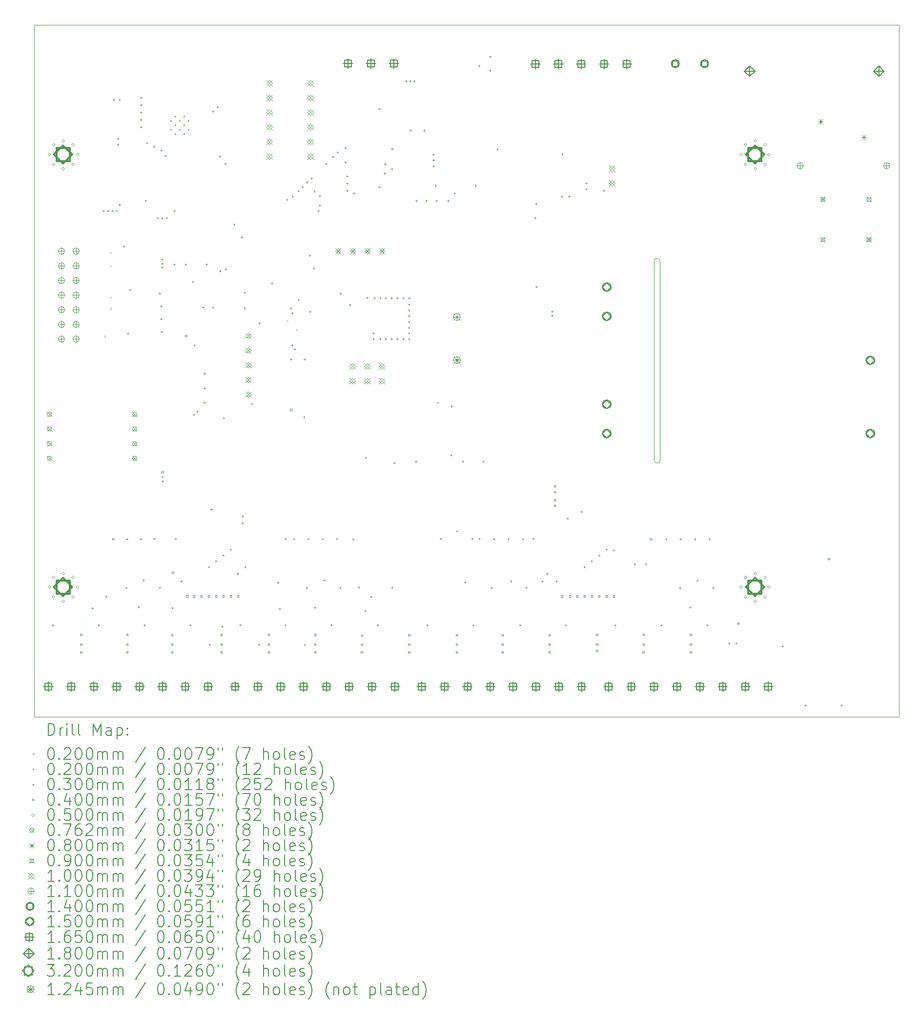
<source format=gbr>
%TF.GenerationSoftware,KiCad,Pcbnew,7.0.1*%
%TF.CreationDate,2023-03-20T13:50:07+07:00*%
%TF.ProjectId,dongtam,646f6e67-7461-46d2-9e6b-696361645f70,rev?*%
%TF.SameCoordinates,Original*%
%TF.FileFunction,Drillmap*%
%TF.FilePolarity,Positive*%
%FSLAX45Y45*%
G04 Gerber Fmt 4.5, Leading zero omitted, Abs format (unit mm)*
G04 Created by KiCad (PCBNEW 7.0.1) date 2023-03-20 13:50:07*
%MOMM*%
%LPD*%
G01*
G04 APERTURE LIST*
%ADD10C,0.100000*%
%ADD11C,0.200000*%
%ADD12C,0.020000*%
%ADD13C,0.030000*%
%ADD14C,0.040000*%
%ADD15C,0.050000*%
%ADD16C,0.076200*%
%ADD17C,0.080000*%
%ADD18C,0.090000*%
%ADD19C,0.110000*%
%ADD20C,0.140000*%
%ADD21C,0.150000*%
%ADD22C,0.165000*%
%ADD23C,0.180000*%
%ADD24C,0.320000*%
%ADD25C,0.124460*%
G04 APERTURE END LIST*
D10*
X18200000Y-10750000D02*
X18200000Y-7300000D01*
X18100000Y-7300000D02*
X18100000Y-10750000D01*
X7350000Y-3200000D02*
X22350000Y-3200000D01*
X22350000Y-15200000D01*
X7350000Y-15200000D01*
X7350000Y-3200000D01*
X18100000Y-10750000D02*
G75*
G03*
X18200000Y-10750000I50000J0D01*
G01*
X18200000Y-7300000D02*
G75*
G03*
X18100000Y-7300000I-50000J0D01*
G01*
D11*
D12*
X8565000Y-8590000D02*
X8585000Y-8610000D01*
X8585000Y-8590000D02*
X8565000Y-8610000D01*
X8665000Y-7140000D02*
X8685000Y-7160000D01*
X8685000Y-7140000D02*
X8665000Y-7160000D01*
X8665000Y-7365000D02*
X8685000Y-7385000D01*
X8685000Y-7365000D02*
X8665000Y-7385000D01*
X8665000Y-7915000D02*
X8685000Y-7935000D01*
X8685000Y-7915000D02*
X8665000Y-7935000D01*
X8665000Y-8115000D02*
X8685000Y-8135000D01*
X8685000Y-8115000D02*
X8665000Y-8135000D01*
X11728818Y-8322950D02*
X11748818Y-8342950D01*
X11748818Y-8322950D02*
X11728818Y-8342950D01*
X11890183Y-8478440D02*
X11910183Y-8498440D01*
X11910183Y-8478440D02*
X11890183Y-8498440D01*
X9730000Y-4867310D02*
G75*
G03*
X9730000Y-4867310I-10000J0D01*
G01*
X9730000Y-5019810D02*
G75*
G03*
X9730000Y-5019810I-10000J0D01*
G01*
X9806250Y-4791060D02*
G75*
G03*
X9806250Y-4791060I-10000J0D01*
G01*
X9806250Y-4943560D02*
G75*
G03*
X9806250Y-4943560I-10000J0D01*
G01*
X9806250Y-5096060D02*
G75*
G03*
X9806250Y-5096060I-10000J0D01*
G01*
X9882500Y-4867310D02*
G75*
G03*
X9882500Y-4867310I-10000J0D01*
G01*
X9882500Y-5019810D02*
G75*
G03*
X9882500Y-5019810I-10000J0D01*
G01*
X9958750Y-4791060D02*
G75*
G03*
X9958750Y-4791060I-10000J0D01*
G01*
X9958750Y-4943560D02*
G75*
G03*
X9958750Y-4943560I-10000J0D01*
G01*
X9958750Y-5096060D02*
G75*
G03*
X9958750Y-5096060I-10000J0D01*
G01*
X10035000Y-4867310D02*
G75*
G03*
X10035000Y-4867310I-10000J0D01*
G01*
X10035000Y-5019810D02*
G75*
G03*
X10035000Y-5019810I-10000J0D01*
G01*
D13*
X7669000Y-13593000D02*
X7669000Y-13623000D01*
X7654000Y-13608000D02*
X7684000Y-13608000D01*
X8355000Y-13300000D02*
X8355000Y-13330000D01*
X8340000Y-13315000D02*
X8370000Y-13315000D01*
X8462500Y-13592000D02*
X8462500Y-13622000D01*
X8447500Y-13607000D02*
X8477500Y-13607000D01*
X8550000Y-6411000D02*
X8550000Y-6441000D01*
X8535000Y-6426000D02*
X8565000Y-6426000D01*
X8595000Y-13095000D02*
X8595000Y-13125000D01*
X8580000Y-13110000D02*
X8610000Y-13110000D01*
X8625000Y-6411000D02*
X8625000Y-6441000D01*
X8610000Y-6426000D02*
X8640000Y-6426000D01*
X8700000Y-6411000D02*
X8700000Y-6441000D01*
X8685000Y-6426000D02*
X8715000Y-6426000D01*
X8724142Y-4485000D02*
X8724142Y-4515000D01*
X8709142Y-4500000D02*
X8739142Y-4500000D01*
X8775000Y-6411000D02*
X8775000Y-6441000D01*
X8760000Y-6426000D02*
X8790000Y-6426000D01*
X8800000Y-5159142D02*
X8800000Y-5189142D01*
X8785000Y-5174142D02*
X8815000Y-5174142D01*
X8800000Y-5260000D02*
X8800000Y-5290000D01*
X8785000Y-5275000D02*
X8815000Y-5275000D01*
X8825000Y-4485000D02*
X8825000Y-4515000D01*
X8810000Y-4500000D02*
X8840000Y-4500000D01*
X8830000Y-6305000D02*
X8830000Y-6335000D01*
X8815000Y-6320000D02*
X8845000Y-6320000D01*
X8899000Y-7026000D02*
X8899000Y-7056000D01*
X8884000Y-7041000D02*
X8914000Y-7041000D01*
X8941361Y-12949200D02*
X8941361Y-12979200D01*
X8926361Y-12964200D02*
X8956361Y-12964200D01*
X8954000Y-12099000D02*
X8954000Y-12129000D01*
X8939000Y-12114000D02*
X8969000Y-12114000D01*
X8975000Y-8535000D02*
X8975000Y-8565000D01*
X8960000Y-8550000D02*
X8990000Y-8550000D01*
X9005000Y-7780000D02*
X9005000Y-7810000D01*
X8990000Y-7795000D02*
X9020000Y-7795000D01*
X9155000Y-13280000D02*
X9155000Y-13310000D01*
X9140000Y-13295000D02*
X9170000Y-13295000D01*
X9195000Y-12099000D02*
X9195000Y-12129000D01*
X9180000Y-12114000D02*
X9210000Y-12114000D01*
X9200000Y-4575560D02*
X9200000Y-4605560D01*
X9185000Y-4590560D02*
X9215000Y-4590560D01*
X9200000Y-4702560D02*
X9200000Y-4732560D01*
X9185000Y-4717560D02*
X9215000Y-4717560D01*
X9200000Y-4829560D02*
X9200000Y-4859560D01*
X9185000Y-4844560D02*
X9215000Y-4844560D01*
X9200000Y-4956560D02*
X9200000Y-4986560D01*
X9185000Y-4971560D02*
X9215000Y-4971560D01*
X9201000Y-4447550D02*
X9201000Y-4477550D01*
X9186000Y-4462550D02*
X9216000Y-4462550D01*
X9245000Y-12815000D02*
X9245000Y-12845000D01*
X9230000Y-12830000D02*
X9260000Y-12830000D01*
X9257000Y-13592000D02*
X9257000Y-13622000D01*
X9242000Y-13607000D02*
X9272000Y-13607000D01*
X9280000Y-6235000D02*
X9280000Y-6265000D01*
X9265000Y-6250000D02*
X9295000Y-6250000D01*
X9300000Y-5232500D02*
X9300000Y-5262500D01*
X9285000Y-5247500D02*
X9315000Y-5247500D01*
X9425000Y-5294950D02*
X9425000Y-5324950D01*
X9410000Y-5309950D02*
X9440000Y-5309950D01*
X9431000Y-12098000D02*
X9431000Y-12128000D01*
X9416000Y-12113000D02*
X9446000Y-12113000D01*
X9490000Y-6535000D02*
X9490000Y-6565000D01*
X9475000Y-6550000D02*
X9505000Y-6550000D01*
X9523000Y-12944300D02*
X9523000Y-12974300D01*
X9508000Y-12959300D02*
X9538000Y-12959300D01*
X9525000Y-7845000D02*
X9525000Y-7875000D01*
X9510000Y-7860000D02*
X9540000Y-7860000D01*
X9550000Y-5360000D02*
X9550000Y-5390000D01*
X9535000Y-5375000D02*
X9565000Y-5375000D01*
X9550000Y-8065000D02*
X9550000Y-8095000D01*
X9535000Y-8080000D02*
X9565000Y-8080000D01*
X9550000Y-8285000D02*
X9550000Y-8315000D01*
X9535000Y-8300000D02*
X9565000Y-8300000D01*
X9555000Y-8510000D02*
X9555000Y-8540000D01*
X9540000Y-8525000D02*
X9570000Y-8525000D01*
X9565000Y-6540000D02*
X9565000Y-6570000D01*
X9550000Y-6555000D02*
X9580000Y-6555000D01*
X9565000Y-7255000D02*
X9565000Y-7285000D01*
X9550000Y-7270000D02*
X9580000Y-7270000D01*
X9565000Y-7325000D02*
X9565000Y-7355000D01*
X9550000Y-7340000D02*
X9580000Y-7340000D01*
X9565000Y-7390000D02*
X9565000Y-7420000D01*
X9550000Y-7405000D02*
X9580000Y-7405000D01*
X9574000Y-11098500D02*
X9574000Y-11128500D01*
X9559000Y-11113500D02*
X9589000Y-11113500D01*
X9575000Y-11022500D02*
X9575000Y-11052500D01*
X9560000Y-11037500D02*
X9590000Y-11037500D01*
X9625000Y-5460000D02*
X9625000Y-5490000D01*
X9610000Y-5475000D02*
X9640000Y-5475000D01*
X9645000Y-6535000D02*
X9645000Y-6565000D01*
X9630000Y-6550000D02*
X9660000Y-6550000D01*
X9740000Y-13295000D02*
X9740000Y-13325000D01*
X9725000Y-13310000D02*
X9755000Y-13310000D01*
X9775000Y-6410000D02*
X9775000Y-6440000D01*
X9760000Y-6425000D02*
X9790000Y-6425000D01*
X9775000Y-7340000D02*
X9775000Y-7370000D01*
X9760000Y-7355000D02*
X9790000Y-7355000D01*
X9800000Y-12098000D02*
X9800000Y-12128000D01*
X9785000Y-12113000D02*
X9815000Y-12113000D01*
X9895000Y-12830000D02*
X9895000Y-12860000D01*
X9880000Y-12845000D02*
X9910000Y-12845000D01*
X9975000Y-7340000D02*
X9975000Y-7370000D01*
X9960000Y-7355000D02*
X9990000Y-7355000D01*
X10055000Y-13596000D02*
X10055000Y-13626000D01*
X10040000Y-13611000D02*
X10070000Y-13611000D01*
X10095000Y-7640000D02*
X10095000Y-7670000D01*
X10080000Y-7655000D02*
X10110000Y-7655000D01*
X10112550Y-9945000D02*
X10112550Y-9975000D01*
X10097550Y-9960000D02*
X10127550Y-9960000D01*
X10127000Y-8743000D02*
X10127000Y-8773000D01*
X10112000Y-8758000D02*
X10142000Y-8758000D01*
X10177450Y-9882550D02*
X10177450Y-9912550D01*
X10162450Y-9897550D02*
X10192450Y-9897550D01*
X10275000Y-8085000D02*
X10275000Y-8115000D01*
X10260000Y-8100000D02*
X10290000Y-8100000D01*
X10300000Y-9235000D02*
X10300000Y-9265000D01*
X10285000Y-9250000D02*
X10315000Y-9250000D01*
X10300000Y-9485000D02*
X10300000Y-9515000D01*
X10285000Y-9500000D02*
X10315000Y-9500000D01*
X10300000Y-9735000D02*
X10300000Y-9765000D01*
X10285000Y-9750000D02*
X10315000Y-9750000D01*
X10335000Y-7340000D02*
X10335000Y-7370000D01*
X10320000Y-7355000D02*
X10350000Y-7355000D01*
X10375000Y-12585000D02*
X10375000Y-12615000D01*
X10360000Y-12600000D02*
X10390000Y-12600000D01*
X10390000Y-13935000D02*
X10390000Y-13965000D01*
X10375000Y-13950000D02*
X10405000Y-13950000D01*
X10420000Y-11585000D02*
X10420000Y-11615000D01*
X10405000Y-11600000D02*
X10435000Y-11600000D01*
X10450000Y-4685000D02*
X10450000Y-4715000D01*
X10435000Y-4700000D02*
X10465000Y-4700000D01*
X10450000Y-8085000D02*
X10450000Y-8115000D01*
X10435000Y-8100000D02*
X10465000Y-8100000D01*
X10500000Y-12485000D02*
X10500000Y-12515000D01*
X10485000Y-12500000D02*
X10515000Y-12500000D01*
X10525000Y-4610000D02*
X10525000Y-4640000D01*
X10510000Y-4625000D02*
X10540000Y-4625000D01*
X10565000Y-5465000D02*
X10565000Y-5495000D01*
X10550000Y-5480000D02*
X10580000Y-5480000D01*
X10570000Y-7455000D02*
X10570000Y-7485000D01*
X10555000Y-7470000D02*
X10585000Y-7470000D01*
X10605000Y-13615000D02*
X10605000Y-13645000D01*
X10590000Y-13630000D02*
X10620000Y-13630000D01*
X10625000Y-12385000D02*
X10625000Y-12415000D01*
X10610000Y-12400000D02*
X10640000Y-12400000D01*
X10635000Y-10007550D02*
X10635000Y-10037550D01*
X10620000Y-10022550D02*
X10650000Y-10022550D01*
X10660000Y-5590000D02*
X10660000Y-5620000D01*
X10645000Y-5605000D02*
X10675000Y-5605000D01*
X10670000Y-7425000D02*
X10670000Y-7455000D01*
X10655000Y-7440000D02*
X10685000Y-7440000D01*
X10754500Y-12285000D02*
X10754500Y-12315000D01*
X10739500Y-12300000D02*
X10769500Y-12300000D01*
X10815000Y-6645000D02*
X10815000Y-6675000D01*
X10800000Y-6660000D02*
X10830000Y-6660000D01*
X10880000Y-12705000D02*
X10880000Y-12735000D01*
X10865000Y-12720000D02*
X10895000Y-12720000D01*
X10921000Y-13590000D02*
X10921000Y-13620000D01*
X10906000Y-13605000D02*
X10936000Y-13605000D01*
X10949000Y-6872000D02*
X10949000Y-6902000D01*
X10934000Y-6887000D02*
X10964000Y-6887000D01*
X10960000Y-11705000D02*
X10960000Y-11735000D01*
X10945000Y-11720000D02*
X10975000Y-11720000D01*
X10960000Y-11825000D02*
X10960000Y-11855000D01*
X10945000Y-11840000D02*
X10975000Y-11840000D01*
X11000000Y-7830000D02*
X11000000Y-7860000D01*
X10985000Y-7845000D02*
X11015000Y-7845000D01*
X11000000Y-8100000D02*
X11000000Y-8130000D01*
X10985000Y-8115000D02*
X11015000Y-8115000D01*
X11008500Y-12585000D02*
X11008500Y-12615000D01*
X10993500Y-12600000D02*
X11023500Y-12600000D01*
X11123000Y-9762000D02*
X11123000Y-9792000D01*
X11108000Y-9777000D02*
X11138000Y-9777000D01*
X11245000Y-13935000D02*
X11245000Y-13965000D01*
X11230000Y-13950000D02*
X11260000Y-13950000D01*
X11250000Y-8360000D02*
X11250000Y-8390000D01*
X11235000Y-8375000D02*
X11265000Y-8375000D01*
X11472000Y-7665000D02*
X11472000Y-7695000D01*
X11457000Y-7680000D02*
X11487000Y-7680000D01*
X11574000Y-12857000D02*
X11574000Y-12887000D01*
X11559000Y-12872000D02*
X11589000Y-12872000D01*
X11605000Y-13311050D02*
X11605000Y-13341050D01*
X11590000Y-13326050D02*
X11620000Y-13326050D01*
X11703000Y-13591000D02*
X11703000Y-13621000D01*
X11688000Y-13606000D02*
X11718000Y-13606000D01*
X11707000Y-12098000D02*
X11707000Y-12128000D01*
X11692000Y-12113000D02*
X11722000Y-12113000D01*
X11730000Y-6215000D02*
X11730000Y-6245000D01*
X11715000Y-6230000D02*
X11745000Y-6230000D01*
X11800000Y-8102000D02*
X11800000Y-8132000D01*
X11785000Y-8117000D02*
X11815000Y-8117000D01*
X11800000Y-8985000D02*
X11800000Y-9015000D01*
X11785000Y-9000000D02*
X11815000Y-9000000D01*
X11822985Y-8739540D02*
X11822985Y-8769540D01*
X11807985Y-8754540D02*
X11837985Y-8754540D01*
X11825000Y-8185000D02*
X11825000Y-8215000D01*
X11810000Y-8200000D02*
X11840000Y-8200000D01*
X11830000Y-6165000D02*
X11830000Y-6195000D01*
X11815000Y-6180000D02*
X11845000Y-6180000D01*
X11849000Y-12099000D02*
X11849000Y-12129000D01*
X11834000Y-12114000D02*
X11864000Y-12114000D01*
X11865000Y-8810000D02*
X11865000Y-8840000D01*
X11850000Y-8825000D02*
X11880000Y-8825000D01*
X11930000Y-6065000D02*
X11930000Y-6095000D01*
X11915000Y-6080000D02*
X11945000Y-6080000D01*
X11930000Y-7955234D02*
X11930000Y-7985234D01*
X11915000Y-7970234D02*
X11945000Y-7970234D01*
X12000000Y-5995000D02*
X12000000Y-6025000D01*
X11985000Y-6010000D02*
X12015000Y-6010000D01*
X12025000Y-9985000D02*
X12025000Y-10015000D01*
X12010000Y-10000000D02*
X12040000Y-10000000D01*
X12036000Y-8985000D02*
X12036000Y-9015000D01*
X12021000Y-9000000D02*
X12051000Y-9000000D01*
X12040000Y-13935000D02*
X12040000Y-13965000D01*
X12025000Y-13950000D02*
X12055000Y-13950000D01*
X12075000Y-12949200D02*
X12075000Y-12979200D01*
X12060000Y-12964200D02*
X12090000Y-12964200D01*
X12080000Y-5915000D02*
X12080000Y-5945000D01*
X12065000Y-5930000D02*
X12095000Y-5930000D01*
X12101000Y-12098000D02*
X12101000Y-12128000D01*
X12086000Y-12113000D02*
X12116000Y-12113000D01*
X12125000Y-7185000D02*
X12125000Y-7215000D01*
X12110000Y-7200000D02*
X12140000Y-7200000D01*
X12129500Y-8155500D02*
X12129500Y-8185500D01*
X12114500Y-8170500D02*
X12144500Y-8170500D01*
X12160000Y-5845000D02*
X12160000Y-5875000D01*
X12145000Y-5860000D02*
X12175000Y-5860000D01*
X12196000Y-7402450D02*
X12196000Y-7432450D01*
X12181000Y-7417450D02*
X12211000Y-7417450D01*
X12210000Y-6075000D02*
X12210000Y-6105000D01*
X12195000Y-6090000D02*
X12225000Y-6090000D01*
X12215000Y-13290000D02*
X12215000Y-13320000D01*
X12200000Y-13305000D02*
X12230000Y-13305000D01*
X12275000Y-6410000D02*
X12275000Y-6440000D01*
X12260000Y-6425000D02*
X12290000Y-6425000D01*
X12300000Y-6155000D02*
X12300000Y-6185000D01*
X12285000Y-6170000D02*
X12315000Y-6170000D01*
X12300000Y-6315000D02*
X12300000Y-6345000D01*
X12285000Y-6330000D02*
X12315000Y-6330000D01*
X12348000Y-12100000D02*
X12348000Y-12130000D01*
X12333000Y-12115000D02*
X12363000Y-12115000D01*
X12375000Y-12816750D02*
X12375000Y-12846750D01*
X12360000Y-12831750D02*
X12390000Y-12831750D01*
X12410000Y-5595000D02*
X12410000Y-5625000D01*
X12395000Y-5610000D02*
X12425000Y-5610000D01*
X12501000Y-13590000D02*
X12501000Y-13620000D01*
X12486000Y-13605000D02*
X12516000Y-13605000D01*
X12530000Y-5475000D02*
X12530000Y-5505000D01*
X12515000Y-5490000D02*
X12545000Y-5490000D01*
X12599000Y-12098000D02*
X12599000Y-12128000D01*
X12584000Y-12113000D02*
X12614000Y-12113000D01*
X12610000Y-5395000D02*
X12610000Y-5425000D01*
X12595000Y-5410000D02*
X12625000Y-5410000D01*
X12652000Y-12944300D02*
X12652000Y-12974300D01*
X12637000Y-12959300D02*
X12667000Y-12959300D01*
X12660000Y-7845000D02*
X12660000Y-7875000D01*
X12645000Y-7860000D02*
X12675000Y-7860000D01*
X12745000Y-5320000D02*
X12745000Y-5350000D01*
X12730000Y-5335000D02*
X12760000Y-5335000D01*
X12745000Y-5565000D02*
X12745000Y-5595000D01*
X12730000Y-5580000D02*
X12760000Y-5580000D01*
X12775000Y-5810000D02*
X12775000Y-5840000D01*
X12760000Y-5825000D02*
X12790000Y-5825000D01*
X12775000Y-5935000D02*
X12775000Y-5965000D01*
X12760000Y-5950000D02*
X12790000Y-5950000D01*
X12775000Y-6060000D02*
X12775000Y-6090000D01*
X12760000Y-6075000D02*
X12790000Y-6075000D01*
X12825000Y-8040000D02*
X12825000Y-8070000D01*
X12810000Y-8055000D02*
X12840000Y-8055000D01*
X12880000Y-12105000D02*
X12880000Y-12135000D01*
X12865000Y-12120000D02*
X12895000Y-12120000D01*
X12895000Y-6105000D02*
X12895000Y-6135000D01*
X12880000Y-6120000D02*
X12910000Y-6120000D01*
X12981000Y-12943000D02*
X12981000Y-12973000D01*
X12966000Y-12958000D02*
X12996000Y-12958000D01*
X13090000Y-13345000D02*
X13090000Y-13375000D01*
X13075000Y-13360000D02*
X13105000Y-13360000D01*
X13100000Y-10685000D02*
X13100000Y-10715000D01*
X13085000Y-10700000D02*
X13115000Y-10700000D01*
X13120000Y-7915000D02*
X13120000Y-7945000D01*
X13105000Y-7930000D02*
X13135000Y-7930000D01*
X13190000Y-13105000D02*
X13190000Y-13135000D01*
X13175000Y-13120000D02*
X13205000Y-13120000D01*
X13232000Y-8534000D02*
X13232000Y-8564000D01*
X13217000Y-8549000D02*
X13247000Y-8549000D01*
X13235000Y-8634000D02*
X13235000Y-8664000D01*
X13220000Y-8649000D02*
X13250000Y-8649000D01*
X13247000Y-7924000D02*
X13247000Y-7954000D01*
X13232000Y-7939000D02*
X13262000Y-7939000D01*
X13306000Y-13594000D02*
X13306000Y-13624000D01*
X13291000Y-13609000D02*
X13321000Y-13609000D01*
X13334500Y-4640500D02*
X13334500Y-4670500D01*
X13319500Y-4655500D02*
X13349500Y-4655500D01*
X13335000Y-5995000D02*
X13335000Y-6025000D01*
X13320000Y-6010000D02*
X13350000Y-6010000D01*
X13346000Y-8634000D02*
X13346000Y-8664000D01*
X13331000Y-8649000D02*
X13361000Y-8649000D01*
X13347000Y-7924000D02*
X13347000Y-7954000D01*
X13332000Y-7939000D02*
X13362000Y-7939000D01*
X13425000Y-5760000D02*
X13425000Y-5790000D01*
X13410000Y-5775000D02*
X13440000Y-5775000D01*
X13435000Y-5600000D02*
X13435000Y-5630000D01*
X13420000Y-5615000D02*
X13450000Y-5615000D01*
X13446000Y-8634000D02*
X13446000Y-8664000D01*
X13431000Y-8649000D02*
X13461000Y-8649000D01*
X13447000Y-7924000D02*
X13447000Y-7954000D01*
X13432000Y-7939000D02*
X13462000Y-7939000D01*
X13546000Y-8634000D02*
X13546000Y-8664000D01*
X13531000Y-8649000D02*
X13561000Y-8649000D01*
X13547000Y-7924000D02*
X13547000Y-7954000D01*
X13532000Y-7939000D02*
X13562000Y-7939000D01*
X13550000Y-5685000D02*
X13550000Y-5715000D01*
X13535000Y-5700000D02*
X13565000Y-5700000D01*
X13555000Y-5337500D02*
X13555000Y-5367500D01*
X13540000Y-5352500D02*
X13570000Y-5352500D01*
X13557000Y-12943000D02*
X13557000Y-12973000D01*
X13542000Y-12958000D02*
X13572000Y-12958000D01*
X13594500Y-10779000D02*
X13594500Y-10809000D01*
X13579500Y-10794000D02*
X13609500Y-10794000D01*
X13646000Y-8634000D02*
X13646000Y-8664000D01*
X13631000Y-8649000D02*
X13661000Y-8649000D01*
X13647000Y-7924000D02*
X13647000Y-7954000D01*
X13632000Y-7939000D02*
X13662000Y-7939000D01*
X13746000Y-8634000D02*
X13746000Y-8664000D01*
X13731000Y-8649000D02*
X13761000Y-8649000D01*
X13747000Y-7924000D02*
X13747000Y-7954000D01*
X13732000Y-7939000D02*
X13762000Y-7939000D01*
X13800000Y-4160000D02*
X13800000Y-4190000D01*
X13785000Y-4175000D02*
X13815000Y-4175000D01*
X13846000Y-8034000D02*
X13846000Y-8064000D01*
X13831000Y-8049000D02*
X13861000Y-8049000D01*
X13846000Y-8134000D02*
X13846000Y-8164000D01*
X13831000Y-8149000D02*
X13861000Y-8149000D01*
X13846000Y-8234000D02*
X13846000Y-8264000D01*
X13831000Y-8249000D02*
X13861000Y-8249000D01*
X13846000Y-8334000D02*
X13846000Y-8364000D01*
X13831000Y-8349000D02*
X13861000Y-8349000D01*
X13846000Y-8434000D02*
X13846000Y-8464000D01*
X13831000Y-8449000D02*
X13861000Y-8449000D01*
X13846000Y-8534000D02*
X13846000Y-8564000D01*
X13831000Y-8549000D02*
X13861000Y-8549000D01*
X13846000Y-8634000D02*
X13846000Y-8664000D01*
X13831000Y-8649000D02*
X13861000Y-8649000D01*
X13850000Y-7924000D02*
X13850000Y-7954000D01*
X13835000Y-7939000D02*
X13865000Y-7939000D01*
X13870000Y-4160000D02*
X13870000Y-4190000D01*
X13855000Y-4175000D02*
X13885000Y-4175000D01*
X13875000Y-5015000D02*
X13875000Y-5045000D01*
X13860000Y-5030000D02*
X13890000Y-5030000D01*
X13940000Y-4160000D02*
X13940000Y-4190000D01*
X13925000Y-4175000D02*
X13955000Y-4175000D01*
X13970000Y-10755000D02*
X13970000Y-10785000D01*
X13955000Y-10770000D02*
X13985000Y-10770000D01*
X13975000Y-6235000D02*
X13975000Y-6265000D01*
X13960000Y-6250000D02*
X13990000Y-6250000D01*
X14110000Y-5015000D02*
X14110000Y-5045000D01*
X14095000Y-5030000D02*
X14125000Y-5030000D01*
X14150000Y-6235000D02*
X14150000Y-6265000D01*
X14135000Y-6250000D02*
X14165000Y-6250000D01*
X14167000Y-13596000D02*
X14167000Y-13626000D01*
X14152000Y-13611000D02*
X14182000Y-13611000D01*
X14275000Y-5435000D02*
X14275000Y-5465000D01*
X14260000Y-5450000D02*
X14290000Y-5450000D01*
X14275000Y-5535000D02*
X14275000Y-5565000D01*
X14260000Y-5550000D02*
X14290000Y-5550000D01*
X14275000Y-5635000D02*
X14275000Y-5665000D01*
X14260000Y-5650000D02*
X14290000Y-5650000D01*
X14310000Y-5975000D02*
X14310000Y-6005000D01*
X14295000Y-5990000D02*
X14325000Y-5990000D01*
X14325000Y-6235000D02*
X14325000Y-6265000D01*
X14310000Y-6250000D02*
X14340000Y-6250000D01*
X14345000Y-9735000D02*
X14345000Y-9765000D01*
X14330000Y-9750000D02*
X14360000Y-9750000D01*
X14401000Y-12098000D02*
X14401000Y-12128000D01*
X14386000Y-12113000D02*
X14416000Y-12113000D01*
X14525000Y-6235000D02*
X14525000Y-6265000D01*
X14510000Y-6250000D02*
X14540000Y-6250000D01*
X14580000Y-10645000D02*
X14580000Y-10675000D01*
X14565000Y-10660000D02*
X14595000Y-10660000D01*
X14585000Y-9800000D02*
X14585000Y-9830000D01*
X14570000Y-9815000D02*
X14600000Y-9815000D01*
X14640000Y-6105000D02*
X14640000Y-6135000D01*
X14625000Y-6120000D02*
X14655000Y-6120000D01*
X14680000Y-11965000D02*
X14680000Y-11995000D01*
X14665000Y-11980000D02*
X14695000Y-11980000D01*
X14785000Y-10755000D02*
X14785000Y-10785000D01*
X14770000Y-10770000D02*
X14800000Y-10770000D01*
X14819000Y-12849000D02*
X14819000Y-12879000D01*
X14804000Y-12864000D02*
X14834000Y-12864000D01*
X14945000Y-12095000D02*
X14945000Y-12125000D01*
X14930000Y-12110000D02*
X14960000Y-12110000D01*
X14962000Y-13596000D02*
X14962000Y-13626000D01*
X14947000Y-13611000D02*
X14977000Y-13611000D01*
X15005000Y-5975000D02*
X15005000Y-6005000D01*
X14990000Y-5990000D02*
X15020000Y-5990000D01*
X15065000Y-3895000D02*
X15065000Y-3925000D01*
X15050000Y-3910000D02*
X15080000Y-3910000D01*
X15072000Y-12098000D02*
X15072000Y-12128000D01*
X15057000Y-12113000D02*
X15087000Y-12113000D01*
X15135000Y-10760000D02*
X15135000Y-10790000D01*
X15120000Y-10775000D02*
X15150000Y-10775000D01*
X15255000Y-3740000D02*
X15255000Y-3770000D01*
X15240000Y-3755000D02*
X15270000Y-3755000D01*
X15255000Y-3975000D02*
X15255000Y-4005000D01*
X15240000Y-3990000D02*
X15270000Y-3990000D01*
X15282105Y-12949200D02*
X15282105Y-12979200D01*
X15267105Y-12964200D02*
X15297105Y-12964200D01*
X15325000Y-12099000D02*
X15325000Y-12129000D01*
X15310000Y-12114000D02*
X15340000Y-12114000D01*
X15385000Y-5340000D02*
X15385000Y-5370000D01*
X15370000Y-5355000D02*
X15400000Y-5355000D01*
X15571000Y-12098000D02*
X15571000Y-12128000D01*
X15556000Y-12113000D02*
X15586000Y-12113000D01*
X15615000Y-12830000D02*
X15615000Y-12860000D01*
X15600000Y-12845000D02*
X15630000Y-12845000D01*
X15774000Y-13596000D02*
X15774000Y-13626000D01*
X15759000Y-13611000D02*
X15789000Y-13611000D01*
X15825000Y-12099000D02*
X15825000Y-12129000D01*
X15810000Y-12114000D02*
X15840000Y-12114000D01*
X15879250Y-12944300D02*
X15879250Y-12974300D01*
X15864250Y-12959300D02*
X15894250Y-12959300D01*
X16004000Y-12093000D02*
X16004000Y-12123000D01*
X15989000Y-12108000D02*
X16019000Y-12108000D01*
X16038000Y-6535000D02*
X16038000Y-6565000D01*
X16023000Y-6550000D02*
X16053000Y-6550000D01*
X16055000Y-6285000D02*
X16055000Y-6315000D01*
X16040000Y-6300000D02*
X16070000Y-6300000D01*
X16060000Y-7730000D02*
X16060000Y-7760000D01*
X16045000Y-7745000D02*
X16075000Y-7745000D01*
X16160000Y-12835000D02*
X16160000Y-12865000D01*
X16145000Y-12850000D02*
X16175000Y-12850000D01*
X16247000Y-12705000D02*
X16247000Y-12735000D01*
X16232000Y-12720000D02*
X16262000Y-12720000D01*
X16327000Y-8226000D02*
X16327000Y-8256000D01*
X16312000Y-8241000D02*
X16342000Y-8241000D01*
X16330000Y-8155000D02*
X16330000Y-8185000D01*
X16315000Y-8170000D02*
X16345000Y-8170000D01*
X16410000Y-12835000D02*
X16410000Y-12865000D01*
X16395000Y-12850000D02*
X16425000Y-12850000D01*
X16500000Y-6160000D02*
X16500000Y-6190000D01*
X16485000Y-6175000D02*
X16515000Y-6175000D01*
X16504250Y-5430250D02*
X16504250Y-5460250D01*
X16489250Y-5445250D02*
X16519250Y-5445250D01*
X16564000Y-13596000D02*
X16564000Y-13626000D01*
X16549000Y-13611000D02*
X16579000Y-13611000D01*
X16600000Y-11745000D02*
X16600000Y-11775000D01*
X16585000Y-11760000D02*
X16615000Y-11760000D01*
X16625000Y-6160000D02*
X16625000Y-6190000D01*
X16610000Y-6175000D02*
X16640000Y-6175000D01*
X16840000Y-11625000D02*
X16840000Y-11655000D01*
X16825000Y-11640000D02*
X16855000Y-11640000D01*
X16892500Y-12585000D02*
X16892500Y-12615000D01*
X16877500Y-12600000D02*
X16907500Y-12600000D01*
X16925000Y-5935000D02*
X16925000Y-5965000D01*
X16910000Y-5950000D02*
X16940000Y-5950000D01*
X16925000Y-6035000D02*
X16925000Y-6065000D01*
X16910000Y-6050000D02*
X16940000Y-6050000D01*
X17019500Y-12485000D02*
X17019500Y-12515000D01*
X17004500Y-12500000D02*
X17034500Y-12500000D01*
X17146500Y-12385000D02*
X17146500Y-12415000D01*
X17131500Y-12400000D02*
X17161500Y-12400000D01*
X17225000Y-6060000D02*
X17225000Y-6090000D01*
X17210000Y-6075000D02*
X17240000Y-6075000D01*
X17273500Y-12285000D02*
X17273500Y-12315000D01*
X17258500Y-12300000D02*
X17288500Y-12300000D01*
X17400000Y-12294000D02*
X17400000Y-12324000D01*
X17385000Y-12309000D02*
X17415000Y-12309000D01*
X17425000Y-13596000D02*
X17425000Y-13626000D01*
X17410000Y-13611000D02*
X17440000Y-13611000D01*
X17760000Y-12535000D02*
X17760000Y-12565000D01*
X17745000Y-12550000D02*
X17775000Y-12550000D01*
X17960000Y-12535000D02*
X17960000Y-12565000D01*
X17945000Y-12550000D02*
X17975000Y-12550000D01*
X18229000Y-13596000D02*
X18229000Y-13626000D01*
X18214000Y-13611000D02*
X18244000Y-13611000D01*
X18309000Y-12101000D02*
X18309000Y-12131000D01*
X18294000Y-12116000D02*
X18324000Y-12116000D01*
X18550000Y-12949200D02*
X18550000Y-12979200D01*
X18535000Y-12964200D02*
X18565000Y-12964200D01*
X18559000Y-12102000D02*
X18559000Y-12132000D01*
X18544000Y-12117000D02*
X18574000Y-12117000D01*
X18725000Y-13285000D02*
X18725000Y-13315000D01*
X18710000Y-13300000D02*
X18740000Y-13300000D01*
X18808000Y-12103000D02*
X18808000Y-12133000D01*
X18793000Y-12118000D02*
X18823000Y-12118000D01*
X18850000Y-12820000D02*
X18850000Y-12850000D01*
X18835000Y-12835000D02*
X18865000Y-12835000D01*
X19024000Y-13596000D02*
X19024000Y-13626000D01*
X19009000Y-13611000D02*
X19039000Y-13611000D01*
X19059000Y-12103000D02*
X19059000Y-12133000D01*
X19044000Y-12118000D02*
X19074000Y-12118000D01*
X19124000Y-12946000D02*
X19124000Y-12976000D01*
X19109000Y-12961000D02*
X19139000Y-12961000D01*
X19400000Y-13910000D02*
X19400000Y-13940000D01*
X19385000Y-13925000D02*
X19415000Y-13925000D01*
X19525000Y-13910000D02*
X19525000Y-13940000D01*
X19510000Y-13925000D02*
X19540000Y-13925000D01*
X20325000Y-13960000D02*
X20325000Y-13990000D01*
X20310000Y-13975000D02*
X20340000Y-13975000D01*
X20725000Y-14985000D02*
X20725000Y-15015000D01*
X20710000Y-15000000D02*
X20740000Y-15000000D01*
X21350000Y-14985000D02*
X21350000Y-15015000D01*
X21335000Y-15000000D02*
X21365000Y-15000000D01*
D14*
X8174142Y-14094142D02*
X8174142Y-14065858D01*
X8145858Y-14065858D01*
X8145858Y-14094142D01*
X8174142Y-14094142D01*
X8175142Y-13787142D02*
X8175142Y-13758858D01*
X8146858Y-13758858D01*
X8146858Y-13787142D01*
X8175142Y-13787142D01*
X8175142Y-13954142D02*
X8175142Y-13925858D01*
X8146858Y-13925858D01*
X8146858Y-13954142D01*
X8175142Y-13954142D01*
X8730642Y-12127142D02*
X8730642Y-12098858D01*
X8702358Y-12098858D01*
X8702358Y-12127142D01*
X8730642Y-12127142D01*
X8973142Y-14094142D02*
X8973142Y-14065858D01*
X8944858Y-14065858D01*
X8944858Y-14094142D01*
X8973142Y-14094142D01*
X8974142Y-13787142D02*
X8974142Y-13758858D01*
X8945858Y-13758858D01*
X8945858Y-13787142D01*
X8974142Y-13787142D01*
X8974142Y-13954142D02*
X8974142Y-13925858D01*
X8945858Y-13925858D01*
X8945858Y-13954142D01*
X8974142Y-13954142D01*
X9588142Y-10970642D02*
X9588142Y-10942358D01*
X9559858Y-10942358D01*
X9559858Y-10970642D01*
X9588142Y-10970642D01*
X9753142Y-14094142D02*
X9753142Y-14065858D01*
X9724858Y-14065858D01*
X9724858Y-14094142D01*
X9753142Y-14094142D01*
X9754142Y-13794142D02*
X9754142Y-13765858D01*
X9725858Y-13765858D01*
X9725858Y-13794142D01*
X9754142Y-13794142D01*
X9754142Y-13954142D02*
X9754142Y-13925858D01*
X9725858Y-13925858D01*
X9725858Y-13954142D01*
X9754142Y-13954142D01*
X9766142Y-12714142D02*
X9766142Y-12685858D01*
X9737858Y-12685858D01*
X9737858Y-12714142D01*
X9766142Y-12714142D01*
X9994142Y-8606142D02*
X9994142Y-8577858D01*
X9965858Y-8577858D01*
X9965858Y-8606142D01*
X9994142Y-8606142D01*
X10011142Y-13122142D02*
X10011142Y-13093858D01*
X9982858Y-13093858D01*
X9982858Y-13122142D01*
X10011142Y-13122142D01*
X10133642Y-13122142D02*
X10133642Y-13093858D01*
X10105358Y-13093858D01*
X10105358Y-13122142D01*
X10133642Y-13122142D01*
X10260642Y-13122142D02*
X10260642Y-13093858D01*
X10232358Y-13093858D01*
X10232358Y-13122142D01*
X10260642Y-13122142D01*
X10387642Y-13122142D02*
X10387642Y-13093858D01*
X10359358Y-13093858D01*
X10359358Y-13122142D01*
X10387642Y-13122142D01*
X10514642Y-13122142D02*
X10514642Y-13093858D01*
X10486358Y-13093858D01*
X10486358Y-13122142D01*
X10514642Y-13122142D01*
X10609142Y-14094142D02*
X10609142Y-14065858D01*
X10580858Y-14065858D01*
X10580858Y-14094142D01*
X10609142Y-14094142D01*
X10610142Y-13792142D02*
X10610142Y-13763858D01*
X10581858Y-13763858D01*
X10581858Y-13792142D01*
X10610142Y-13792142D01*
X10610142Y-13954142D02*
X10610142Y-13925858D01*
X10581858Y-13925858D01*
X10581858Y-13954142D01*
X10610142Y-13954142D01*
X10641642Y-13122142D02*
X10641642Y-13093858D01*
X10613358Y-13093858D01*
X10613358Y-13122142D01*
X10641642Y-13122142D01*
X10768642Y-13122142D02*
X10768642Y-13093858D01*
X10740358Y-13093858D01*
X10740358Y-13122142D01*
X10768642Y-13122142D01*
X10895642Y-13122142D02*
X10895642Y-13093858D01*
X10867358Y-13093858D01*
X10867358Y-13122142D01*
X10895642Y-13122142D01*
X11428142Y-14094142D02*
X11428142Y-14065858D01*
X11399858Y-14065858D01*
X11399858Y-14094142D01*
X11428142Y-14094142D01*
X11429142Y-13787142D02*
X11429142Y-13758858D01*
X11400858Y-13758858D01*
X11400858Y-13787142D01*
X11429142Y-13787142D01*
X11429142Y-13954142D02*
X11429142Y-13925858D01*
X11400858Y-13925858D01*
X11400858Y-13954142D01*
X11429142Y-13954142D01*
X11814142Y-9889142D02*
X11814142Y-9860858D01*
X11785858Y-9860858D01*
X11785858Y-9889142D01*
X11814142Y-9889142D01*
X12233142Y-14094142D02*
X12233142Y-14065858D01*
X12204858Y-14065858D01*
X12204858Y-14094142D01*
X12233142Y-14094142D01*
X12234142Y-13792142D02*
X12234142Y-13763858D01*
X12205858Y-13763858D01*
X12205858Y-13792142D01*
X12234142Y-13792142D01*
X12234142Y-13954142D02*
X12234142Y-13925858D01*
X12205858Y-13925858D01*
X12205858Y-13954142D01*
X12234142Y-13954142D01*
X13043142Y-14094142D02*
X13043142Y-14065858D01*
X13014858Y-14065858D01*
X13014858Y-14094142D01*
X13043142Y-14094142D01*
X13044142Y-13802142D02*
X13044142Y-13773858D01*
X13015858Y-13773858D01*
X13015858Y-13802142D01*
X13044142Y-13802142D01*
X13044142Y-13954142D02*
X13044142Y-13925858D01*
X13015858Y-13925858D01*
X13015858Y-13954142D01*
X13044142Y-13954142D01*
X13863142Y-14094142D02*
X13863142Y-14065858D01*
X13834858Y-14065858D01*
X13834858Y-14094142D01*
X13863142Y-14094142D01*
X13864142Y-13797142D02*
X13864142Y-13768858D01*
X13835858Y-13768858D01*
X13835858Y-13797142D01*
X13864142Y-13797142D01*
X13864142Y-13954142D02*
X13864142Y-13925858D01*
X13835858Y-13925858D01*
X13835858Y-13954142D01*
X13864142Y-13954142D01*
X14688142Y-14094142D02*
X14688142Y-14065858D01*
X14659858Y-14065858D01*
X14659858Y-14094142D01*
X14688142Y-14094142D01*
X14689142Y-13797142D02*
X14689142Y-13768858D01*
X14660858Y-13768858D01*
X14660858Y-13797142D01*
X14689142Y-13797142D01*
X14689142Y-13954142D02*
X14689142Y-13925858D01*
X14660858Y-13925858D01*
X14660858Y-13954142D01*
X14689142Y-13954142D01*
X15483142Y-14094142D02*
X15483142Y-14065858D01*
X15454858Y-14065858D01*
X15454858Y-14094142D01*
X15483142Y-14094142D01*
X15484142Y-13797142D02*
X15484142Y-13768858D01*
X15455858Y-13768858D01*
X15455858Y-13797142D01*
X15484142Y-13797142D01*
X15484142Y-13954142D02*
X15484142Y-13925858D01*
X15455858Y-13925858D01*
X15455858Y-13954142D01*
X15484142Y-13954142D01*
X16298142Y-14094142D02*
X16298142Y-14065858D01*
X16269858Y-14065858D01*
X16269858Y-14094142D01*
X16298142Y-14094142D01*
X16299142Y-13797142D02*
X16299142Y-13768858D01*
X16270858Y-13768858D01*
X16270858Y-13797142D01*
X16299142Y-13797142D01*
X16299142Y-13954142D02*
X16299142Y-13925858D01*
X16270858Y-13925858D01*
X16270858Y-13954142D01*
X16299142Y-13954142D01*
X16389142Y-11214142D02*
X16389142Y-11185858D01*
X16360858Y-11185858D01*
X16360858Y-11214142D01*
X16389142Y-11214142D01*
X16389142Y-11314142D02*
X16389142Y-11285858D01*
X16360858Y-11285858D01*
X16360858Y-11314142D01*
X16389142Y-11314142D01*
X16389142Y-11454142D02*
X16389142Y-11425858D01*
X16360858Y-11425858D01*
X16360858Y-11454142D01*
X16389142Y-11454142D01*
X16389142Y-11554142D02*
X16389142Y-11525858D01*
X16360858Y-11525858D01*
X16360858Y-11554142D01*
X16389142Y-11554142D01*
X16517142Y-13123142D02*
X16517142Y-13094858D01*
X16488858Y-13094858D01*
X16488858Y-13123142D01*
X16517142Y-13123142D01*
X16652642Y-13122142D02*
X16652642Y-13093858D01*
X16624358Y-13093858D01*
X16624358Y-13122142D01*
X16652642Y-13122142D01*
X16779642Y-13122142D02*
X16779642Y-13093858D01*
X16751358Y-13093858D01*
X16751358Y-13122142D01*
X16779642Y-13122142D01*
X16906642Y-13122142D02*
X16906642Y-13093858D01*
X16878358Y-13093858D01*
X16878358Y-13122142D01*
X16906642Y-13122142D01*
X17033642Y-13122142D02*
X17033642Y-13093858D01*
X17005358Y-13093858D01*
X17005358Y-13122142D01*
X17033642Y-13122142D01*
X17123142Y-14069142D02*
X17123142Y-14040858D01*
X17094858Y-14040858D01*
X17094858Y-14069142D01*
X17123142Y-14069142D01*
X17124142Y-13787142D02*
X17124142Y-13758858D01*
X17095858Y-13758858D01*
X17095858Y-13787142D01*
X17124142Y-13787142D01*
X17124142Y-13954142D02*
X17124142Y-13925858D01*
X17095858Y-13925858D01*
X17095858Y-13954142D01*
X17124142Y-13954142D01*
X17160642Y-13122142D02*
X17160642Y-13093858D01*
X17132358Y-13093858D01*
X17132358Y-13122142D01*
X17160642Y-13122142D01*
X17287642Y-13122142D02*
X17287642Y-13093858D01*
X17259358Y-13093858D01*
X17259358Y-13122142D01*
X17287642Y-13122142D01*
X17414642Y-13122142D02*
X17414642Y-13093858D01*
X17386358Y-13093858D01*
X17386358Y-13122142D01*
X17414642Y-13122142D01*
X17928142Y-14094142D02*
X17928142Y-14065858D01*
X17899858Y-14065858D01*
X17899858Y-14094142D01*
X17928142Y-14094142D01*
X17929142Y-13787142D02*
X17929142Y-13758858D01*
X17900858Y-13758858D01*
X17900858Y-13787142D01*
X17929142Y-13787142D01*
X17929142Y-13954142D02*
X17929142Y-13925858D01*
X17900858Y-13925858D01*
X17900858Y-13954142D01*
X17929142Y-13954142D01*
X18059142Y-12132142D02*
X18059142Y-12103858D01*
X18030858Y-12103858D01*
X18030858Y-12132142D01*
X18059142Y-12132142D01*
X18748142Y-14094142D02*
X18748142Y-14065858D01*
X18719858Y-14065858D01*
X18719858Y-14094142D01*
X18748142Y-14094142D01*
X18749142Y-13787142D02*
X18749142Y-13758858D01*
X18720858Y-13758858D01*
X18720858Y-13787142D01*
X18749142Y-13787142D01*
X18749142Y-13954142D02*
X18749142Y-13925858D01*
X18720858Y-13925858D01*
X18720858Y-13954142D01*
X18749142Y-13954142D01*
X19577142Y-13593142D02*
X19577142Y-13564858D01*
X19548858Y-13564858D01*
X19548858Y-13593142D01*
X19577142Y-13593142D01*
X21144142Y-12477142D02*
X21144142Y-12448858D01*
X21115858Y-12448858D01*
X21115858Y-12477142D01*
X21144142Y-12477142D01*
D15*
X7610000Y-5475000D02*
X7635000Y-5450000D01*
X7610000Y-5425000D01*
X7585000Y-5450000D01*
X7610000Y-5475000D01*
X7610000Y-12975000D02*
X7635000Y-12950000D01*
X7610000Y-12925000D01*
X7585000Y-12950000D01*
X7610000Y-12975000D01*
X7680294Y-5305294D02*
X7705294Y-5280294D01*
X7680294Y-5255294D01*
X7655294Y-5280294D01*
X7680294Y-5305294D01*
X7680294Y-5644706D02*
X7705294Y-5619706D01*
X7680294Y-5594706D01*
X7655294Y-5619706D01*
X7680294Y-5644706D01*
X7680294Y-12805294D02*
X7705294Y-12780294D01*
X7680294Y-12755294D01*
X7655294Y-12780294D01*
X7680294Y-12805294D01*
X7680294Y-13144706D02*
X7705294Y-13119706D01*
X7680294Y-13094706D01*
X7655294Y-13119706D01*
X7680294Y-13144706D01*
X7850000Y-5235000D02*
X7875000Y-5210000D01*
X7850000Y-5185000D01*
X7825000Y-5210000D01*
X7850000Y-5235000D01*
X7850000Y-5715000D02*
X7875000Y-5690000D01*
X7850000Y-5665000D01*
X7825000Y-5690000D01*
X7850000Y-5715000D01*
X7850000Y-12735000D02*
X7875000Y-12710000D01*
X7850000Y-12685000D01*
X7825000Y-12710000D01*
X7850000Y-12735000D01*
X7850000Y-13215000D02*
X7875000Y-13190000D01*
X7850000Y-13165000D01*
X7825000Y-13190000D01*
X7850000Y-13215000D01*
X8019706Y-5305294D02*
X8044706Y-5280294D01*
X8019706Y-5255294D01*
X7994706Y-5280294D01*
X8019706Y-5305294D01*
X8019706Y-5644706D02*
X8044706Y-5619706D01*
X8019706Y-5594706D01*
X7994706Y-5619706D01*
X8019706Y-5644706D01*
X8019706Y-12805294D02*
X8044706Y-12780294D01*
X8019706Y-12755294D01*
X7994706Y-12780294D01*
X8019706Y-12805294D01*
X8019706Y-13144706D02*
X8044706Y-13119706D01*
X8019706Y-13094706D01*
X7994706Y-13119706D01*
X8019706Y-13144706D01*
X8090000Y-5475000D02*
X8115000Y-5450000D01*
X8090000Y-5425000D01*
X8065000Y-5450000D01*
X8090000Y-5475000D01*
X8090000Y-12975000D02*
X8115000Y-12950000D01*
X8090000Y-12925000D01*
X8065000Y-12950000D01*
X8090000Y-12975000D01*
X19610000Y-5475000D02*
X19635000Y-5450000D01*
X19610000Y-5425000D01*
X19585000Y-5450000D01*
X19610000Y-5475000D01*
X19610000Y-12975000D02*
X19635000Y-12950000D01*
X19610000Y-12925000D01*
X19585000Y-12950000D01*
X19610000Y-12975000D01*
X19680294Y-5305294D02*
X19705294Y-5280294D01*
X19680294Y-5255294D01*
X19655294Y-5280294D01*
X19680294Y-5305294D01*
X19680294Y-5644706D02*
X19705294Y-5619706D01*
X19680294Y-5594706D01*
X19655294Y-5619706D01*
X19680294Y-5644706D01*
X19680294Y-12805294D02*
X19705294Y-12780294D01*
X19680294Y-12755294D01*
X19655294Y-12780294D01*
X19680294Y-12805294D01*
X19680294Y-13144706D02*
X19705294Y-13119706D01*
X19680294Y-13094706D01*
X19655294Y-13119706D01*
X19680294Y-13144706D01*
X19850000Y-5235000D02*
X19875000Y-5210000D01*
X19850000Y-5185000D01*
X19825000Y-5210000D01*
X19850000Y-5235000D01*
X19850000Y-5715000D02*
X19875000Y-5690000D01*
X19850000Y-5665000D01*
X19825000Y-5690000D01*
X19850000Y-5715000D01*
X19850000Y-12735000D02*
X19875000Y-12710000D01*
X19850000Y-12685000D01*
X19825000Y-12710000D01*
X19850000Y-12735000D01*
X19850000Y-13215000D02*
X19875000Y-13190000D01*
X19850000Y-13165000D01*
X19825000Y-13190000D01*
X19850000Y-13215000D01*
X20019706Y-5305294D02*
X20044706Y-5280294D01*
X20019706Y-5255294D01*
X19994706Y-5280294D01*
X20019706Y-5305294D01*
X20019706Y-5644706D02*
X20044706Y-5619706D01*
X20019706Y-5594706D01*
X19994706Y-5619706D01*
X20019706Y-5644706D01*
X20019706Y-12805294D02*
X20044706Y-12780294D01*
X20019706Y-12755294D01*
X19994706Y-12780294D01*
X20019706Y-12805294D01*
X20019706Y-13144706D02*
X20044706Y-13119706D01*
X20019706Y-13094706D01*
X19994706Y-13119706D01*
X20019706Y-13144706D01*
X20090000Y-5475000D02*
X20115000Y-5450000D01*
X20090000Y-5425000D01*
X20065000Y-5450000D01*
X20090000Y-5475000D01*
X20090000Y-12975000D02*
X20115000Y-12950000D01*
X20090000Y-12925000D01*
X20065000Y-12950000D01*
X20090000Y-12975000D01*
D16*
X7571900Y-9916900D02*
X7648100Y-9993100D01*
X7648100Y-9916900D02*
X7571900Y-9993100D01*
X7648100Y-9955000D02*
G75*
G03*
X7648100Y-9955000I-38100J0D01*
G01*
X7571900Y-10170900D02*
X7648100Y-10247100D01*
X7648100Y-10170900D02*
X7571900Y-10247100D01*
X7648100Y-10209000D02*
G75*
G03*
X7648100Y-10209000I-38100J0D01*
G01*
X7571900Y-10424900D02*
X7648100Y-10501100D01*
X7648100Y-10424900D02*
X7571900Y-10501100D01*
X7648100Y-10463000D02*
G75*
G03*
X7648100Y-10463000I-38100J0D01*
G01*
X7571900Y-10678900D02*
X7648100Y-10755100D01*
X7648100Y-10678900D02*
X7571900Y-10755100D01*
X7648100Y-10717000D02*
G75*
G03*
X7648100Y-10717000I-38100J0D01*
G01*
X9051900Y-9916900D02*
X9128100Y-9993100D01*
X9128100Y-9916900D02*
X9051900Y-9993100D01*
X9128100Y-9955000D02*
G75*
G03*
X9128100Y-9955000I-38100J0D01*
G01*
X9051900Y-10170900D02*
X9128100Y-10247100D01*
X9128100Y-10170900D02*
X9051900Y-10247100D01*
X9128100Y-10209000D02*
G75*
G03*
X9128100Y-10209000I-38100J0D01*
G01*
X9051900Y-10424900D02*
X9128100Y-10501100D01*
X9128100Y-10424900D02*
X9051900Y-10501100D01*
X9128100Y-10463000D02*
G75*
G03*
X9128100Y-10463000I-38100J0D01*
G01*
X9051900Y-10678900D02*
X9128100Y-10755100D01*
X9128100Y-10678900D02*
X9051900Y-10755100D01*
X9128100Y-10717000D02*
G75*
G03*
X9128100Y-10717000I-38100J0D01*
G01*
D17*
X20951000Y-4839000D02*
X21031000Y-4919000D01*
X21031000Y-4839000D02*
X20951000Y-4919000D01*
X20991000Y-4839000D02*
X20991000Y-4919000D01*
X20951000Y-4879000D02*
X21031000Y-4879000D01*
X21701000Y-5109000D02*
X21781000Y-5189000D01*
X21781000Y-5109000D02*
X21701000Y-5189000D01*
X21741000Y-5109000D02*
X21741000Y-5189000D01*
X21701000Y-5149000D02*
X21781000Y-5149000D01*
D18*
X20981350Y-6179000D02*
X21071350Y-6269000D01*
X21071350Y-6179000D02*
X20981350Y-6269000D01*
X21058170Y-6255820D02*
X21058170Y-6192180D01*
X20994530Y-6192180D01*
X20994530Y-6255820D01*
X21058170Y-6255820D01*
X20981350Y-6879000D02*
X21071350Y-6969000D01*
X21071350Y-6879000D02*
X20981350Y-6969000D01*
X21058170Y-6955820D02*
X21058170Y-6892180D01*
X20994530Y-6892180D01*
X20994530Y-6955820D01*
X21058170Y-6955820D01*
X21781350Y-6179000D02*
X21871350Y-6269000D01*
X21871350Y-6179000D02*
X21781350Y-6269000D01*
X21858170Y-6255820D02*
X21858170Y-6192180D01*
X21794530Y-6192180D01*
X21794530Y-6255820D01*
X21858170Y-6255820D01*
X21781350Y-6879000D02*
X21871350Y-6969000D01*
X21871350Y-6879000D02*
X21781350Y-6969000D01*
X21858170Y-6955820D02*
X21858170Y-6892180D01*
X21794530Y-6892180D01*
X21794530Y-6955820D01*
X21858170Y-6955820D01*
D10*
X11010000Y-8542000D02*
X11110000Y-8642000D01*
X11110000Y-8542000D02*
X11010000Y-8642000D01*
X11060000Y-8642000D02*
X11110000Y-8592000D01*
X11060000Y-8542000D01*
X11010000Y-8592000D01*
X11060000Y-8642000D01*
X11010000Y-8796000D02*
X11110000Y-8896000D01*
X11110000Y-8796000D02*
X11010000Y-8896000D01*
X11060000Y-8896000D02*
X11110000Y-8846000D01*
X11060000Y-8796000D01*
X11010000Y-8846000D01*
X11060000Y-8896000D01*
X11010000Y-9050000D02*
X11110000Y-9150000D01*
X11110000Y-9050000D02*
X11010000Y-9150000D01*
X11060000Y-9150000D02*
X11110000Y-9100000D01*
X11060000Y-9050000D01*
X11010000Y-9100000D01*
X11060000Y-9150000D01*
X11010000Y-9304000D02*
X11110000Y-9404000D01*
X11110000Y-9304000D02*
X11010000Y-9404000D01*
X11060000Y-9404000D02*
X11110000Y-9354000D01*
X11060000Y-9304000D01*
X11010000Y-9354000D01*
X11060000Y-9404000D01*
X11010000Y-9558000D02*
X11110000Y-9658000D01*
X11110000Y-9558000D02*
X11010000Y-9658000D01*
X11060000Y-9658000D02*
X11110000Y-9608000D01*
X11060000Y-9558000D01*
X11010000Y-9608000D01*
X11060000Y-9658000D01*
X11375000Y-4159560D02*
X11475000Y-4259560D01*
X11475000Y-4159560D02*
X11375000Y-4259560D01*
X11425000Y-4259560D02*
X11475000Y-4209560D01*
X11425000Y-4159560D01*
X11375000Y-4209560D01*
X11425000Y-4259560D01*
X11375000Y-4413560D02*
X11475000Y-4513560D01*
X11475000Y-4413560D02*
X11375000Y-4513560D01*
X11425000Y-4513560D02*
X11475000Y-4463560D01*
X11425000Y-4413560D01*
X11375000Y-4463560D01*
X11425000Y-4513560D01*
X11375000Y-4667560D02*
X11475000Y-4767560D01*
X11475000Y-4667560D02*
X11375000Y-4767560D01*
X11425000Y-4767560D02*
X11475000Y-4717560D01*
X11425000Y-4667560D01*
X11375000Y-4717560D01*
X11425000Y-4767560D01*
X11375000Y-4921560D02*
X11475000Y-5021560D01*
X11475000Y-4921560D02*
X11375000Y-5021560D01*
X11425000Y-5021560D02*
X11475000Y-4971560D01*
X11425000Y-4921560D01*
X11375000Y-4971560D01*
X11425000Y-5021560D01*
X11375000Y-5175560D02*
X11475000Y-5275560D01*
X11475000Y-5175560D02*
X11375000Y-5275560D01*
X11425000Y-5275560D02*
X11475000Y-5225560D01*
X11425000Y-5175560D01*
X11375000Y-5225560D01*
X11425000Y-5275560D01*
X11375000Y-5429560D02*
X11475000Y-5529560D01*
X11475000Y-5429560D02*
X11375000Y-5529560D01*
X11425000Y-5529560D02*
X11475000Y-5479560D01*
X11425000Y-5429560D01*
X11375000Y-5479560D01*
X11425000Y-5529560D01*
X12090000Y-4159560D02*
X12190000Y-4259560D01*
X12190000Y-4159560D02*
X12090000Y-4259560D01*
X12140000Y-4259560D02*
X12190000Y-4209560D01*
X12140000Y-4159560D01*
X12090000Y-4209560D01*
X12140000Y-4259560D01*
X12090000Y-4413560D02*
X12190000Y-4513560D01*
X12190000Y-4413560D02*
X12090000Y-4513560D01*
X12140000Y-4513560D02*
X12190000Y-4463560D01*
X12140000Y-4413560D01*
X12090000Y-4463560D01*
X12140000Y-4513560D01*
X12090000Y-4667560D02*
X12190000Y-4767560D01*
X12190000Y-4667560D02*
X12090000Y-4767560D01*
X12140000Y-4767560D02*
X12190000Y-4717560D01*
X12140000Y-4667560D01*
X12090000Y-4717560D01*
X12140000Y-4767560D01*
X12090000Y-4921560D02*
X12190000Y-5021560D01*
X12190000Y-4921560D02*
X12090000Y-5021560D01*
X12140000Y-5021560D02*
X12190000Y-4971560D01*
X12140000Y-4921560D01*
X12090000Y-4971560D01*
X12140000Y-5021560D01*
X12090000Y-5175560D02*
X12190000Y-5275560D01*
X12190000Y-5175560D02*
X12090000Y-5275560D01*
X12140000Y-5275560D02*
X12190000Y-5225560D01*
X12140000Y-5175560D01*
X12090000Y-5225560D01*
X12140000Y-5275560D01*
X12090000Y-5429560D02*
X12190000Y-5529560D01*
X12190000Y-5429560D02*
X12090000Y-5529560D01*
X12140000Y-5529560D02*
X12190000Y-5479560D01*
X12140000Y-5429560D01*
X12090000Y-5479560D01*
X12140000Y-5529560D01*
X12568000Y-7070000D02*
X12668000Y-7170000D01*
X12668000Y-7070000D02*
X12568000Y-7170000D01*
X12618000Y-7170000D02*
X12668000Y-7120000D01*
X12618000Y-7070000D01*
X12568000Y-7120000D01*
X12618000Y-7170000D01*
X12816000Y-9070000D02*
X12916000Y-9170000D01*
X12916000Y-9070000D02*
X12816000Y-9170000D01*
X12866000Y-9170000D02*
X12916000Y-9120000D01*
X12866000Y-9070000D01*
X12816000Y-9120000D01*
X12866000Y-9170000D01*
X12816000Y-9324000D02*
X12916000Y-9424000D01*
X12916000Y-9324000D02*
X12816000Y-9424000D01*
X12866000Y-9424000D02*
X12916000Y-9374000D01*
X12866000Y-9324000D01*
X12816000Y-9374000D01*
X12866000Y-9424000D01*
X12822000Y-7070000D02*
X12922000Y-7170000D01*
X12922000Y-7070000D02*
X12822000Y-7170000D01*
X12872000Y-7170000D02*
X12922000Y-7120000D01*
X12872000Y-7070000D01*
X12822000Y-7120000D01*
X12872000Y-7170000D01*
X13070000Y-9070000D02*
X13170000Y-9170000D01*
X13170000Y-9070000D02*
X13070000Y-9170000D01*
X13120000Y-9170000D02*
X13170000Y-9120000D01*
X13120000Y-9070000D01*
X13070000Y-9120000D01*
X13120000Y-9170000D01*
X13070000Y-9324000D02*
X13170000Y-9424000D01*
X13170000Y-9324000D02*
X13070000Y-9424000D01*
X13120000Y-9424000D02*
X13170000Y-9374000D01*
X13120000Y-9324000D01*
X13070000Y-9374000D01*
X13120000Y-9424000D01*
X13076000Y-7070000D02*
X13176000Y-7170000D01*
X13176000Y-7070000D02*
X13076000Y-7170000D01*
X13126000Y-7170000D02*
X13176000Y-7120000D01*
X13126000Y-7070000D01*
X13076000Y-7120000D01*
X13126000Y-7170000D01*
X13324000Y-9070000D02*
X13424000Y-9170000D01*
X13424000Y-9070000D02*
X13324000Y-9170000D01*
X13374000Y-9170000D02*
X13424000Y-9120000D01*
X13374000Y-9070000D01*
X13324000Y-9120000D01*
X13374000Y-9170000D01*
X13324000Y-9324000D02*
X13424000Y-9424000D01*
X13424000Y-9324000D02*
X13324000Y-9424000D01*
X13374000Y-9424000D02*
X13424000Y-9374000D01*
X13374000Y-9324000D01*
X13324000Y-9374000D01*
X13374000Y-9424000D01*
X13330000Y-7070000D02*
X13430000Y-7170000D01*
X13430000Y-7070000D02*
X13330000Y-7170000D01*
X13380000Y-7170000D02*
X13430000Y-7120000D01*
X13380000Y-7070000D01*
X13330000Y-7120000D01*
X13380000Y-7170000D01*
X17323000Y-5644500D02*
X17423000Y-5744500D01*
X17423000Y-5644500D02*
X17323000Y-5744500D01*
X17373000Y-5744500D02*
X17423000Y-5694500D01*
X17373000Y-5644500D01*
X17323000Y-5694500D01*
X17373000Y-5744500D01*
X17323000Y-5898500D02*
X17423000Y-5998500D01*
X17423000Y-5898500D02*
X17323000Y-5998500D01*
X17373000Y-5998500D02*
X17423000Y-5948500D01*
X17373000Y-5898500D01*
X17323000Y-5948500D01*
X17373000Y-5998500D01*
D19*
X7821000Y-7070000D02*
X7821000Y-7180000D01*
X7766000Y-7125000D02*
X7876000Y-7125000D01*
X7876000Y-7125000D02*
G75*
G03*
X7876000Y-7125000I-55000J0D01*
G01*
X7821000Y-7324000D02*
X7821000Y-7434000D01*
X7766000Y-7379000D02*
X7876000Y-7379000D01*
X7876000Y-7379000D02*
G75*
G03*
X7876000Y-7379000I-55000J0D01*
G01*
X7821000Y-7578000D02*
X7821000Y-7688000D01*
X7766000Y-7633000D02*
X7876000Y-7633000D01*
X7876000Y-7633000D02*
G75*
G03*
X7876000Y-7633000I-55000J0D01*
G01*
X7821000Y-7832000D02*
X7821000Y-7942000D01*
X7766000Y-7887000D02*
X7876000Y-7887000D01*
X7876000Y-7887000D02*
G75*
G03*
X7876000Y-7887000I-55000J0D01*
G01*
X7821000Y-8086000D02*
X7821000Y-8196000D01*
X7766000Y-8141000D02*
X7876000Y-8141000D01*
X7876000Y-8141000D02*
G75*
G03*
X7876000Y-8141000I-55000J0D01*
G01*
X7821000Y-8340000D02*
X7821000Y-8450000D01*
X7766000Y-8395000D02*
X7876000Y-8395000D01*
X7876000Y-8395000D02*
G75*
G03*
X7876000Y-8395000I-55000J0D01*
G01*
X7821000Y-8594000D02*
X7821000Y-8704000D01*
X7766000Y-8649000D02*
X7876000Y-8649000D01*
X7876000Y-8649000D02*
G75*
G03*
X7876000Y-8649000I-55000J0D01*
G01*
X8075000Y-7070000D02*
X8075000Y-7180000D01*
X8020000Y-7125000D02*
X8130000Y-7125000D01*
X8130000Y-7125000D02*
G75*
G03*
X8130000Y-7125000I-55000J0D01*
G01*
X8075000Y-7324000D02*
X8075000Y-7434000D01*
X8020000Y-7379000D02*
X8130000Y-7379000D01*
X8130000Y-7379000D02*
G75*
G03*
X8130000Y-7379000I-55000J0D01*
G01*
X8075000Y-7578000D02*
X8075000Y-7688000D01*
X8020000Y-7633000D02*
X8130000Y-7633000D01*
X8130000Y-7633000D02*
G75*
G03*
X8130000Y-7633000I-55000J0D01*
G01*
X8075000Y-7832000D02*
X8075000Y-7942000D01*
X8020000Y-7887000D02*
X8130000Y-7887000D01*
X8130000Y-7887000D02*
G75*
G03*
X8130000Y-7887000I-55000J0D01*
G01*
X8075000Y-8086000D02*
X8075000Y-8196000D01*
X8020000Y-8141000D02*
X8130000Y-8141000D01*
X8130000Y-8141000D02*
G75*
G03*
X8130000Y-8141000I-55000J0D01*
G01*
X8075000Y-8340000D02*
X8075000Y-8450000D01*
X8020000Y-8395000D02*
X8130000Y-8395000D01*
X8130000Y-8395000D02*
G75*
G03*
X8130000Y-8395000I-55000J0D01*
G01*
X8075000Y-8594000D02*
X8075000Y-8704000D01*
X8020000Y-8649000D02*
X8130000Y-8649000D01*
X8130000Y-8649000D02*
G75*
G03*
X8130000Y-8649000I-55000J0D01*
G01*
X20634000Y-5588000D02*
X20634000Y-5698000D01*
X20579000Y-5643000D02*
X20689000Y-5643000D01*
X20689000Y-5643000D02*
G75*
G03*
X20689000Y-5643000I-55000J0D01*
G01*
X22134000Y-5588000D02*
X22134000Y-5698000D01*
X22079000Y-5643000D02*
X22189000Y-5643000D01*
X22189000Y-5643000D02*
G75*
G03*
X22189000Y-5643000I-55000J0D01*
G01*
D20*
X18518498Y-3924498D02*
X18518498Y-3825502D01*
X18419502Y-3825502D01*
X18419502Y-3924498D01*
X18518498Y-3924498D01*
X18539000Y-3875000D02*
G75*
G03*
X18539000Y-3875000I-70000J0D01*
G01*
X19026498Y-3924498D02*
X19026498Y-3825502D01*
X18927502Y-3825502D01*
X18927502Y-3924498D01*
X19026498Y-3924498D01*
X19047000Y-3875000D02*
G75*
G03*
X19047000Y-3875000I-70000J0D01*
G01*
D21*
X17280650Y-7822730D02*
X17355650Y-7747730D01*
X17280650Y-7672730D01*
X17205650Y-7747730D01*
X17280650Y-7822730D01*
X17355650Y-7747730D02*
G75*
G03*
X17355650Y-7747730I-75000J0D01*
G01*
X17280650Y-8330730D02*
X17355650Y-8255730D01*
X17280650Y-8180730D01*
X17205650Y-8255730D01*
X17280650Y-8330730D01*
X17355650Y-8255730D02*
G75*
G03*
X17355650Y-8255730I-75000J0D01*
G01*
X17280650Y-9854730D02*
X17355650Y-9779730D01*
X17280650Y-9704730D01*
X17205650Y-9779730D01*
X17280650Y-9854730D01*
X17355650Y-9779730D02*
G75*
G03*
X17355650Y-9779730I-75000J0D01*
G01*
X17280650Y-10362730D02*
X17355650Y-10287730D01*
X17280650Y-10212730D01*
X17205650Y-10287730D01*
X17280650Y-10362730D01*
X17355650Y-10287730D02*
G75*
G03*
X17355650Y-10287730I-75000J0D01*
G01*
X21852650Y-9092730D02*
X21927650Y-9017730D01*
X21852650Y-8942730D01*
X21777650Y-9017730D01*
X21852650Y-9092730D01*
X21927650Y-9017730D02*
G75*
G03*
X21927650Y-9017730I-75000J0D01*
G01*
X21852650Y-10362730D02*
X21927650Y-10287730D01*
X21852650Y-10212730D01*
X21777650Y-10287730D01*
X21852650Y-10362730D01*
X21927650Y-10287730D02*
G75*
G03*
X21927650Y-10287730I-75000J0D01*
G01*
D22*
X7592000Y-14593500D02*
X7592000Y-14758500D01*
X7509500Y-14676000D02*
X7674500Y-14676000D01*
X7650337Y-14734337D02*
X7650337Y-14617663D01*
X7533663Y-14617663D01*
X7533663Y-14734337D01*
X7650337Y-14734337D01*
X7988000Y-14593500D02*
X7988000Y-14758500D01*
X7905500Y-14676000D02*
X8070500Y-14676000D01*
X8046337Y-14734337D02*
X8046337Y-14617663D01*
X7929663Y-14617663D01*
X7929663Y-14734337D01*
X8046337Y-14734337D01*
X8384000Y-14593500D02*
X8384000Y-14758500D01*
X8301500Y-14676000D02*
X8466500Y-14676000D01*
X8442337Y-14734337D02*
X8442337Y-14617663D01*
X8325663Y-14617663D01*
X8325663Y-14734337D01*
X8442337Y-14734337D01*
X8780000Y-14593500D02*
X8780000Y-14758500D01*
X8697500Y-14676000D02*
X8862500Y-14676000D01*
X8838337Y-14734337D02*
X8838337Y-14617663D01*
X8721663Y-14617663D01*
X8721663Y-14734337D01*
X8838337Y-14734337D01*
X9176000Y-14593500D02*
X9176000Y-14758500D01*
X9093500Y-14676000D02*
X9258500Y-14676000D01*
X9234337Y-14734337D02*
X9234337Y-14617663D01*
X9117663Y-14617663D01*
X9117663Y-14734337D01*
X9234337Y-14734337D01*
X9572000Y-14593500D02*
X9572000Y-14758500D01*
X9489500Y-14676000D02*
X9654500Y-14676000D01*
X9630337Y-14734337D02*
X9630337Y-14617663D01*
X9513663Y-14617663D01*
X9513663Y-14734337D01*
X9630337Y-14734337D01*
X9968000Y-14593500D02*
X9968000Y-14758500D01*
X9885500Y-14676000D02*
X10050500Y-14676000D01*
X10026337Y-14734337D02*
X10026337Y-14617663D01*
X9909663Y-14617663D01*
X9909663Y-14734337D01*
X10026337Y-14734337D01*
X10364000Y-14593500D02*
X10364000Y-14758500D01*
X10281500Y-14676000D02*
X10446500Y-14676000D01*
X10422337Y-14734337D02*
X10422337Y-14617663D01*
X10305663Y-14617663D01*
X10305663Y-14734337D01*
X10422337Y-14734337D01*
X10831333Y-14593500D02*
X10831333Y-14758500D01*
X10748833Y-14676000D02*
X10913833Y-14676000D01*
X10889670Y-14734337D02*
X10889670Y-14617663D01*
X10772996Y-14617663D01*
X10772996Y-14734337D01*
X10889670Y-14734337D01*
X11227333Y-14593500D02*
X11227333Y-14758500D01*
X11144833Y-14676000D02*
X11309833Y-14676000D01*
X11285670Y-14734337D02*
X11285670Y-14617663D01*
X11168996Y-14617663D01*
X11168996Y-14734337D01*
X11285670Y-14734337D01*
X11623333Y-14593500D02*
X11623333Y-14758500D01*
X11540833Y-14676000D02*
X11705833Y-14676000D01*
X11681670Y-14734337D02*
X11681670Y-14617663D01*
X11564996Y-14617663D01*
X11564996Y-14734337D01*
X11681670Y-14734337D01*
X12019333Y-14593500D02*
X12019333Y-14758500D01*
X11936833Y-14676000D02*
X12101833Y-14676000D01*
X12077670Y-14734337D02*
X12077670Y-14617663D01*
X11960996Y-14617663D01*
X11960996Y-14734337D01*
X12077670Y-14734337D01*
X12415333Y-14593500D02*
X12415333Y-14758500D01*
X12332833Y-14676000D02*
X12497833Y-14676000D01*
X12473670Y-14734337D02*
X12473670Y-14617663D01*
X12356996Y-14617663D01*
X12356996Y-14734337D01*
X12473670Y-14734337D01*
X12793000Y-3787500D02*
X12793000Y-3952500D01*
X12710500Y-3870000D02*
X12875500Y-3870000D01*
X12851337Y-3928337D02*
X12851337Y-3811663D01*
X12734663Y-3811663D01*
X12734663Y-3928337D01*
X12851337Y-3928337D01*
X12811333Y-14593500D02*
X12811333Y-14758500D01*
X12728833Y-14676000D02*
X12893833Y-14676000D01*
X12869670Y-14734337D02*
X12869670Y-14617663D01*
X12752996Y-14617663D01*
X12752996Y-14734337D01*
X12869670Y-14734337D01*
X13189000Y-3787500D02*
X13189000Y-3952500D01*
X13106500Y-3870000D02*
X13271500Y-3870000D01*
X13247337Y-3928337D02*
X13247337Y-3811663D01*
X13130663Y-3811663D01*
X13130663Y-3928337D01*
X13247337Y-3928337D01*
X13207333Y-14593500D02*
X13207333Y-14758500D01*
X13124833Y-14676000D02*
X13289833Y-14676000D01*
X13265670Y-14734337D02*
X13265670Y-14617663D01*
X13148996Y-14617663D01*
X13148996Y-14734337D01*
X13265670Y-14734337D01*
X13585000Y-3787500D02*
X13585000Y-3952500D01*
X13502500Y-3870000D02*
X13667500Y-3870000D01*
X13643337Y-3928337D02*
X13643337Y-3811663D01*
X13526663Y-3811663D01*
X13526663Y-3928337D01*
X13643337Y-3928337D01*
X13603333Y-14593500D02*
X13603333Y-14758500D01*
X13520833Y-14676000D02*
X13685833Y-14676000D01*
X13661670Y-14734337D02*
X13661670Y-14617663D01*
X13544996Y-14617663D01*
X13544996Y-14734337D01*
X13661670Y-14734337D01*
X14070667Y-14593500D02*
X14070667Y-14758500D01*
X13988167Y-14676000D02*
X14153167Y-14676000D01*
X14129003Y-14734337D02*
X14129003Y-14617663D01*
X14012330Y-14617663D01*
X14012330Y-14734337D01*
X14129003Y-14734337D01*
X14466667Y-14593500D02*
X14466667Y-14758500D01*
X14384167Y-14676000D02*
X14549167Y-14676000D01*
X14525003Y-14734337D02*
X14525003Y-14617663D01*
X14408330Y-14617663D01*
X14408330Y-14734337D01*
X14525003Y-14734337D01*
X14862667Y-14593500D02*
X14862667Y-14758500D01*
X14780167Y-14676000D02*
X14945167Y-14676000D01*
X14921003Y-14734337D02*
X14921003Y-14617663D01*
X14804330Y-14617663D01*
X14804330Y-14734337D01*
X14921003Y-14734337D01*
X15258667Y-14593500D02*
X15258667Y-14758500D01*
X15176167Y-14676000D02*
X15341167Y-14676000D01*
X15317003Y-14734337D02*
X15317003Y-14617663D01*
X15200330Y-14617663D01*
X15200330Y-14734337D01*
X15317003Y-14734337D01*
X15654667Y-14593500D02*
X15654667Y-14758500D01*
X15572167Y-14676000D02*
X15737167Y-14676000D01*
X15713003Y-14734337D02*
X15713003Y-14617663D01*
X15596330Y-14617663D01*
X15596330Y-14734337D01*
X15713003Y-14734337D01*
X16044000Y-3797500D02*
X16044000Y-3962500D01*
X15961500Y-3880000D02*
X16126500Y-3880000D01*
X16102337Y-3938337D02*
X16102337Y-3821663D01*
X15985663Y-3821663D01*
X15985663Y-3938337D01*
X16102337Y-3938337D01*
X16050667Y-14593500D02*
X16050667Y-14758500D01*
X15968167Y-14676000D02*
X16133167Y-14676000D01*
X16109003Y-14734337D02*
X16109003Y-14617663D01*
X15992330Y-14617663D01*
X15992330Y-14734337D01*
X16109003Y-14734337D01*
X16440000Y-3797500D02*
X16440000Y-3962500D01*
X16357500Y-3880000D02*
X16522500Y-3880000D01*
X16498337Y-3938337D02*
X16498337Y-3821663D01*
X16381663Y-3821663D01*
X16381663Y-3938337D01*
X16498337Y-3938337D01*
X16446667Y-14593500D02*
X16446667Y-14758500D01*
X16364167Y-14676000D02*
X16529167Y-14676000D01*
X16505003Y-14734337D02*
X16505003Y-14617663D01*
X16388330Y-14617663D01*
X16388330Y-14734337D01*
X16505003Y-14734337D01*
X16836000Y-3797500D02*
X16836000Y-3962500D01*
X16753500Y-3880000D02*
X16918500Y-3880000D01*
X16894337Y-3938337D02*
X16894337Y-3821663D01*
X16777663Y-3821663D01*
X16777663Y-3938337D01*
X16894337Y-3938337D01*
X16842667Y-14593500D02*
X16842667Y-14758500D01*
X16760167Y-14676000D02*
X16925167Y-14676000D01*
X16901004Y-14734337D02*
X16901004Y-14617663D01*
X16784330Y-14617663D01*
X16784330Y-14734337D01*
X16901004Y-14734337D01*
X17232000Y-3797500D02*
X17232000Y-3962500D01*
X17149500Y-3880000D02*
X17314500Y-3880000D01*
X17290337Y-3938337D02*
X17290337Y-3821663D01*
X17173663Y-3821663D01*
X17173663Y-3938337D01*
X17290337Y-3938337D01*
X17310000Y-14593500D02*
X17310000Y-14758500D01*
X17227500Y-14676000D02*
X17392500Y-14676000D01*
X17368337Y-14734337D02*
X17368337Y-14617663D01*
X17251663Y-14617663D01*
X17251663Y-14734337D01*
X17368337Y-14734337D01*
X17628000Y-3797500D02*
X17628000Y-3962500D01*
X17545500Y-3880000D02*
X17710500Y-3880000D01*
X17686337Y-3938337D02*
X17686337Y-3821663D01*
X17569663Y-3821663D01*
X17569663Y-3938337D01*
X17686337Y-3938337D01*
X17706000Y-14593500D02*
X17706000Y-14758500D01*
X17623500Y-14676000D02*
X17788500Y-14676000D01*
X17764337Y-14734337D02*
X17764337Y-14617663D01*
X17647663Y-14617663D01*
X17647663Y-14734337D01*
X17764337Y-14734337D01*
X18102000Y-14593500D02*
X18102000Y-14758500D01*
X18019500Y-14676000D02*
X18184500Y-14676000D01*
X18160337Y-14734337D02*
X18160337Y-14617663D01*
X18043663Y-14617663D01*
X18043663Y-14734337D01*
X18160337Y-14734337D01*
X18498000Y-14593500D02*
X18498000Y-14758500D01*
X18415500Y-14676000D02*
X18580500Y-14676000D01*
X18556337Y-14734337D02*
X18556337Y-14617663D01*
X18439663Y-14617663D01*
X18439663Y-14734337D01*
X18556337Y-14734337D01*
X18894000Y-14593500D02*
X18894000Y-14758500D01*
X18811500Y-14676000D02*
X18976500Y-14676000D01*
X18952337Y-14734337D02*
X18952337Y-14617663D01*
X18835663Y-14617663D01*
X18835663Y-14734337D01*
X18952337Y-14734337D01*
X19290000Y-14593500D02*
X19290000Y-14758500D01*
X19207500Y-14676000D02*
X19372500Y-14676000D01*
X19348337Y-14734337D02*
X19348337Y-14617663D01*
X19231663Y-14617663D01*
X19231663Y-14734337D01*
X19348337Y-14734337D01*
X19686000Y-14593500D02*
X19686000Y-14758500D01*
X19603500Y-14676000D02*
X19768500Y-14676000D01*
X19744337Y-14734337D02*
X19744337Y-14617663D01*
X19627663Y-14617663D01*
X19627663Y-14734337D01*
X19744337Y-14734337D01*
X20082000Y-14593500D02*
X20082000Y-14758500D01*
X19999500Y-14676000D02*
X20164500Y-14676000D01*
X20140337Y-14734337D02*
X20140337Y-14617663D01*
X20023663Y-14617663D01*
X20023663Y-14734337D01*
X20140337Y-14734337D01*
D23*
X19759000Y-3915000D02*
X19759000Y-4095000D01*
X19669000Y-4005000D02*
X19849000Y-4005000D01*
X19759000Y-4095000D02*
X19849000Y-4005000D01*
X19759000Y-3915000D01*
X19669000Y-4005000D01*
X19759000Y-4095000D01*
X21999000Y-3915000D02*
X21999000Y-4095000D01*
X21909000Y-4005000D02*
X22089000Y-4005000D01*
X21999000Y-4095000D02*
X22089000Y-4005000D01*
X21999000Y-3915000D01*
X21909000Y-4005000D01*
X21999000Y-4095000D01*
D24*
X7850000Y-5610000D02*
X8010000Y-5450000D01*
X7850000Y-5290000D01*
X7690000Y-5450000D01*
X7850000Y-5610000D01*
X7963138Y-5563138D02*
X7963138Y-5336862D01*
X7736862Y-5336862D01*
X7736862Y-5563138D01*
X7963138Y-5563138D01*
X7850000Y-13110000D02*
X8010000Y-12950000D01*
X7850000Y-12790000D01*
X7690000Y-12950000D01*
X7850000Y-13110000D01*
X7963138Y-13063138D02*
X7963138Y-12836862D01*
X7736862Y-12836862D01*
X7736862Y-13063138D01*
X7963138Y-13063138D01*
X19850000Y-5610000D02*
X20010000Y-5450000D01*
X19850000Y-5290000D01*
X19690000Y-5450000D01*
X19850000Y-5610000D01*
X19963138Y-5563138D02*
X19963138Y-5336862D01*
X19736862Y-5336862D01*
X19736862Y-5563138D01*
X19963138Y-5563138D01*
X19850000Y-13110000D02*
X20010000Y-12950000D01*
X19850000Y-12790000D01*
X19690000Y-12950000D01*
X19850000Y-13110000D01*
X19963138Y-13063138D02*
X19963138Y-12836862D01*
X19736862Y-12836862D01*
X19736862Y-13063138D01*
X19963138Y-13063138D01*
D25*
X14617770Y-8203060D02*
X14742230Y-8327520D01*
X14742230Y-8203060D02*
X14617770Y-8327520D01*
X14680000Y-8203060D02*
X14680000Y-8327520D01*
X14617770Y-8265290D02*
X14742230Y-8265290D01*
X14742230Y-8265290D02*
G75*
G03*
X14742230Y-8265290I-62230J0D01*
G01*
X14617770Y-8952360D02*
X14742230Y-9076820D01*
X14742230Y-8952360D02*
X14617770Y-9076820D01*
X14680000Y-8952360D02*
X14680000Y-9076820D01*
X14617770Y-9014590D02*
X14742230Y-9014590D01*
X14742230Y-9014590D02*
G75*
G03*
X14742230Y-9014590I-62230J0D01*
G01*
D11*
X7592619Y-15517524D02*
X7592619Y-15317524D01*
X7592619Y-15317524D02*
X7640238Y-15317524D01*
X7640238Y-15317524D02*
X7668809Y-15327048D01*
X7668809Y-15327048D02*
X7687857Y-15346095D01*
X7687857Y-15346095D02*
X7697381Y-15365143D01*
X7697381Y-15365143D02*
X7706905Y-15403238D01*
X7706905Y-15403238D02*
X7706905Y-15431809D01*
X7706905Y-15431809D02*
X7697381Y-15469905D01*
X7697381Y-15469905D02*
X7687857Y-15488952D01*
X7687857Y-15488952D02*
X7668809Y-15508000D01*
X7668809Y-15508000D02*
X7640238Y-15517524D01*
X7640238Y-15517524D02*
X7592619Y-15517524D01*
X7792619Y-15517524D02*
X7792619Y-15384190D01*
X7792619Y-15422286D02*
X7802143Y-15403238D01*
X7802143Y-15403238D02*
X7811667Y-15393714D01*
X7811667Y-15393714D02*
X7830714Y-15384190D01*
X7830714Y-15384190D02*
X7849762Y-15384190D01*
X7916428Y-15517524D02*
X7916428Y-15384190D01*
X7916428Y-15317524D02*
X7906905Y-15327048D01*
X7906905Y-15327048D02*
X7916428Y-15336571D01*
X7916428Y-15336571D02*
X7925952Y-15327048D01*
X7925952Y-15327048D02*
X7916428Y-15317524D01*
X7916428Y-15317524D02*
X7916428Y-15336571D01*
X8040238Y-15517524D02*
X8021190Y-15508000D01*
X8021190Y-15508000D02*
X8011667Y-15488952D01*
X8011667Y-15488952D02*
X8011667Y-15317524D01*
X8145000Y-15517524D02*
X8125952Y-15508000D01*
X8125952Y-15508000D02*
X8116428Y-15488952D01*
X8116428Y-15488952D02*
X8116428Y-15317524D01*
X8373571Y-15517524D02*
X8373571Y-15317524D01*
X8373571Y-15317524D02*
X8440238Y-15460381D01*
X8440238Y-15460381D02*
X8506905Y-15317524D01*
X8506905Y-15317524D02*
X8506905Y-15517524D01*
X8687857Y-15517524D02*
X8687857Y-15412762D01*
X8687857Y-15412762D02*
X8678333Y-15393714D01*
X8678333Y-15393714D02*
X8659286Y-15384190D01*
X8659286Y-15384190D02*
X8621190Y-15384190D01*
X8621190Y-15384190D02*
X8602143Y-15393714D01*
X8687857Y-15508000D02*
X8668810Y-15517524D01*
X8668810Y-15517524D02*
X8621190Y-15517524D01*
X8621190Y-15517524D02*
X8602143Y-15508000D01*
X8602143Y-15508000D02*
X8592619Y-15488952D01*
X8592619Y-15488952D02*
X8592619Y-15469905D01*
X8592619Y-15469905D02*
X8602143Y-15450857D01*
X8602143Y-15450857D02*
X8621190Y-15441333D01*
X8621190Y-15441333D02*
X8668810Y-15441333D01*
X8668810Y-15441333D02*
X8687857Y-15431809D01*
X8783095Y-15384190D02*
X8783095Y-15584190D01*
X8783095Y-15393714D02*
X8802143Y-15384190D01*
X8802143Y-15384190D02*
X8840238Y-15384190D01*
X8840238Y-15384190D02*
X8859286Y-15393714D01*
X8859286Y-15393714D02*
X8868810Y-15403238D01*
X8868810Y-15403238D02*
X8878333Y-15422286D01*
X8878333Y-15422286D02*
X8878333Y-15479428D01*
X8878333Y-15479428D02*
X8868810Y-15498476D01*
X8868810Y-15498476D02*
X8859286Y-15508000D01*
X8859286Y-15508000D02*
X8840238Y-15517524D01*
X8840238Y-15517524D02*
X8802143Y-15517524D01*
X8802143Y-15517524D02*
X8783095Y-15508000D01*
X8964048Y-15498476D02*
X8973571Y-15508000D01*
X8973571Y-15508000D02*
X8964048Y-15517524D01*
X8964048Y-15517524D02*
X8954524Y-15508000D01*
X8954524Y-15508000D02*
X8964048Y-15498476D01*
X8964048Y-15498476D02*
X8964048Y-15517524D01*
X8964048Y-15393714D02*
X8973571Y-15403238D01*
X8973571Y-15403238D02*
X8964048Y-15412762D01*
X8964048Y-15412762D02*
X8954524Y-15403238D01*
X8954524Y-15403238D02*
X8964048Y-15393714D01*
X8964048Y-15393714D02*
X8964048Y-15412762D01*
D12*
X7325000Y-15835000D02*
X7345000Y-15855000D01*
X7345000Y-15835000D02*
X7325000Y-15855000D01*
D11*
X7630714Y-15737524D02*
X7649762Y-15737524D01*
X7649762Y-15737524D02*
X7668809Y-15747048D01*
X7668809Y-15747048D02*
X7678333Y-15756571D01*
X7678333Y-15756571D02*
X7687857Y-15775619D01*
X7687857Y-15775619D02*
X7697381Y-15813714D01*
X7697381Y-15813714D02*
X7697381Y-15861333D01*
X7697381Y-15861333D02*
X7687857Y-15899428D01*
X7687857Y-15899428D02*
X7678333Y-15918476D01*
X7678333Y-15918476D02*
X7668809Y-15928000D01*
X7668809Y-15928000D02*
X7649762Y-15937524D01*
X7649762Y-15937524D02*
X7630714Y-15937524D01*
X7630714Y-15937524D02*
X7611667Y-15928000D01*
X7611667Y-15928000D02*
X7602143Y-15918476D01*
X7602143Y-15918476D02*
X7592619Y-15899428D01*
X7592619Y-15899428D02*
X7583095Y-15861333D01*
X7583095Y-15861333D02*
X7583095Y-15813714D01*
X7583095Y-15813714D02*
X7592619Y-15775619D01*
X7592619Y-15775619D02*
X7602143Y-15756571D01*
X7602143Y-15756571D02*
X7611667Y-15747048D01*
X7611667Y-15747048D02*
X7630714Y-15737524D01*
X7783095Y-15918476D02*
X7792619Y-15928000D01*
X7792619Y-15928000D02*
X7783095Y-15937524D01*
X7783095Y-15937524D02*
X7773571Y-15928000D01*
X7773571Y-15928000D02*
X7783095Y-15918476D01*
X7783095Y-15918476D02*
X7783095Y-15937524D01*
X7868809Y-15756571D02*
X7878333Y-15747048D01*
X7878333Y-15747048D02*
X7897381Y-15737524D01*
X7897381Y-15737524D02*
X7945000Y-15737524D01*
X7945000Y-15737524D02*
X7964048Y-15747048D01*
X7964048Y-15747048D02*
X7973571Y-15756571D01*
X7973571Y-15756571D02*
X7983095Y-15775619D01*
X7983095Y-15775619D02*
X7983095Y-15794667D01*
X7983095Y-15794667D02*
X7973571Y-15823238D01*
X7973571Y-15823238D02*
X7859286Y-15937524D01*
X7859286Y-15937524D02*
X7983095Y-15937524D01*
X8106905Y-15737524D02*
X8125952Y-15737524D01*
X8125952Y-15737524D02*
X8145000Y-15747048D01*
X8145000Y-15747048D02*
X8154524Y-15756571D01*
X8154524Y-15756571D02*
X8164048Y-15775619D01*
X8164048Y-15775619D02*
X8173571Y-15813714D01*
X8173571Y-15813714D02*
X8173571Y-15861333D01*
X8173571Y-15861333D02*
X8164048Y-15899428D01*
X8164048Y-15899428D02*
X8154524Y-15918476D01*
X8154524Y-15918476D02*
X8145000Y-15928000D01*
X8145000Y-15928000D02*
X8125952Y-15937524D01*
X8125952Y-15937524D02*
X8106905Y-15937524D01*
X8106905Y-15937524D02*
X8087857Y-15928000D01*
X8087857Y-15928000D02*
X8078333Y-15918476D01*
X8078333Y-15918476D02*
X8068809Y-15899428D01*
X8068809Y-15899428D02*
X8059286Y-15861333D01*
X8059286Y-15861333D02*
X8059286Y-15813714D01*
X8059286Y-15813714D02*
X8068809Y-15775619D01*
X8068809Y-15775619D02*
X8078333Y-15756571D01*
X8078333Y-15756571D02*
X8087857Y-15747048D01*
X8087857Y-15747048D02*
X8106905Y-15737524D01*
X8297381Y-15737524D02*
X8316429Y-15737524D01*
X8316429Y-15737524D02*
X8335476Y-15747048D01*
X8335476Y-15747048D02*
X8345000Y-15756571D01*
X8345000Y-15756571D02*
X8354524Y-15775619D01*
X8354524Y-15775619D02*
X8364048Y-15813714D01*
X8364048Y-15813714D02*
X8364048Y-15861333D01*
X8364048Y-15861333D02*
X8354524Y-15899428D01*
X8354524Y-15899428D02*
X8345000Y-15918476D01*
X8345000Y-15918476D02*
X8335476Y-15928000D01*
X8335476Y-15928000D02*
X8316429Y-15937524D01*
X8316429Y-15937524D02*
X8297381Y-15937524D01*
X8297381Y-15937524D02*
X8278333Y-15928000D01*
X8278333Y-15928000D02*
X8268809Y-15918476D01*
X8268809Y-15918476D02*
X8259286Y-15899428D01*
X8259286Y-15899428D02*
X8249762Y-15861333D01*
X8249762Y-15861333D02*
X8249762Y-15813714D01*
X8249762Y-15813714D02*
X8259286Y-15775619D01*
X8259286Y-15775619D02*
X8268809Y-15756571D01*
X8268809Y-15756571D02*
X8278333Y-15747048D01*
X8278333Y-15747048D02*
X8297381Y-15737524D01*
X8449762Y-15937524D02*
X8449762Y-15804190D01*
X8449762Y-15823238D02*
X8459286Y-15813714D01*
X8459286Y-15813714D02*
X8478333Y-15804190D01*
X8478333Y-15804190D02*
X8506905Y-15804190D01*
X8506905Y-15804190D02*
X8525952Y-15813714D01*
X8525952Y-15813714D02*
X8535476Y-15832762D01*
X8535476Y-15832762D02*
X8535476Y-15937524D01*
X8535476Y-15832762D02*
X8545000Y-15813714D01*
X8545000Y-15813714D02*
X8564048Y-15804190D01*
X8564048Y-15804190D02*
X8592619Y-15804190D01*
X8592619Y-15804190D02*
X8611667Y-15813714D01*
X8611667Y-15813714D02*
X8621191Y-15832762D01*
X8621191Y-15832762D02*
X8621191Y-15937524D01*
X8716429Y-15937524D02*
X8716429Y-15804190D01*
X8716429Y-15823238D02*
X8725952Y-15813714D01*
X8725952Y-15813714D02*
X8745000Y-15804190D01*
X8745000Y-15804190D02*
X8773572Y-15804190D01*
X8773572Y-15804190D02*
X8792619Y-15813714D01*
X8792619Y-15813714D02*
X8802143Y-15832762D01*
X8802143Y-15832762D02*
X8802143Y-15937524D01*
X8802143Y-15832762D02*
X8811667Y-15813714D01*
X8811667Y-15813714D02*
X8830714Y-15804190D01*
X8830714Y-15804190D02*
X8859286Y-15804190D01*
X8859286Y-15804190D02*
X8878333Y-15813714D01*
X8878333Y-15813714D02*
X8887857Y-15832762D01*
X8887857Y-15832762D02*
X8887857Y-15937524D01*
X9278333Y-15728000D02*
X9106905Y-15985143D01*
X9535476Y-15737524D02*
X9554524Y-15737524D01*
X9554524Y-15737524D02*
X9573572Y-15747048D01*
X9573572Y-15747048D02*
X9583095Y-15756571D01*
X9583095Y-15756571D02*
X9592619Y-15775619D01*
X9592619Y-15775619D02*
X9602143Y-15813714D01*
X9602143Y-15813714D02*
X9602143Y-15861333D01*
X9602143Y-15861333D02*
X9592619Y-15899428D01*
X9592619Y-15899428D02*
X9583095Y-15918476D01*
X9583095Y-15918476D02*
X9573572Y-15928000D01*
X9573572Y-15928000D02*
X9554524Y-15937524D01*
X9554524Y-15937524D02*
X9535476Y-15937524D01*
X9535476Y-15937524D02*
X9516429Y-15928000D01*
X9516429Y-15928000D02*
X9506905Y-15918476D01*
X9506905Y-15918476D02*
X9497381Y-15899428D01*
X9497381Y-15899428D02*
X9487857Y-15861333D01*
X9487857Y-15861333D02*
X9487857Y-15813714D01*
X9487857Y-15813714D02*
X9497381Y-15775619D01*
X9497381Y-15775619D02*
X9506905Y-15756571D01*
X9506905Y-15756571D02*
X9516429Y-15747048D01*
X9516429Y-15747048D02*
X9535476Y-15737524D01*
X9687857Y-15918476D02*
X9697381Y-15928000D01*
X9697381Y-15928000D02*
X9687857Y-15937524D01*
X9687857Y-15937524D02*
X9678334Y-15928000D01*
X9678334Y-15928000D02*
X9687857Y-15918476D01*
X9687857Y-15918476D02*
X9687857Y-15937524D01*
X9821191Y-15737524D02*
X9840238Y-15737524D01*
X9840238Y-15737524D02*
X9859286Y-15747048D01*
X9859286Y-15747048D02*
X9868810Y-15756571D01*
X9868810Y-15756571D02*
X9878334Y-15775619D01*
X9878334Y-15775619D02*
X9887857Y-15813714D01*
X9887857Y-15813714D02*
X9887857Y-15861333D01*
X9887857Y-15861333D02*
X9878334Y-15899428D01*
X9878334Y-15899428D02*
X9868810Y-15918476D01*
X9868810Y-15918476D02*
X9859286Y-15928000D01*
X9859286Y-15928000D02*
X9840238Y-15937524D01*
X9840238Y-15937524D02*
X9821191Y-15937524D01*
X9821191Y-15937524D02*
X9802143Y-15928000D01*
X9802143Y-15928000D02*
X9792619Y-15918476D01*
X9792619Y-15918476D02*
X9783095Y-15899428D01*
X9783095Y-15899428D02*
X9773572Y-15861333D01*
X9773572Y-15861333D02*
X9773572Y-15813714D01*
X9773572Y-15813714D02*
X9783095Y-15775619D01*
X9783095Y-15775619D02*
X9792619Y-15756571D01*
X9792619Y-15756571D02*
X9802143Y-15747048D01*
X9802143Y-15747048D02*
X9821191Y-15737524D01*
X10011667Y-15737524D02*
X10030715Y-15737524D01*
X10030715Y-15737524D02*
X10049762Y-15747048D01*
X10049762Y-15747048D02*
X10059286Y-15756571D01*
X10059286Y-15756571D02*
X10068810Y-15775619D01*
X10068810Y-15775619D02*
X10078334Y-15813714D01*
X10078334Y-15813714D02*
X10078334Y-15861333D01*
X10078334Y-15861333D02*
X10068810Y-15899428D01*
X10068810Y-15899428D02*
X10059286Y-15918476D01*
X10059286Y-15918476D02*
X10049762Y-15928000D01*
X10049762Y-15928000D02*
X10030715Y-15937524D01*
X10030715Y-15937524D02*
X10011667Y-15937524D01*
X10011667Y-15937524D02*
X9992619Y-15928000D01*
X9992619Y-15928000D02*
X9983095Y-15918476D01*
X9983095Y-15918476D02*
X9973572Y-15899428D01*
X9973572Y-15899428D02*
X9964048Y-15861333D01*
X9964048Y-15861333D02*
X9964048Y-15813714D01*
X9964048Y-15813714D02*
X9973572Y-15775619D01*
X9973572Y-15775619D02*
X9983095Y-15756571D01*
X9983095Y-15756571D02*
X9992619Y-15747048D01*
X9992619Y-15747048D02*
X10011667Y-15737524D01*
X10145000Y-15737524D02*
X10278334Y-15737524D01*
X10278334Y-15737524D02*
X10192619Y-15937524D01*
X10364048Y-15937524D02*
X10402143Y-15937524D01*
X10402143Y-15937524D02*
X10421191Y-15928000D01*
X10421191Y-15928000D02*
X10430715Y-15918476D01*
X10430715Y-15918476D02*
X10449762Y-15889905D01*
X10449762Y-15889905D02*
X10459286Y-15851809D01*
X10459286Y-15851809D02*
X10459286Y-15775619D01*
X10459286Y-15775619D02*
X10449762Y-15756571D01*
X10449762Y-15756571D02*
X10440238Y-15747048D01*
X10440238Y-15747048D02*
X10421191Y-15737524D01*
X10421191Y-15737524D02*
X10383095Y-15737524D01*
X10383095Y-15737524D02*
X10364048Y-15747048D01*
X10364048Y-15747048D02*
X10354524Y-15756571D01*
X10354524Y-15756571D02*
X10345000Y-15775619D01*
X10345000Y-15775619D02*
X10345000Y-15823238D01*
X10345000Y-15823238D02*
X10354524Y-15842286D01*
X10354524Y-15842286D02*
X10364048Y-15851809D01*
X10364048Y-15851809D02*
X10383095Y-15861333D01*
X10383095Y-15861333D02*
X10421191Y-15861333D01*
X10421191Y-15861333D02*
X10440238Y-15851809D01*
X10440238Y-15851809D02*
X10449762Y-15842286D01*
X10449762Y-15842286D02*
X10459286Y-15823238D01*
X10535476Y-15737524D02*
X10535476Y-15775619D01*
X10611667Y-15737524D02*
X10611667Y-15775619D01*
X10906905Y-16013714D02*
X10897381Y-16004190D01*
X10897381Y-16004190D02*
X10878334Y-15975619D01*
X10878334Y-15975619D02*
X10868810Y-15956571D01*
X10868810Y-15956571D02*
X10859286Y-15928000D01*
X10859286Y-15928000D02*
X10849762Y-15880381D01*
X10849762Y-15880381D02*
X10849762Y-15842286D01*
X10849762Y-15842286D02*
X10859286Y-15794667D01*
X10859286Y-15794667D02*
X10868810Y-15766095D01*
X10868810Y-15766095D02*
X10878334Y-15747048D01*
X10878334Y-15747048D02*
X10897381Y-15718476D01*
X10897381Y-15718476D02*
X10906905Y-15708952D01*
X10964048Y-15737524D02*
X11097381Y-15737524D01*
X11097381Y-15737524D02*
X11011667Y-15937524D01*
X11325953Y-15937524D02*
X11325953Y-15737524D01*
X11411667Y-15937524D02*
X11411667Y-15832762D01*
X11411667Y-15832762D02*
X11402143Y-15813714D01*
X11402143Y-15813714D02*
X11383096Y-15804190D01*
X11383096Y-15804190D02*
X11354524Y-15804190D01*
X11354524Y-15804190D02*
X11335476Y-15813714D01*
X11335476Y-15813714D02*
X11325953Y-15823238D01*
X11535476Y-15937524D02*
X11516429Y-15928000D01*
X11516429Y-15928000D02*
X11506905Y-15918476D01*
X11506905Y-15918476D02*
X11497381Y-15899428D01*
X11497381Y-15899428D02*
X11497381Y-15842286D01*
X11497381Y-15842286D02*
X11506905Y-15823238D01*
X11506905Y-15823238D02*
X11516429Y-15813714D01*
X11516429Y-15813714D02*
X11535476Y-15804190D01*
X11535476Y-15804190D02*
X11564048Y-15804190D01*
X11564048Y-15804190D02*
X11583096Y-15813714D01*
X11583096Y-15813714D02*
X11592619Y-15823238D01*
X11592619Y-15823238D02*
X11602143Y-15842286D01*
X11602143Y-15842286D02*
X11602143Y-15899428D01*
X11602143Y-15899428D02*
X11592619Y-15918476D01*
X11592619Y-15918476D02*
X11583096Y-15928000D01*
X11583096Y-15928000D02*
X11564048Y-15937524D01*
X11564048Y-15937524D02*
X11535476Y-15937524D01*
X11716429Y-15937524D02*
X11697381Y-15928000D01*
X11697381Y-15928000D02*
X11687857Y-15908952D01*
X11687857Y-15908952D02*
X11687857Y-15737524D01*
X11868810Y-15928000D02*
X11849762Y-15937524D01*
X11849762Y-15937524D02*
X11811667Y-15937524D01*
X11811667Y-15937524D02*
X11792619Y-15928000D01*
X11792619Y-15928000D02*
X11783096Y-15908952D01*
X11783096Y-15908952D02*
X11783096Y-15832762D01*
X11783096Y-15832762D02*
X11792619Y-15813714D01*
X11792619Y-15813714D02*
X11811667Y-15804190D01*
X11811667Y-15804190D02*
X11849762Y-15804190D01*
X11849762Y-15804190D02*
X11868810Y-15813714D01*
X11868810Y-15813714D02*
X11878334Y-15832762D01*
X11878334Y-15832762D02*
X11878334Y-15851809D01*
X11878334Y-15851809D02*
X11783096Y-15870857D01*
X11954524Y-15928000D02*
X11973572Y-15937524D01*
X11973572Y-15937524D02*
X12011667Y-15937524D01*
X12011667Y-15937524D02*
X12030715Y-15928000D01*
X12030715Y-15928000D02*
X12040238Y-15908952D01*
X12040238Y-15908952D02*
X12040238Y-15899428D01*
X12040238Y-15899428D02*
X12030715Y-15880381D01*
X12030715Y-15880381D02*
X12011667Y-15870857D01*
X12011667Y-15870857D02*
X11983096Y-15870857D01*
X11983096Y-15870857D02*
X11964048Y-15861333D01*
X11964048Y-15861333D02*
X11954524Y-15842286D01*
X11954524Y-15842286D02*
X11954524Y-15832762D01*
X11954524Y-15832762D02*
X11964048Y-15813714D01*
X11964048Y-15813714D02*
X11983096Y-15804190D01*
X11983096Y-15804190D02*
X12011667Y-15804190D01*
X12011667Y-15804190D02*
X12030715Y-15813714D01*
X12106905Y-16013714D02*
X12116429Y-16004190D01*
X12116429Y-16004190D02*
X12135477Y-15975619D01*
X12135477Y-15975619D02*
X12145000Y-15956571D01*
X12145000Y-15956571D02*
X12154524Y-15928000D01*
X12154524Y-15928000D02*
X12164048Y-15880381D01*
X12164048Y-15880381D02*
X12164048Y-15842286D01*
X12164048Y-15842286D02*
X12154524Y-15794667D01*
X12154524Y-15794667D02*
X12145000Y-15766095D01*
X12145000Y-15766095D02*
X12135477Y-15747048D01*
X12135477Y-15747048D02*
X12116429Y-15718476D01*
X12116429Y-15718476D02*
X12106905Y-15708952D01*
D12*
X7345000Y-16109000D02*
G75*
G03*
X7345000Y-16109000I-10000J0D01*
G01*
D11*
X7630714Y-16001524D02*
X7649762Y-16001524D01*
X7649762Y-16001524D02*
X7668809Y-16011048D01*
X7668809Y-16011048D02*
X7678333Y-16020571D01*
X7678333Y-16020571D02*
X7687857Y-16039619D01*
X7687857Y-16039619D02*
X7697381Y-16077714D01*
X7697381Y-16077714D02*
X7697381Y-16125333D01*
X7697381Y-16125333D02*
X7687857Y-16163428D01*
X7687857Y-16163428D02*
X7678333Y-16182476D01*
X7678333Y-16182476D02*
X7668809Y-16192000D01*
X7668809Y-16192000D02*
X7649762Y-16201524D01*
X7649762Y-16201524D02*
X7630714Y-16201524D01*
X7630714Y-16201524D02*
X7611667Y-16192000D01*
X7611667Y-16192000D02*
X7602143Y-16182476D01*
X7602143Y-16182476D02*
X7592619Y-16163428D01*
X7592619Y-16163428D02*
X7583095Y-16125333D01*
X7583095Y-16125333D02*
X7583095Y-16077714D01*
X7583095Y-16077714D02*
X7592619Y-16039619D01*
X7592619Y-16039619D02*
X7602143Y-16020571D01*
X7602143Y-16020571D02*
X7611667Y-16011048D01*
X7611667Y-16011048D02*
X7630714Y-16001524D01*
X7783095Y-16182476D02*
X7792619Y-16192000D01*
X7792619Y-16192000D02*
X7783095Y-16201524D01*
X7783095Y-16201524D02*
X7773571Y-16192000D01*
X7773571Y-16192000D02*
X7783095Y-16182476D01*
X7783095Y-16182476D02*
X7783095Y-16201524D01*
X7868809Y-16020571D02*
X7878333Y-16011048D01*
X7878333Y-16011048D02*
X7897381Y-16001524D01*
X7897381Y-16001524D02*
X7945000Y-16001524D01*
X7945000Y-16001524D02*
X7964048Y-16011048D01*
X7964048Y-16011048D02*
X7973571Y-16020571D01*
X7973571Y-16020571D02*
X7983095Y-16039619D01*
X7983095Y-16039619D02*
X7983095Y-16058667D01*
X7983095Y-16058667D02*
X7973571Y-16087238D01*
X7973571Y-16087238D02*
X7859286Y-16201524D01*
X7859286Y-16201524D02*
X7983095Y-16201524D01*
X8106905Y-16001524D02*
X8125952Y-16001524D01*
X8125952Y-16001524D02*
X8145000Y-16011048D01*
X8145000Y-16011048D02*
X8154524Y-16020571D01*
X8154524Y-16020571D02*
X8164048Y-16039619D01*
X8164048Y-16039619D02*
X8173571Y-16077714D01*
X8173571Y-16077714D02*
X8173571Y-16125333D01*
X8173571Y-16125333D02*
X8164048Y-16163428D01*
X8164048Y-16163428D02*
X8154524Y-16182476D01*
X8154524Y-16182476D02*
X8145000Y-16192000D01*
X8145000Y-16192000D02*
X8125952Y-16201524D01*
X8125952Y-16201524D02*
X8106905Y-16201524D01*
X8106905Y-16201524D02*
X8087857Y-16192000D01*
X8087857Y-16192000D02*
X8078333Y-16182476D01*
X8078333Y-16182476D02*
X8068809Y-16163428D01*
X8068809Y-16163428D02*
X8059286Y-16125333D01*
X8059286Y-16125333D02*
X8059286Y-16077714D01*
X8059286Y-16077714D02*
X8068809Y-16039619D01*
X8068809Y-16039619D02*
X8078333Y-16020571D01*
X8078333Y-16020571D02*
X8087857Y-16011048D01*
X8087857Y-16011048D02*
X8106905Y-16001524D01*
X8297381Y-16001524D02*
X8316429Y-16001524D01*
X8316429Y-16001524D02*
X8335476Y-16011048D01*
X8335476Y-16011048D02*
X8345000Y-16020571D01*
X8345000Y-16020571D02*
X8354524Y-16039619D01*
X8354524Y-16039619D02*
X8364048Y-16077714D01*
X8364048Y-16077714D02*
X8364048Y-16125333D01*
X8364048Y-16125333D02*
X8354524Y-16163428D01*
X8354524Y-16163428D02*
X8345000Y-16182476D01*
X8345000Y-16182476D02*
X8335476Y-16192000D01*
X8335476Y-16192000D02*
X8316429Y-16201524D01*
X8316429Y-16201524D02*
X8297381Y-16201524D01*
X8297381Y-16201524D02*
X8278333Y-16192000D01*
X8278333Y-16192000D02*
X8268809Y-16182476D01*
X8268809Y-16182476D02*
X8259286Y-16163428D01*
X8259286Y-16163428D02*
X8249762Y-16125333D01*
X8249762Y-16125333D02*
X8249762Y-16077714D01*
X8249762Y-16077714D02*
X8259286Y-16039619D01*
X8259286Y-16039619D02*
X8268809Y-16020571D01*
X8268809Y-16020571D02*
X8278333Y-16011048D01*
X8278333Y-16011048D02*
X8297381Y-16001524D01*
X8449762Y-16201524D02*
X8449762Y-16068190D01*
X8449762Y-16087238D02*
X8459286Y-16077714D01*
X8459286Y-16077714D02*
X8478333Y-16068190D01*
X8478333Y-16068190D02*
X8506905Y-16068190D01*
X8506905Y-16068190D02*
X8525952Y-16077714D01*
X8525952Y-16077714D02*
X8535476Y-16096762D01*
X8535476Y-16096762D02*
X8535476Y-16201524D01*
X8535476Y-16096762D02*
X8545000Y-16077714D01*
X8545000Y-16077714D02*
X8564048Y-16068190D01*
X8564048Y-16068190D02*
X8592619Y-16068190D01*
X8592619Y-16068190D02*
X8611667Y-16077714D01*
X8611667Y-16077714D02*
X8621191Y-16096762D01*
X8621191Y-16096762D02*
X8621191Y-16201524D01*
X8716429Y-16201524D02*
X8716429Y-16068190D01*
X8716429Y-16087238D02*
X8725952Y-16077714D01*
X8725952Y-16077714D02*
X8745000Y-16068190D01*
X8745000Y-16068190D02*
X8773572Y-16068190D01*
X8773572Y-16068190D02*
X8792619Y-16077714D01*
X8792619Y-16077714D02*
X8802143Y-16096762D01*
X8802143Y-16096762D02*
X8802143Y-16201524D01*
X8802143Y-16096762D02*
X8811667Y-16077714D01*
X8811667Y-16077714D02*
X8830714Y-16068190D01*
X8830714Y-16068190D02*
X8859286Y-16068190D01*
X8859286Y-16068190D02*
X8878333Y-16077714D01*
X8878333Y-16077714D02*
X8887857Y-16096762D01*
X8887857Y-16096762D02*
X8887857Y-16201524D01*
X9278333Y-15992000D02*
X9106905Y-16249143D01*
X9535476Y-16001524D02*
X9554524Y-16001524D01*
X9554524Y-16001524D02*
X9573572Y-16011048D01*
X9573572Y-16011048D02*
X9583095Y-16020571D01*
X9583095Y-16020571D02*
X9592619Y-16039619D01*
X9592619Y-16039619D02*
X9602143Y-16077714D01*
X9602143Y-16077714D02*
X9602143Y-16125333D01*
X9602143Y-16125333D02*
X9592619Y-16163428D01*
X9592619Y-16163428D02*
X9583095Y-16182476D01*
X9583095Y-16182476D02*
X9573572Y-16192000D01*
X9573572Y-16192000D02*
X9554524Y-16201524D01*
X9554524Y-16201524D02*
X9535476Y-16201524D01*
X9535476Y-16201524D02*
X9516429Y-16192000D01*
X9516429Y-16192000D02*
X9506905Y-16182476D01*
X9506905Y-16182476D02*
X9497381Y-16163428D01*
X9497381Y-16163428D02*
X9487857Y-16125333D01*
X9487857Y-16125333D02*
X9487857Y-16077714D01*
X9487857Y-16077714D02*
X9497381Y-16039619D01*
X9497381Y-16039619D02*
X9506905Y-16020571D01*
X9506905Y-16020571D02*
X9516429Y-16011048D01*
X9516429Y-16011048D02*
X9535476Y-16001524D01*
X9687857Y-16182476D02*
X9697381Y-16192000D01*
X9697381Y-16192000D02*
X9687857Y-16201524D01*
X9687857Y-16201524D02*
X9678334Y-16192000D01*
X9678334Y-16192000D02*
X9687857Y-16182476D01*
X9687857Y-16182476D02*
X9687857Y-16201524D01*
X9821191Y-16001524D02*
X9840238Y-16001524D01*
X9840238Y-16001524D02*
X9859286Y-16011048D01*
X9859286Y-16011048D02*
X9868810Y-16020571D01*
X9868810Y-16020571D02*
X9878334Y-16039619D01*
X9878334Y-16039619D02*
X9887857Y-16077714D01*
X9887857Y-16077714D02*
X9887857Y-16125333D01*
X9887857Y-16125333D02*
X9878334Y-16163428D01*
X9878334Y-16163428D02*
X9868810Y-16182476D01*
X9868810Y-16182476D02*
X9859286Y-16192000D01*
X9859286Y-16192000D02*
X9840238Y-16201524D01*
X9840238Y-16201524D02*
X9821191Y-16201524D01*
X9821191Y-16201524D02*
X9802143Y-16192000D01*
X9802143Y-16192000D02*
X9792619Y-16182476D01*
X9792619Y-16182476D02*
X9783095Y-16163428D01*
X9783095Y-16163428D02*
X9773572Y-16125333D01*
X9773572Y-16125333D02*
X9773572Y-16077714D01*
X9773572Y-16077714D02*
X9783095Y-16039619D01*
X9783095Y-16039619D02*
X9792619Y-16020571D01*
X9792619Y-16020571D02*
X9802143Y-16011048D01*
X9802143Y-16011048D02*
X9821191Y-16001524D01*
X10011667Y-16001524D02*
X10030715Y-16001524D01*
X10030715Y-16001524D02*
X10049762Y-16011048D01*
X10049762Y-16011048D02*
X10059286Y-16020571D01*
X10059286Y-16020571D02*
X10068810Y-16039619D01*
X10068810Y-16039619D02*
X10078334Y-16077714D01*
X10078334Y-16077714D02*
X10078334Y-16125333D01*
X10078334Y-16125333D02*
X10068810Y-16163428D01*
X10068810Y-16163428D02*
X10059286Y-16182476D01*
X10059286Y-16182476D02*
X10049762Y-16192000D01*
X10049762Y-16192000D02*
X10030715Y-16201524D01*
X10030715Y-16201524D02*
X10011667Y-16201524D01*
X10011667Y-16201524D02*
X9992619Y-16192000D01*
X9992619Y-16192000D02*
X9983095Y-16182476D01*
X9983095Y-16182476D02*
X9973572Y-16163428D01*
X9973572Y-16163428D02*
X9964048Y-16125333D01*
X9964048Y-16125333D02*
X9964048Y-16077714D01*
X9964048Y-16077714D02*
X9973572Y-16039619D01*
X9973572Y-16039619D02*
X9983095Y-16020571D01*
X9983095Y-16020571D02*
X9992619Y-16011048D01*
X9992619Y-16011048D02*
X10011667Y-16001524D01*
X10145000Y-16001524D02*
X10278334Y-16001524D01*
X10278334Y-16001524D02*
X10192619Y-16201524D01*
X10364048Y-16201524D02*
X10402143Y-16201524D01*
X10402143Y-16201524D02*
X10421191Y-16192000D01*
X10421191Y-16192000D02*
X10430715Y-16182476D01*
X10430715Y-16182476D02*
X10449762Y-16153905D01*
X10449762Y-16153905D02*
X10459286Y-16115809D01*
X10459286Y-16115809D02*
X10459286Y-16039619D01*
X10459286Y-16039619D02*
X10449762Y-16020571D01*
X10449762Y-16020571D02*
X10440238Y-16011048D01*
X10440238Y-16011048D02*
X10421191Y-16001524D01*
X10421191Y-16001524D02*
X10383095Y-16001524D01*
X10383095Y-16001524D02*
X10364048Y-16011048D01*
X10364048Y-16011048D02*
X10354524Y-16020571D01*
X10354524Y-16020571D02*
X10345000Y-16039619D01*
X10345000Y-16039619D02*
X10345000Y-16087238D01*
X10345000Y-16087238D02*
X10354524Y-16106286D01*
X10354524Y-16106286D02*
X10364048Y-16115809D01*
X10364048Y-16115809D02*
X10383095Y-16125333D01*
X10383095Y-16125333D02*
X10421191Y-16125333D01*
X10421191Y-16125333D02*
X10440238Y-16115809D01*
X10440238Y-16115809D02*
X10449762Y-16106286D01*
X10449762Y-16106286D02*
X10459286Y-16087238D01*
X10535476Y-16001524D02*
X10535476Y-16039619D01*
X10611667Y-16001524D02*
X10611667Y-16039619D01*
X10906905Y-16277714D02*
X10897381Y-16268190D01*
X10897381Y-16268190D02*
X10878334Y-16239619D01*
X10878334Y-16239619D02*
X10868810Y-16220571D01*
X10868810Y-16220571D02*
X10859286Y-16192000D01*
X10859286Y-16192000D02*
X10849762Y-16144381D01*
X10849762Y-16144381D02*
X10849762Y-16106286D01*
X10849762Y-16106286D02*
X10859286Y-16058667D01*
X10859286Y-16058667D02*
X10868810Y-16030095D01*
X10868810Y-16030095D02*
X10878334Y-16011048D01*
X10878334Y-16011048D02*
X10897381Y-15982476D01*
X10897381Y-15982476D02*
X10906905Y-15972952D01*
X11087857Y-16201524D02*
X10973572Y-16201524D01*
X11030715Y-16201524D02*
X11030715Y-16001524D01*
X11030715Y-16001524D02*
X11011667Y-16030095D01*
X11011667Y-16030095D02*
X10992619Y-16049143D01*
X10992619Y-16049143D02*
X10973572Y-16058667D01*
X11164048Y-16020571D02*
X11173572Y-16011048D01*
X11173572Y-16011048D02*
X11192619Y-16001524D01*
X11192619Y-16001524D02*
X11240238Y-16001524D01*
X11240238Y-16001524D02*
X11259286Y-16011048D01*
X11259286Y-16011048D02*
X11268810Y-16020571D01*
X11268810Y-16020571D02*
X11278334Y-16039619D01*
X11278334Y-16039619D02*
X11278334Y-16058667D01*
X11278334Y-16058667D02*
X11268810Y-16087238D01*
X11268810Y-16087238D02*
X11154524Y-16201524D01*
X11154524Y-16201524D02*
X11278334Y-16201524D01*
X11516429Y-16201524D02*
X11516429Y-16001524D01*
X11602143Y-16201524D02*
X11602143Y-16096762D01*
X11602143Y-16096762D02*
X11592619Y-16077714D01*
X11592619Y-16077714D02*
X11573572Y-16068190D01*
X11573572Y-16068190D02*
X11545000Y-16068190D01*
X11545000Y-16068190D02*
X11525953Y-16077714D01*
X11525953Y-16077714D02*
X11516429Y-16087238D01*
X11725953Y-16201524D02*
X11706905Y-16192000D01*
X11706905Y-16192000D02*
X11697381Y-16182476D01*
X11697381Y-16182476D02*
X11687857Y-16163428D01*
X11687857Y-16163428D02*
X11687857Y-16106286D01*
X11687857Y-16106286D02*
X11697381Y-16087238D01*
X11697381Y-16087238D02*
X11706905Y-16077714D01*
X11706905Y-16077714D02*
X11725953Y-16068190D01*
X11725953Y-16068190D02*
X11754524Y-16068190D01*
X11754524Y-16068190D02*
X11773572Y-16077714D01*
X11773572Y-16077714D02*
X11783096Y-16087238D01*
X11783096Y-16087238D02*
X11792619Y-16106286D01*
X11792619Y-16106286D02*
X11792619Y-16163428D01*
X11792619Y-16163428D02*
X11783096Y-16182476D01*
X11783096Y-16182476D02*
X11773572Y-16192000D01*
X11773572Y-16192000D02*
X11754524Y-16201524D01*
X11754524Y-16201524D02*
X11725953Y-16201524D01*
X11906905Y-16201524D02*
X11887857Y-16192000D01*
X11887857Y-16192000D02*
X11878334Y-16172952D01*
X11878334Y-16172952D02*
X11878334Y-16001524D01*
X12059286Y-16192000D02*
X12040238Y-16201524D01*
X12040238Y-16201524D02*
X12002143Y-16201524D01*
X12002143Y-16201524D02*
X11983096Y-16192000D01*
X11983096Y-16192000D02*
X11973572Y-16172952D01*
X11973572Y-16172952D02*
X11973572Y-16096762D01*
X11973572Y-16096762D02*
X11983096Y-16077714D01*
X11983096Y-16077714D02*
X12002143Y-16068190D01*
X12002143Y-16068190D02*
X12040238Y-16068190D01*
X12040238Y-16068190D02*
X12059286Y-16077714D01*
X12059286Y-16077714D02*
X12068810Y-16096762D01*
X12068810Y-16096762D02*
X12068810Y-16115809D01*
X12068810Y-16115809D02*
X11973572Y-16134857D01*
X12145000Y-16192000D02*
X12164048Y-16201524D01*
X12164048Y-16201524D02*
X12202143Y-16201524D01*
X12202143Y-16201524D02*
X12221191Y-16192000D01*
X12221191Y-16192000D02*
X12230715Y-16172952D01*
X12230715Y-16172952D02*
X12230715Y-16163428D01*
X12230715Y-16163428D02*
X12221191Y-16144381D01*
X12221191Y-16144381D02*
X12202143Y-16134857D01*
X12202143Y-16134857D02*
X12173572Y-16134857D01*
X12173572Y-16134857D02*
X12154524Y-16125333D01*
X12154524Y-16125333D02*
X12145000Y-16106286D01*
X12145000Y-16106286D02*
X12145000Y-16096762D01*
X12145000Y-16096762D02*
X12154524Y-16077714D01*
X12154524Y-16077714D02*
X12173572Y-16068190D01*
X12173572Y-16068190D02*
X12202143Y-16068190D01*
X12202143Y-16068190D02*
X12221191Y-16077714D01*
X12297381Y-16277714D02*
X12306905Y-16268190D01*
X12306905Y-16268190D02*
X12325953Y-16239619D01*
X12325953Y-16239619D02*
X12335477Y-16220571D01*
X12335477Y-16220571D02*
X12345000Y-16192000D01*
X12345000Y-16192000D02*
X12354524Y-16144381D01*
X12354524Y-16144381D02*
X12354524Y-16106286D01*
X12354524Y-16106286D02*
X12345000Y-16058667D01*
X12345000Y-16058667D02*
X12335477Y-16030095D01*
X12335477Y-16030095D02*
X12325953Y-16011048D01*
X12325953Y-16011048D02*
X12306905Y-15982476D01*
X12306905Y-15982476D02*
X12297381Y-15972952D01*
D13*
X7330000Y-16358000D02*
X7330000Y-16388000D01*
X7315000Y-16373000D02*
X7345000Y-16373000D01*
D11*
X7630714Y-16265524D02*
X7649762Y-16265524D01*
X7649762Y-16265524D02*
X7668809Y-16275048D01*
X7668809Y-16275048D02*
X7678333Y-16284571D01*
X7678333Y-16284571D02*
X7687857Y-16303619D01*
X7687857Y-16303619D02*
X7697381Y-16341714D01*
X7697381Y-16341714D02*
X7697381Y-16389333D01*
X7697381Y-16389333D02*
X7687857Y-16427428D01*
X7687857Y-16427428D02*
X7678333Y-16446476D01*
X7678333Y-16446476D02*
X7668809Y-16456000D01*
X7668809Y-16456000D02*
X7649762Y-16465524D01*
X7649762Y-16465524D02*
X7630714Y-16465524D01*
X7630714Y-16465524D02*
X7611667Y-16456000D01*
X7611667Y-16456000D02*
X7602143Y-16446476D01*
X7602143Y-16446476D02*
X7592619Y-16427428D01*
X7592619Y-16427428D02*
X7583095Y-16389333D01*
X7583095Y-16389333D02*
X7583095Y-16341714D01*
X7583095Y-16341714D02*
X7592619Y-16303619D01*
X7592619Y-16303619D02*
X7602143Y-16284571D01*
X7602143Y-16284571D02*
X7611667Y-16275048D01*
X7611667Y-16275048D02*
X7630714Y-16265524D01*
X7783095Y-16446476D02*
X7792619Y-16456000D01*
X7792619Y-16456000D02*
X7783095Y-16465524D01*
X7783095Y-16465524D02*
X7773571Y-16456000D01*
X7773571Y-16456000D02*
X7783095Y-16446476D01*
X7783095Y-16446476D02*
X7783095Y-16465524D01*
X7859286Y-16265524D02*
X7983095Y-16265524D01*
X7983095Y-16265524D02*
X7916428Y-16341714D01*
X7916428Y-16341714D02*
X7945000Y-16341714D01*
X7945000Y-16341714D02*
X7964048Y-16351238D01*
X7964048Y-16351238D02*
X7973571Y-16360762D01*
X7973571Y-16360762D02*
X7983095Y-16379809D01*
X7983095Y-16379809D02*
X7983095Y-16427428D01*
X7983095Y-16427428D02*
X7973571Y-16446476D01*
X7973571Y-16446476D02*
X7964048Y-16456000D01*
X7964048Y-16456000D02*
X7945000Y-16465524D01*
X7945000Y-16465524D02*
X7887857Y-16465524D01*
X7887857Y-16465524D02*
X7868809Y-16456000D01*
X7868809Y-16456000D02*
X7859286Y-16446476D01*
X8106905Y-16265524D02*
X8125952Y-16265524D01*
X8125952Y-16265524D02*
X8145000Y-16275048D01*
X8145000Y-16275048D02*
X8154524Y-16284571D01*
X8154524Y-16284571D02*
X8164048Y-16303619D01*
X8164048Y-16303619D02*
X8173571Y-16341714D01*
X8173571Y-16341714D02*
X8173571Y-16389333D01*
X8173571Y-16389333D02*
X8164048Y-16427428D01*
X8164048Y-16427428D02*
X8154524Y-16446476D01*
X8154524Y-16446476D02*
X8145000Y-16456000D01*
X8145000Y-16456000D02*
X8125952Y-16465524D01*
X8125952Y-16465524D02*
X8106905Y-16465524D01*
X8106905Y-16465524D02*
X8087857Y-16456000D01*
X8087857Y-16456000D02*
X8078333Y-16446476D01*
X8078333Y-16446476D02*
X8068809Y-16427428D01*
X8068809Y-16427428D02*
X8059286Y-16389333D01*
X8059286Y-16389333D02*
X8059286Y-16341714D01*
X8059286Y-16341714D02*
X8068809Y-16303619D01*
X8068809Y-16303619D02*
X8078333Y-16284571D01*
X8078333Y-16284571D02*
X8087857Y-16275048D01*
X8087857Y-16275048D02*
X8106905Y-16265524D01*
X8297381Y-16265524D02*
X8316429Y-16265524D01*
X8316429Y-16265524D02*
X8335476Y-16275048D01*
X8335476Y-16275048D02*
X8345000Y-16284571D01*
X8345000Y-16284571D02*
X8354524Y-16303619D01*
X8354524Y-16303619D02*
X8364048Y-16341714D01*
X8364048Y-16341714D02*
X8364048Y-16389333D01*
X8364048Y-16389333D02*
X8354524Y-16427428D01*
X8354524Y-16427428D02*
X8345000Y-16446476D01*
X8345000Y-16446476D02*
X8335476Y-16456000D01*
X8335476Y-16456000D02*
X8316429Y-16465524D01*
X8316429Y-16465524D02*
X8297381Y-16465524D01*
X8297381Y-16465524D02*
X8278333Y-16456000D01*
X8278333Y-16456000D02*
X8268809Y-16446476D01*
X8268809Y-16446476D02*
X8259286Y-16427428D01*
X8259286Y-16427428D02*
X8249762Y-16389333D01*
X8249762Y-16389333D02*
X8249762Y-16341714D01*
X8249762Y-16341714D02*
X8259286Y-16303619D01*
X8259286Y-16303619D02*
X8268809Y-16284571D01*
X8268809Y-16284571D02*
X8278333Y-16275048D01*
X8278333Y-16275048D02*
X8297381Y-16265524D01*
X8449762Y-16465524D02*
X8449762Y-16332190D01*
X8449762Y-16351238D02*
X8459286Y-16341714D01*
X8459286Y-16341714D02*
X8478333Y-16332190D01*
X8478333Y-16332190D02*
X8506905Y-16332190D01*
X8506905Y-16332190D02*
X8525952Y-16341714D01*
X8525952Y-16341714D02*
X8535476Y-16360762D01*
X8535476Y-16360762D02*
X8535476Y-16465524D01*
X8535476Y-16360762D02*
X8545000Y-16341714D01*
X8545000Y-16341714D02*
X8564048Y-16332190D01*
X8564048Y-16332190D02*
X8592619Y-16332190D01*
X8592619Y-16332190D02*
X8611667Y-16341714D01*
X8611667Y-16341714D02*
X8621191Y-16360762D01*
X8621191Y-16360762D02*
X8621191Y-16465524D01*
X8716429Y-16465524D02*
X8716429Y-16332190D01*
X8716429Y-16351238D02*
X8725952Y-16341714D01*
X8725952Y-16341714D02*
X8745000Y-16332190D01*
X8745000Y-16332190D02*
X8773572Y-16332190D01*
X8773572Y-16332190D02*
X8792619Y-16341714D01*
X8792619Y-16341714D02*
X8802143Y-16360762D01*
X8802143Y-16360762D02*
X8802143Y-16465524D01*
X8802143Y-16360762D02*
X8811667Y-16341714D01*
X8811667Y-16341714D02*
X8830714Y-16332190D01*
X8830714Y-16332190D02*
X8859286Y-16332190D01*
X8859286Y-16332190D02*
X8878333Y-16341714D01*
X8878333Y-16341714D02*
X8887857Y-16360762D01*
X8887857Y-16360762D02*
X8887857Y-16465524D01*
X9278333Y-16256000D02*
X9106905Y-16513143D01*
X9535476Y-16265524D02*
X9554524Y-16265524D01*
X9554524Y-16265524D02*
X9573572Y-16275048D01*
X9573572Y-16275048D02*
X9583095Y-16284571D01*
X9583095Y-16284571D02*
X9592619Y-16303619D01*
X9592619Y-16303619D02*
X9602143Y-16341714D01*
X9602143Y-16341714D02*
X9602143Y-16389333D01*
X9602143Y-16389333D02*
X9592619Y-16427428D01*
X9592619Y-16427428D02*
X9583095Y-16446476D01*
X9583095Y-16446476D02*
X9573572Y-16456000D01*
X9573572Y-16456000D02*
X9554524Y-16465524D01*
X9554524Y-16465524D02*
X9535476Y-16465524D01*
X9535476Y-16465524D02*
X9516429Y-16456000D01*
X9516429Y-16456000D02*
X9506905Y-16446476D01*
X9506905Y-16446476D02*
X9497381Y-16427428D01*
X9497381Y-16427428D02*
X9487857Y-16389333D01*
X9487857Y-16389333D02*
X9487857Y-16341714D01*
X9487857Y-16341714D02*
X9497381Y-16303619D01*
X9497381Y-16303619D02*
X9506905Y-16284571D01*
X9506905Y-16284571D02*
X9516429Y-16275048D01*
X9516429Y-16275048D02*
X9535476Y-16265524D01*
X9687857Y-16446476D02*
X9697381Y-16456000D01*
X9697381Y-16456000D02*
X9687857Y-16465524D01*
X9687857Y-16465524D02*
X9678334Y-16456000D01*
X9678334Y-16456000D02*
X9687857Y-16446476D01*
X9687857Y-16446476D02*
X9687857Y-16465524D01*
X9821191Y-16265524D02*
X9840238Y-16265524D01*
X9840238Y-16265524D02*
X9859286Y-16275048D01*
X9859286Y-16275048D02*
X9868810Y-16284571D01*
X9868810Y-16284571D02*
X9878334Y-16303619D01*
X9878334Y-16303619D02*
X9887857Y-16341714D01*
X9887857Y-16341714D02*
X9887857Y-16389333D01*
X9887857Y-16389333D02*
X9878334Y-16427428D01*
X9878334Y-16427428D02*
X9868810Y-16446476D01*
X9868810Y-16446476D02*
X9859286Y-16456000D01*
X9859286Y-16456000D02*
X9840238Y-16465524D01*
X9840238Y-16465524D02*
X9821191Y-16465524D01*
X9821191Y-16465524D02*
X9802143Y-16456000D01*
X9802143Y-16456000D02*
X9792619Y-16446476D01*
X9792619Y-16446476D02*
X9783095Y-16427428D01*
X9783095Y-16427428D02*
X9773572Y-16389333D01*
X9773572Y-16389333D02*
X9773572Y-16341714D01*
X9773572Y-16341714D02*
X9783095Y-16303619D01*
X9783095Y-16303619D02*
X9792619Y-16284571D01*
X9792619Y-16284571D02*
X9802143Y-16275048D01*
X9802143Y-16275048D02*
X9821191Y-16265524D01*
X10078334Y-16465524D02*
X9964048Y-16465524D01*
X10021191Y-16465524D02*
X10021191Y-16265524D01*
X10021191Y-16265524D02*
X10002143Y-16294095D01*
X10002143Y-16294095D02*
X9983095Y-16313143D01*
X9983095Y-16313143D02*
X9964048Y-16322667D01*
X10268810Y-16465524D02*
X10154524Y-16465524D01*
X10211667Y-16465524D02*
X10211667Y-16265524D01*
X10211667Y-16265524D02*
X10192619Y-16294095D01*
X10192619Y-16294095D02*
X10173572Y-16313143D01*
X10173572Y-16313143D02*
X10154524Y-16322667D01*
X10383095Y-16351238D02*
X10364048Y-16341714D01*
X10364048Y-16341714D02*
X10354524Y-16332190D01*
X10354524Y-16332190D02*
X10345000Y-16313143D01*
X10345000Y-16313143D02*
X10345000Y-16303619D01*
X10345000Y-16303619D02*
X10354524Y-16284571D01*
X10354524Y-16284571D02*
X10364048Y-16275048D01*
X10364048Y-16275048D02*
X10383095Y-16265524D01*
X10383095Y-16265524D02*
X10421191Y-16265524D01*
X10421191Y-16265524D02*
X10440238Y-16275048D01*
X10440238Y-16275048D02*
X10449762Y-16284571D01*
X10449762Y-16284571D02*
X10459286Y-16303619D01*
X10459286Y-16303619D02*
X10459286Y-16313143D01*
X10459286Y-16313143D02*
X10449762Y-16332190D01*
X10449762Y-16332190D02*
X10440238Y-16341714D01*
X10440238Y-16341714D02*
X10421191Y-16351238D01*
X10421191Y-16351238D02*
X10383095Y-16351238D01*
X10383095Y-16351238D02*
X10364048Y-16360762D01*
X10364048Y-16360762D02*
X10354524Y-16370286D01*
X10354524Y-16370286D02*
X10345000Y-16389333D01*
X10345000Y-16389333D02*
X10345000Y-16427428D01*
X10345000Y-16427428D02*
X10354524Y-16446476D01*
X10354524Y-16446476D02*
X10364048Y-16456000D01*
X10364048Y-16456000D02*
X10383095Y-16465524D01*
X10383095Y-16465524D02*
X10421191Y-16465524D01*
X10421191Y-16465524D02*
X10440238Y-16456000D01*
X10440238Y-16456000D02*
X10449762Y-16446476D01*
X10449762Y-16446476D02*
X10459286Y-16427428D01*
X10459286Y-16427428D02*
X10459286Y-16389333D01*
X10459286Y-16389333D02*
X10449762Y-16370286D01*
X10449762Y-16370286D02*
X10440238Y-16360762D01*
X10440238Y-16360762D02*
X10421191Y-16351238D01*
X10535476Y-16265524D02*
X10535476Y-16303619D01*
X10611667Y-16265524D02*
X10611667Y-16303619D01*
X10906905Y-16541714D02*
X10897381Y-16532190D01*
X10897381Y-16532190D02*
X10878334Y-16503619D01*
X10878334Y-16503619D02*
X10868810Y-16484571D01*
X10868810Y-16484571D02*
X10859286Y-16456000D01*
X10859286Y-16456000D02*
X10849762Y-16408381D01*
X10849762Y-16408381D02*
X10849762Y-16370286D01*
X10849762Y-16370286D02*
X10859286Y-16322667D01*
X10859286Y-16322667D02*
X10868810Y-16294095D01*
X10868810Y-16294095D02*
X10878334Y-16275048D01*
X10878334Y-16275048D02*
X10897381Y-16246476D01*
X10897381Y-16246476D02*
X10906905Y-16236952D01*
X10973572Y-16284571D02*
X10983096Y-16275048D01*
X10983096Y-16275048D02*
X11002143Y-16265524D01*
X11002143Y-16265524D02*
X11049762Y-16265524D01*
X11049762Y-16265524D02*
X11068810Y-16275048D01*
X11068810Y-16275048D02*
X11078334Y-16284571D01*
X11078334Y-16284571D02*
X11087857Y-16303619D01*
X11087857Y-16303619D02*
X11087857Y-16322667D01*
X11087857Y-16322667D02*
X11078334Y-16351238D01*
X11078334Y-16351238D02*
X10964048Y-16465524D01*
X10964048Y-16465524D02*
X11087857Y-16465524D01*
X11268810Y-16265524D02*
X11173572Y-16265524D01*
X11173572Y-16265524D02*
X11164048Y-16360762D01*
X11164048Y-16360762D02*
X11173572Y-16351238D01*
X11173572Y-16351238D02*
X11192619Y-16341714D01*
X11192619Y-16341714D02*
X11240238Y-16341714D01*
X11240238Y-16341714D02*
X11259286Y-16351238D01*
X11259286Y-16351238D02*
X11268810Y-16360762D01*
X11268810Y-16360762D02*
X11278334Y-16379809D01*
X11278334Y-16379809D02*
X11278334Y-16427428D01*
X11278334Y-16427428D02*
X11268810Y-16446476D01*
X11268810Y-16446476D02*
X11259286Y-16456000D01*
X11259286Y-16456000D02*
X11240238Y-16465524D01*
X11240238Y-16465524D02*
X11192619Y-16465524D01*
X11192619Y-16465524D02*
X11173572Y-16456000D01*
X11173572Y-16456000D02*
X11164048Y-16446476D01*
X11354524Y-16284571D02*
X11364048Y-16275048D01*
X11364048Y-16275048D02*
X11383095Y-16265524D01*
X11383095Y-16265524D02*
X11430715Y-16265524D01*
X11430715Y-16265524D02*
X11449762Y-16275048D01*
X11449762Y-16275048D02*
X11459286Y-16284571D01*
X11459286Y-16284571D02*
X11468810Y-16303619D01*
X11468810Y-16303619D02*
X11468810Y-16322667D01*
X11468810Y-16322667D02*
X11459286Y-16351238D01*
X11459286Y-16351238D02*
X11345000Y-16465524D01*
X11345000Y-16465524D02*
X11468810Y-16465524D01*
X11706905Y-16465524D02*
X11706905Y-16265524D01*
X11792619Y-16465524D02*
X11792619Y-16360762D01*
X11792619Y-16360762D02*
X11783096Y-16341714D01*
X11783096Y-16341714D02*
X11764048Y-16332190D01*
X11764048Y-16332190D02*
X11735476Y-16332190D01*
X11735476Y-16332190D02*
X11716429Y-16341714D01*
X11716429Y-16341714D02*
X11706905Y-16351238D01*
X11916429Y-16465524D02*
X11897381Y-16456000D01*
X11897381Y-16456000D02*
X11887857Y-16446476D01*
X11887857Y-16446476D02*
X11878334Y-16427428D01*
X11878334Y-16427428D02*
X11878334Y-16370286D01*
X11878334Y-16370286D02*
X11887857Y-16351238D01*
X11887857Y-16351238D02*
X11897381Y-16341714D01*
X11897381Y-16341714D02*
X11916429Y-16332190D01*
X11916429Y-16332190D02*
X11945000Y-16332190D01*
X11945000Y-16332190D02*
X11964048Y-16341714D01*
X11964048Y-16341714D02*
X11973572Y-16351238D01*
X11973572Y-16351238D02*
X11983096Y-16370286D01*
X11983096Y-16370286D02*
X11983096Y-16427428D01*
X11983096Y-16427428D02*
X11973572Y-16446476D01*
X11973572Y-16446476D02*
X11964048Y-16456000D01*
X11964048Y-16456000D02*
X11945000Y-16465524D01*
X11945000Y-16465524D02*
X11916429Y-16465524D01*
X12097381Y-16465524D02*
X12078334Y-16456000D01*
X12078334Y-16456000D02*
X12068810Y-16436952D01*
X12068810Y-16436952D02*
X12068810Y-16265524D01*
X12249762Y-16456000D02*
X12230715Y-16465524D01*
X12230715Y-16465524D02*
X12192619Y-16465524D01*
X12192619Y-16465524D02*
X12173572Y-16456000D01*
X12173572Y-16456000D02*
X12164048Y-16436952D01*
X12164048Y-16436952D02*
X12164048Y-16360762D01*
X12164048Y-16360762D02*
X12173572Y-16341714D01*
X12173572Y-16341714D02*
X12192619Y-16332190D01*
X12192619Y-16332190D02*
X12230715Y-16332190D01*
X12230715Y-16332190D02*
X12249762Y-16341714D01*
X12249762Y-16341714D02*
X12259286Y-16360762D01*
X12259286Y-16360762D02*
X12259286Y-16379809D01*
X12259286Y-16379809D02*
X12164048Y-16398857D01*
X12335477Y-16456000D02*
X12354524Y-16465524D01*
X12354524Y-16465524D02*
X12392619Y-16465524D01*
X12392619Y-16465524D02*
X12411667Y-16456000D01*
X12411667Y-16456000D02*
X12421191Y-16436952D01*
X12421191Y-16436952D02*
X12421191Y-16427428D01*
X12421191Y-16427428D02*
X12411667Y-16408381D01*
X12411667Y-16408381D02*
X12392619Y-16398857D01*
X12392619Y-16398857D02*
X12364048Y-16398857D01*
X12364048Y-16398857D02*
X12345000Y-16389333D01*
X12345000Y-16389333D02*
X12335477Y-16370286D01*
X12335477Y-16370286D02*
X12335477Y-16360762D01*
X12335477Y-16360762D02*
X12345000Y-16341714D01*
X12345000Y-16341714D02*
X12364048Y-16332190D01*
X12364048Y-16332190D02*
X12392619Y-16332190D01*
X12392619Y-16332190D02*
X12411667Y-16341714D01*
X12487858Y-16541714D02*
X12497381Y-16532190D01*
X12497381Y-16532190D02*
X12516429Y-16503619D01*
X12516429Y-16503619D02*
X12525953Y-16484571D01*
X12525953Y-16484571D02*
X12535477Y-16456000D01*
X12535477Y-16456000D02*
X12545000Y-16408381D01*
X12545000Y-16408381D02*
X12545000Y-16370286D01*
X12545000Y-16370286D02*
X12535477Y-16322667D01*
X12535477Y-16322667D02*
X12525953Y-16294095D01*
X12525953Y-16294095D02*
X12516429Y-16275048D01*
X12516429Y-16275048D02*
X12497381Y-16246476D01*
X12497381Y-16246476D02*
X12487858Y-16236952D01*
D14*
X7339142Y-16651142D02*
X7339142Y-16622858D01*
X7310858Y-16622858D01*
X7310858Y-16651142D01*
X7339142Y-16651142D01*
D11*
X7630714Y-16529524D02*
X7649762Y-16529524D01*
X7649762Y-16529524D02*
X7668809Y-16539048D01*
X7668809Y-16539048D02*
X7678333Y-16548571D01*
X7678333Y-16548571D02*
X7687857Y-16567619D01*
X7687857Y-16567619D02*
X7697381Y-16605714D01*
X7697381Y-16605714D02*
X7697381Y-16653333D01*
X7697381Y-16653333D02*
X7687857Y-16691428D01*
X7687857Y-16691428D02*
X7678333Y-16710476D01*
X7678333Y-16710476D02*
X7668809Y-16720000D01*
X7668809Y-16720000D02*
X7649762Y-16729524D01*
X7649762Y-16729524D02*
X7630714Y-16729524D01*
X7630714Y-16729524D02*
X7611667Y-16720000D01*
X7611667Y-16720000D02*
X7602143Y-16710476D01*
X7602143Y-16710476D02*
X7592619Y-16691428D01*
X7592619Y-16691428D02*
X7583095Y-16653333D01*
X7583095Y-16653333D02*
X7583095Y-16605714D01*
X7583095Y-16605714D02*
X7592619Y-16567619D01*
X7592619Y-16567619D02*
X7602143Y-16548571D01*
X7602143Y-16548571D02*
X7611667Y-16539048D01*
X7611667Y-16539048D02*
X7630714Y-16529524D01*
X7783095Y-16710476D02*
X7792619Y-16720000D01*
X7792619Y-16720000D02*
X7783095Y-16729524D01*
X7783095Y-16729524D02*
X7773571Y-16720000D01*
X7773571Y-16720000D02*
X7783095Y-16710476D01*
X7783095Y-16710476D02*
X7783095Y-16729524D01*
X7964048Y-16596190D02*
X7964048Y-16729524D01*
X7916428Y-16520000D02*
X7868809Y-16662857D01*
X7868809Y-16662857D02*
X7992619Y-16662857D01*
X8106905Y-16529524D02*
X8125952Y-16529524D01*
X8125952Y-16529524D02*
X8145000Y-16539048D01*
X8145000Y-16539048D02*
X8154524Y-16548571D01*
X8154524Y-16548571D02*
X8164048Y-16567619D01*
X8164048Y-16567619D02*
X8173571Y-16605714D01*
X8173571Y-16605714D02*
X8173571Y-16653333D01*
X8173571Y-16653333D02*
X8164048Y-16691428D01*
X8164048Y-16691428D02*
X8154524Y-16710476D01*
X8154524Y-16710476D02*
X8145000Y-16720000D01*
X8145000Y-16720000D02*
X8125952Y-16729524D01*
X8125952Y-16729524D02*
X8106905Y-16729524D01*
X8106905Y-16729524D02*
X8087857Y-16720000D01*
X8087857Y-16720000D02*
X8078333Y-16710476D01*
X8078333Y-16710476D02*
X8068809Y-16691428D01*
X8068809Y-16691428D02*
X8059286Y-16653333D01*
X8059286Y-16653333D02*
X8059286Y-16605714D01*
X8059286Y-16605714D02*
X8068809Y-16567619D01*
X8068809Y-16567619D02*
X8078333Y-16548571D01*
X8078333Y-16548571D02*
X8087857Y-16539048D01*
X8087857Y-16539048D02*
X8106905Y-16529524D01*
X8297381Y-16529524D02*
X8316429Y-16529524D01*
X8316429Y-16529524D02*
X8335476Y-16539048D01*
X8335476Y-16539048D02*
X8345000Y-16548571D01*
X8345000Y-16548571D02*
X8354524Y-16567619D01*
X8354524Y-16567619D02*
X8364048Y-16605714D01*
X8364048Y-16605714D02*
X8364048Y-16653333D01*
X8364048Y-16653333D02*
X8354524Y-16691428D01*
X8354524Y-16691428D02*
X8345000Y-16710476D01*
X8345000Y-16710476D02*
X8335476Y-16720000D01*
X8335476Y-16720000D02*
X8316429Y-16729524D01*
X8316429Y-16729524D02*
X8297381Y-16729524D01*
X8297381Y-16729524D02*
X8278333Y-16720000D01*
X8278333Y-16720000D02*
X8268809Y-16710476D01*
X8268809Y-16710476D02*
X8259286Y-16691428D01*
X8259286Y-16691428D02*
X8249762Y-16653333D01*
X8249762Y-16653333D02*
X8249762Y-16605714D01*
X8249762Y-16605714D02*
X8259286Y-16567619D01*
X8259286Y-16567619D02*
X8268809Y-16548571D01*
X8268809Y-16548571D02*
X8278333Y-16539048D01*
X8278333Y-16539048D02*
X8297381Y-16529524D01*
X8449762Y-16729524D02*
X8449762Y-16596190D01*
X8449762Y-16615238D02*
X8459286Y-16605714D01*
X8459286Y-16605714D02*
X8478333Y-16596190D01*
X8478333Y-16596190D02*
X8506905Y-16596190D01*
X8506905Y-16596190D02*
X8525952Y-16605714D01*
X8525952Y-16605714D02*
X8535476Y-16624762D01*
X8535476Y-16624762D02*
X8535476Y-16729524D01*
X8535476Y-16624762D02*
X8545000Y-16605714D01*
X8545000Y-16605714D02*
X8564048Y-16596190D01*
X8564048Y-16596190D02*
X8592619Y-16596190D01*
X8592619Y-16596190D02*
X8611667Y-16605714D01*
X8611667Y-16605714D02*
X8621191Y-16624762D01*
X8621191Y-16624762D02*
X8621191Y-16729524D01*
X8716429Y-16729524D02*
X8716429Y-16596190D01*
X8716429Y-16615238D02*
X8725952Y-16605714D01*
X8725952Y-16605714D02*
X8745000Y-16596190D01*
X8745000Y-16596190D02*
X8773572Y-16596190D01*
X8773572Y-16596190D02*
X8792619Y-16605714D01*
X8792619Y-16605714D02*
X8802143Y-16624762D01*
X8802143Y-16624762D02*
X8802143Y-16729524D01*
X8802143Y-16624762D02*
X8811667Y-16605714D01*
X8811667Y-16605714D02*
X8830714Y-16596190D01*
X8830714Y-16596190D02*
X8859286Y-16596190D01*
X8859286Y-16596190D02*
X8878333Y-16605714D01*
X8878333Y-16605714D02*
X8887857Y-16624762D01*
X8887857Y-16624762D02*
X8887857Y-16729524D01*
X9278333Y-16520000D02*
X9106905Y-16777143D01*
X9535476Y-16529524D02*
X9554524Y-16529524D01*
X9554524Y-16529524D02*
X9573572Y-16539048D01*
X9573572Y-16539048D02*
X9583095Y-16548571D01*
X9583095Y-16548571D02*
X9592619Y-16567619D01*
X9592619Y-16567619D02*
X9602143Y-16605714D01*
X9602143Y-16605714D02*
X9602143Y-16653333D01*
X9602143Y-16653333D02*
X9592619Y-16691428D01*
X9592619Y-16691428D02*
X9583095Y-16710476D01*
X9583095Y-16710476D02*
X9573572Y-16720000D01*
X9573572Y-16720000D02*
X9554524Y-16729524D01*
X9554524Y-16729524D02*
X9535476Y-16729524D01*
X9535476Y-16729524D02*
X9516429Y-16720000D01*
X9516429Y-16720000D02*
X9506905Y-16710476D01*
X9506905Y-16710476D02*
X9497381Y-16691428D01*
X9497381Y-16691428D02*
X9487857Y-16653333D01*
X9487857Y-16653333D02*
X9487857Y-16605714D01*
X9487857Y-16605714D02*
X9497381Y-16567619D01*
X9497381Y-16567619D02*
X9506905Y-16548571D01*
X9506905Y-16548571D02*
X9516429Y-16539048D01*
X9516429Y-16539048D02*
X9535476Y-16529524D01*
X9687857Y-16710476D02*
X9697381Y-16720000D01*
X9697381Y-16720000D02*
X9687857Y-16729524D01*
X9687857Y-16729524D02*
X9678334Y-16720000D01*
X9678334Y-16720000D02*
X9687857Y-16710476D01*
X9687857Y-16710476D02*
X9687857Y-16729524D01*
X9821191Y-16529524D02*
X9840238Y-16529524D01*
X9840238Y-16529524D02*
X9859286Y-16539048D01*
X9859286Y-16539048D02*
X9868810Y-16548571D01*
X9868810Y-16548571D02*
X9878334Y-16567619D01*
X9878334Y-16567619D02*
X9887857Y-16605714D01*
X9887857Y-16605714D02*
X9887857Y-16653333D01*
X9887857Y-16653333D02*
X9878334Y-16691428D01*
X9878334Y-16691428D02*
X9868810Y-16710476D01*
X9868810Y-16710476D02*
X9859286Y-16720000D01*
X9859286Y-16720000D02*
X9840238Y-16729524D01*
X9840238Y-16729524D02*
X9821191Y-16729524D01*
X9821191Y-16729524D02*
X9802143Y-16720000D01*
X9802143Y-16720000D02*
X9792619Y-16710476D01*
X9792619Y-16710476D02*
X9783095Y-16691428D01*
X9783095Y-16691428D02*
X9773572Y-16653333D01*
X9773572Y-16653333D02*
X9773572Y-16605714D01*
X9773572Y-16605714D02*
X9783095Y-16567619D01*
X9783095Y-16567619D02*
X9792619Y-16548571D01*
X9792619Y-16548571D02*
X9802143Y-16539048D01*
X9802143Y-16539048D02*
X9821191Y-16529524D01*
X10078334Y-16729524D02*
X9964048Y-16729524D01*
X10021191Y-16729524D02*
X10021191Y-16529524D01*
X10021191Y-16529524D02*
X10002143Y-16558095D01*
X10002143Y-16558095D02*
X9983095Y-16577143D01*
X9983095Y-16577143D02*
X9964048Y-16586667D01*
X10259286Y-16529524D02*
X10164048Y-16529524D01*
X10164048Y-16529524D02*
X10154524Y-16624762D01*
X10154524Y-16624762D02*
X10164048Y-16615238D01*
X10164048Y-16615238D02*
X10183095Y-16605714D01*
X10183095Y-16605714D02*
X10230715Y-16605714D01*
X10230715Y-16605714D02*
X10249762Y-16615238D01*
X10249762Y-16615238D02*
X10259286Y-16624762D01*
X10259286Y-16624762D02*
X10268810Y-16643809D01*
X10268810Y-16643809D02*
X10268810Y-16691428D01*
X10268810Y-16691428D02*
X10259286Y-16710476D01*
X10259286Y-16710476D02*
X10249762Y-16720000D01*
X10249762Y-16720000D02*
X10230715Y-16729524D01*
X10230715Y-16729524D02*
X10183095Y-16729524D01*
X10183095Y-16729524D02*
X10164048Y-16720000D01*
X10164048Y-16720000D02*
X10154524Y-16710476D01*
X10335476Y-16529524D02*
X10468810Y-16529524D01*
X10468810Y-16529524D02*
X10383095Y-16729524D01*
X10535476Y-16529524D02*
X10535476Y-16567619D01*
X10611667Y-16529524D02*
X10611667Y-16567619D01*
X10906905Y-16805714D02*
X10897381Y-16796190D01*
X10897381Y-16796190D02*
X10878334Y-16767619D01*
X10878334Y-16767619D02*
X10868810Y-16748571D01*
X10868810Y-16748571D02*
X10859286Y-16720000D01*
X10859286Y-16720000D02*
X10849762Y-16672381D01*
X10849762Y-16672381D02*
X10849762Y-16634286D01*
X10849762Y-16634286D02*
X10859286Y-16586667D01*
X10859286Y-16586667D02*
X10868810Y-16558095D01*
X10868810Y-16558095D02*
X10878334Y-16539048D01*
X10878334Y-16539048D02*
X10897381Y-16510476D01*
X10897381Y-16510476D02*
X10906905Y-16500952D01*
X10964048Y-16529524D02*
X11097381Y-16529524D01*
X11097381Y-16529524D02*
X11011667Y-16729524D01*
X11211667Y-16529524D02*
X11230715Y-16529524D01*
X11230715Y-16529524D02*
X11249762Y-16539048D01*
X11249762Y-16539048D02*
X11259286Y-16548571D01*
X11259286Y-16548571D02*
X11268810Y-16567619D01*
X11268810Y-16567619D02*
X11278334Y-16605714D01*
X11278334Y-16605714D02*
X11278334Y-16653333D01*
X11278334Y-16653333D02*
X11268810Y-16691428D01*
X11268810Y-16691428D02*
X11259286Y-16710476D01*
X11259286Y-16710476D02*
X11249762Y-16720000D01*
X11249762Y-16720000D02*
X11230715Y-16729524D01*
X11230715Y-16729524D02*
X11211667Y-16729524D01*
X11211667Y-16729524D02*
X11192619Y-16720000D01*
X11192619Y-16720000D02*
X11183096Y-16710476D01*
X11183096Y-16710476D02*
X11173572Y-16691428D01*
X11173572Y-16691428D02*
X11164048Y-16653333D01*
X11164048Y-16653333D02*
X11164048Y-16605714D01*
X11164048Y-16605714D02*
X11173572Y-16567619D01*
X11173572Y-16567619D02*
X11183096Y-16548571D01*
X11183096Y-16548571D02*
X11192619Y-16539048D01*
X11192619Y-16539048D02*
X11211667Y-16529524D01*
X11516429Y-16729524D02*
X11516429Y-16529524D01*
X11602143Y-16729524D02*
X11602143Y-16624762D01*
X11602143Y-16624762D02*
X11592619Y-16605714D01*
X11592619Y-16605714D02*
X11573572Y-16596190D01*
X11573572Y-16596190D02*
X11545000Y-16596190D01*
X11545000Y-16596190D02*
X11525953Y-16605714D01*
X11525953Y-16605714D02*
X11516429Y-16615238D01*
X11725953Y-16729524D02*
X11706905Y-16720000D01*
X11706905Y-16720000D02*
X11697381Y-16710476D01*
X11697381Y-16710476D02*
X11687857Y-16691428D01*
X11687857Y-16691428D02*
X11687857Y-16634286D01*
X11687857Y-16634286D02*
X11697381Y-16615238D01*
X11697381Y-16615238D02*
X11706905Y-16605714D01*
X11706905Y-16605714D02*
X11725953Y-16596190D01*
X11725953Y-16596190D02*
X11754524Y-16596190D01*
X11754524Y-16596190D02*
X11773572Y-16605714D01*
X11773572Y-16605714D02*
X11783096Y-16615238D01*
X11783096Y-16615238D02*
X11792619Y-16634286D01*
X11792619Y-16634286D02*
X11792619Y-16691428D01*
X11792619Y-16691428D02*
X11783096Y-16710476D01*
X11783096Y-16710476D02*
X11773572Y-16720000D01*
X11773572Y-16720000D02*
X11754524Y-16729524D01*
X11754524Y-16729524D02*
X11725953Y-16729524D01*
X11906905Y-16729524D02*
X11887857Y-16720000D01*
X11887857Y-16720000D02*
X11878334Y-16700952D01*
X11878334Y-16700952D02*
X11878334Y-16529524D01*
X12059286Y-16720000D02*
X12040238Y-16729524D01*
X12040238Y-16729524D02*
X12002143Y-16729524D01*
X12002143Y-16729524D02*
X11983096Y-16720000D01*
X11983096Y-16720000D02*
X11973572Y-16700952D01*
X11973572Y-16700952D02*
X11973572Y-16624762D01*
X11973572Y-16624762D02*
X11983096Y-16605714D01*
X11983096Y-16605714D02*
X12002143Y-16596190D01*
X12002143Y-16596190D02*
X12040238Y-16596190D01*
X12040238Y-16596190D02*
X12059286Y-16605714D01*
X12059286Y-16605714D02*
X12068810Y-16624762D01*
X12068810Y-16624762D02*
X12068810Y-16643809D01*
X12068810Y-16643809D02*
X11973572Y-16662857D01*
X12145000Y-16720000D02*
X12164048Y-16729524D01*
X12164048Y-16729524D02*
X12202143Y-16729524D01*
X12202143Y-16729524D02*
X12221191Y-16720000D01*
X12221191Y-16720000D02*
X12230715Y-16700952D01*
X12230715Y-16700952D02*
X12230715Y-16691428D01*
X12230715Y-16691428D02*
X12221191Y-16672381D01*
X12221191Y-16672381D02*
X12202143Y-16662857D01*
X12202143Y-16662857D02*
X12173572Y-16662857D01*
X12173572Y-16662857D02*
X12154524Y-16653333D01*
X12154524Y-16653333D02*
X12145000Y-16634286D01*
X12145000Y-16634286D02*
X12145000Y-16624762D01*
X12145000Y-16624762D02*
X12154524Y-16605714D01*
X12154524Y-16605714D02*
X12173572Y-16596190D01*
X12173572Y-16596190D02*
X12202143Y-16596190D01*
X12202143Y-16596190D02*
X12221191Y-16605714D01*
X12297381Y-16805714D02*
X12306905Y-16796190D01*
X12306905Y-16796190D02*
X12325953Y-16767619D01*
X12325953Y-16767619D02*
X12335477Y-16748571D01*
X12335477Y-16748571D02*
X12345000Y-16720000D01*
X12345000Y-16720000D02*
X12354524Y-16672381D01*
X12354524Y-16672381D02*
X12354524Y-16634286D01*
X12354524Y-16634286D02*
X12345000Y-16586667D01*
X12345000Y-16586667D02*
X12335477Y-16558095D01*
X12335477Y-16558095D02*
X12325953Y-16539048D01*
X12325953Y-16539048D02*
X12306905Y-16510476D01*
X12306905Y-16510476D02*
X12297381Y-16500952D01*
D15*
X7320000Y-16926000D02*
X7345000Y-16901000D01*
X7320000Y-16876000D01*
X7295000Y-16901000D01*
X7320000Y-16926000D01*
D11*
X7630714Y-16793524D02*
X7649762Y-16793524D01*
X7649762Y-16793524D02*
X7668809Y-16803048D01*
X7668809Y-16803048D02*
X7678333Y-16812571D01*
X7678333Y-16812571D02*
X7687857Y-16831619D01*
X7687857Y-16831619D02*
X7697381Y-16869714D01*
X7697381Y-16869714D02*
X7697381Y-16917333D01*
X7697381Y-16917333D02*
X7687857Y-16955429D01*
X7687857Y-16955429D02*
X7678333Y-16974476D01*
X7678333Y-16974476D02*
X7668809Y-16984000D01*
X7668809Y-16984000D02*
X7649762Y-16993524D01*
X7649762Y-16993524D02*
X7630714Y-16993524D01*
X7630714Y-16993524D02*
X7611667Y-16984000D01*
X7611667Y-16984000D02*
X7602143Y-16974476D01*
X7602143Y-16974476D02*
X7592619Y-16955429D01*
X7592619Y-16955429D02*
X7583095Y-16917333D01*
X7583095Y-16917333D02*
X7583095Y-16869714D01*
X7583095Y-16869714D02*
X7592619Y-16831619D01*
X7592619Y-16831619D02*
X7602143Y-16812571D01*
X7602143Y-16812571D02*
X7611667Y-16803048D01*
X7611667Y-16803048D02*
X7630714Y-16793524D01*
X7783095Y-16974476D02*
X7792619Y-16984000D01*
X7792619Y-16984000D02*
X7783095Y-16993524D01*
X7783095Y-16993524D02*
X7773571Y-16984000D01*
X7773571Y-16984000D02*
X7783095Y-16974476D01*
X7783095Y-16974476D02*
X7783095Y-16993524D01*
X7973571Y-16793524D02*
X7878333Y-16793524D01*
X7878333Y-16793524D02*
X7868809Y-16888762D01*
X7868809Y-16888762D02*
X7878333Y-16879238D01*
X7878333Y-16879238D02*
X7897381Y-16869714D01*
X7897381Y-16869714D02*
X7945000Y-16869714D01*
X7945000Y-16869714D02*
X7964048Y-16879238D01*
X7964048Y-16879238D02*
X7973571Y-16888762D01*
X7973571Y-16888762D02*
X7983095Y-16907810D01*
X7983095Y-16907810D02*
X7983095Y-16955429D01*
X7983095Y-16955429D02*
X7973571Y-16974476D01*
X7973571Y-16974476D02*
X7964048Y-16984000D01*
X7964048Y-16984000D02*
X7945000Y-16993524D01*
X7945000Y-16993524D02*
X7897381Y-16993524D01*
X7897381Y-16993524D02*
X7878333Y-16984000D01*
X7878333Y-16984000D02*
X7868809Y-16974476D01*
X8106905Y-16793524D02*
X8125952Y-16793524D01*
X8125952Y-16793524D02*
X8145000Y-16803048D01*
X8145000Y-16803048D02*
X8154524Y-16812571D01*
X8154524Y-16812571D02*
X8164048Y-16831619D01*
X8164048Y-16831619D02*
X8173571Y-16869714D01*
X8173571Y-16869714D02*
X8173571Y-16917333D01*
X8173571Y-16917333D02*
X8164048Y-16955429D01*
X8164048Y-16955429D02*
X8154524Y-16974476D01*
X8154524Y-16974476D02*
X8145000Y-16984000D01*
X8145000Y-16984000D02*
X8125952Y-16993524D01*
X8125952Y-16993524D02*
X8106905Y-16993524D01*
X8106905Y-16993524D02*
X8087857Y-16984000D01*
X8087857Y-16984000D02*
X8078333Y-16974476D01*
X8078333Y-16974476D02*
X8068809Y-16955429D01*
X8068809Y-16955429D02*
X8059286Y-16917333D01*
X8059286Y-16917333D02*
X8059286Y-16869714D01*
X8059286Y-16869714D02*
X8068809Y-16831619D01*
X8068809Y-16831619D02*
X8078333Y-16812571D01*
X8078333Y-16812571D02*
X8087857Y-16803048D01*
X8087857Y-16803048D02*
X8106905Y-16793524D01*
X8297381Y-16793524D02*
X8316429Y-16793524D01*
X8316429Y-16793524D02*
X8335476Y-16803048D01*
X8335476Y-16803048D02*
X8345000Y-16812571D01*
X8345000Y-16812571D02*
X8354524Y-16831619D01*
X8354524Y-16831619D02*
X8364048Y-16869714D01*
X8364048Y-16869714D02*
X8364048Y-16917333D01*
X8364048Y-16917333D02*
X8354524Y-16955429D01*
X8354524Y-16955429D02*
X8345000Y-16974476D01*
X8345000Y-16974476D02*
X8335476Y-16984000D01*
X8335476Y-16984000D02*
X8316429Y-16993524D01*
X8316429Y-16993524D02*
X8297381Y-16993524D01*
X8297381Y-16993524D02*
X8278333Y-16984000D01*
X8278333Y-16984000D02*
X8268809Y-16974476D01*
X8268809Y-16974476D02*
X8259286Y-16955429D01*
X8259286Y-16955429D02*
X8249762Y-16917333D01*
X8249762Y-16917333D02*
X8249762Y-16869714D01*
X8249762Y-16869714D02*
X8259286Y-16831619D01*
X8259286Y-16831619D02*
X8268809Y-16812571D01*
X8268809Y-16812571D02*
X8278333Y-16803048D01*
X8278333Y-16803048D02*
X8297381Y-16793524D01*
X8449762Y-16993524D02*
X8449762Y-16860190D01*
X8449762Y-16879238D02*
X8459286Y-16869714D01*
X8459286Y-16869714D02*
X8478333Y-16860190D01*
X8478333Y-16860190D02*
X8506905Y-16860190D01*
X8506905Y-16860190D02*
X8525952Y-16869714D01*
X8525952Y-16869714D02*
X8535476Y-16888762D01*
X8535476Y-16888762D02*
X8535476Y-16993524D01*
X8535476Y-16888762D02*
X8545000Y-16869714D01*
X8545000Y-16869714D02*
X8564048Y-16860190D01*
X8564048Y-16860190D02*
X8592619Y-16860190D01*
X8592619Y-16860190D02*
X8611667Y-16869714D01*
X8611667Y-16869714D02*
X8621191Y-16888762D01*
X8621191Y-16888762D02*
X8621191Y-16993524D01*
X8716429Y-16993524D02*
X8716429Y-16860190D01*
X8716429Y-16879238D02*
X8725952Y-16869714D01*
X8725952Y-16869714D02*
X8745000Y-16860190D01*
X8745000Y-16860190D02*
X8773572Y-16860190D01*
X8773572Y-16860190D02*
X8792619Y-16869714D01*
X8792619Y-16869714D02*
X8802143Y-16888762D01*
X8802143Y-16888762D02*
X8802143Y-16993524D01*
X8802143Y-16888762D02*
X8811667Y-16869714D01*
X8811667Y-16869714D02*
X8830714Y-16860190D01*
X8830714Y-16860190D02*
X8859286Y-16860190D01*
X8859286Y-16860190D02*
X8878333Y-16869714D01*
X8878333Y-16869714D02*
X8887857Y-16888762D01*
X8887857Y-16888762D02*
X8887857Y-16993524D01*
X9278333Y-16784000D02*
X9106905Y-17041143D01*
X9535476Y-16793524D02*
X9554524Y-16793524D01*
X9554524Y-16793524D02*
X9573572Y-16803048D01*
X9573572Y-16803048D02*
X9583095Y-16812571D01*
X9583095Y-16812571D02*
X9592619Y-16831619D01*
X9592619Y-16831619D02*
X9602143Y-16869714D01*
X9602143Y-16869714D02*
X9602143Y-16917333D01*
X9602143Y-16917333D02*
X9592619Y-16955429D01*
X9592619Y-16955429D02*
X9583095Y-16974476D01*
X9583095Y-16974476D02*
X9573572Y-16984000D01*
X9573572Y-16984000D02*
X9554524Y-16993524D01*
X9554524Y-16993524D02*
X9535476Y-16993524D01*
X9535476Y-16993524D02*
X9516429Y-16984000D01*
X9516429Y-16984000D02*
X9506905Y-16974476D01*
X9506905Y-16974476D02*
X9497381Y-16955429D01*
X9497381Y-16955429D02*
X9487857Y-16917333D01*
X9487857Y-16917333D02*
X9487857Y-16869714D01*
X9487857Y-16869714D02*
X9497381Y-16831619D01*
X9497381Y-16831619D02*
X9506905Y-16812571D01*
X9506905Y-16812571D02*
X9516429Y-16803048D01*
X9516429Y-16803048D02*
X9535476Y-16793524D01*
X9687857Y-16974476D02*
X9697381Y-16984000D01*
X9697381Y-16984000D02*
X9687857Y-16993524D01*
X9687857Y-16993524D02*
X9678334Y-16984000D01*
X9678334Y-16984000D02*
X9687857Y-16974476D01*
X9687857Y-16974476D02*
X9687857Y-16993524D01*
X9821191Y-16793524D02*
X9840238Y-16793524D01*
X9840238Y-16793524D02*
X9859286Y-16803048D01*
X9859286Y-16803048D02*
X9868810Y-16812571D01*
X9868810Y-16812571D02*
X9878334Y-16831619D01*
X9878334Y-16831619D02*
X9887857Y-16869714D01*
X9887857Y-16869714D02*
X9887857Y-16917333D01*
X9887857Y-16917333D02*
X9878334Y-16955429D01*
X9878334Y-16955429D02*
X9868810Y-16974476D01*
X9868810Y-16974476D02*
X9859286Y-16984000D01*
X9859286Y-16984000D02*
X9840238Y-16993524D01*
X9840238Y-16993524D02*
X9821191Y-16993524D01*
X9821191Y-16993524D02*
X9802143Y-16984000D01*
X9802143Y-16984000D02*
X9792619Y-16974476D01*
X9792619Y-16974476D02*
X9783095Y-16955429D01*
X9783095Y-16955429D02*
X9773572Y-16917333D01*
X9773572Y-16917333D02*
X9773572Y-16869714D01*
X9773572Y-16869714D02*
X9783095Y-16831619D01*
X9783095Y-16831619D02*
X9792619Y-16812571D01*
X9792619Y-16812571D02*
X9802143Y-16803048D01*
X9802143Y-16803048D02*
X9821191Y-16793524D01*
X10078334Y-16993524D02*
X9964048Y-16993524D01*
X10021191Y-16993524D02*
X10021191Y-16793524D01*
X10021191Y-16793524D02*
X10002143Y-16822095D01*
X10002143Y-16822095D02*
X9983095Y-16841143D01*
X9983095Y-16841143D02*
X9964048Y-16850667D01*
X10173572Y-16993524D02*
X10211667Y-16993524D01*
X10211667Y-16993524D02*
X10230715Y-16984000D01*
X10230715Y-16984000D02*
X10240238Y-16974476D01*
X10240238Y-16974476D02*
X10259286Y-16945905D01*
X10259286Y-16945905D02*
X10268810Y-16907810D01*
X10268810Y-16907810D02*
X10268810Y-16831619D01*
X10268810Y-16831619D02*
X10259286Y-16812571D01*
X10259286Y-16812571D02*
X10249762Y-16803048D01*
X10249762Y-16803048D02*
X10230715Y-16793524D01*
X10230715Y-16793524D02*
X10192619Y-16793524D01*
X10192619Y-16793524D02*
X10173572Y-16803048D01*
X10173572Y-16803048D02*
X10164048Y-16812571D01*
X10164048Y-16812571D02*
X10154524Y-16831619D01*
X10154524Y-16831619D02*
X10154524Y-16879238D01*
X10154524Y-16879238D02*
X10164048Y-16898286D01*
X10164048Y-16898286D02*
X10173572Y-16907810D01*
X10173572Y-16907810D02*
X10192619Y-16917333D01*
X10192619Y-16917333D02*
X10230715Y-16917333D01*
X10230715Y-16917333D02*
X10249762Y-16907810D01*
X10249762Y-16907810D02*
X10259286Y-16898286D01*
X10259286Y-16898286D02*
X10268810Y-16879238D01*
X10335476Y-16793524D02*
X10468810Y-16793524D01*
X10468810Y-16793524D02*
X10383095Y-16993524D01*
X10535476Y-16793524D02*
X10535476Y-16831619D01*
X10611667Y-16793524D02*
X10611667Y-16831619D01*
X10906905Y-17069714D02*
X10897381Y-17060190D01*
X10897381Y-17060190D02*
X10878334Y-17031619D01*
X10878334Y-17031619D02*
X10868810Y-17012571D01*
X10868810Y-17012571D02*
X10859286Y-16984000D01*
X10859286Y-16984000D02*
X10849762Y-16936381D01*
X10849762Y-16936381D02*
X10849762Y-16898286D01*
X10849762Y-16898286D02*
X10859286Y-16850667D01*
X10859286Y-16850667D02*
X10868810Y-16822095D01*
X10868810Y-16822095D02*
X10878334Y-16803048D01*
X10878334Y-16803048D02*
X10897381Y-16774476D01*
X10897381Y-16774476D02*
X10906905Y-16764952D01*
X10964048Y-16793524D02*
X11087857Y-16793524D01*
X11087857Y-16793524D02*
X11021191Y-16869714D01*
X11021191Y-16869714D02*
X11049762Y-16869714D01*
X11049762Y-16869714D02*
X11068810Y-16879238D01*
X11068810Y-16879238D02*
X11078334Y-16888762D01*
X11078334Y-16888762D02*
X11087857Y-16907810D01*
X11087857Y-16907810D02*
X11087857Y-16955429D01*
X11087857Y-16955429D02*
X11078334Y-16974476D01*
X11078334Y-16974476D02*
X11068810Y-16984000D01*
X11068810Y-16984000D02*
X11049762Y-16993524D01*
X11049762Y-16993524D02*
X10992619Y-16993524D01*
X10992619Y-16993524D02*
X10973572Y-16984000D01*
X10973572Y-16984000D02*
X10964048Y-16974476D01*
X11164048Y-16812571D02*
X11173572Y-16803048D01*
X11173572Y-16803048D02*
X11192619Y-16793524D01*
X11192619Y-16793524D02*
X11240238Y-16793524D01*
X11240238Y-16793524D02*
X11259286Y-16803048D01*
X11259286Y-16803048D02*
X11268810Y-16812571D01*
X11268810Y-16812571D02*
X11278334Y-16831619D01*
X11278334Y-16831619D02*
X11278334Y-16850667D01*
X11278334Y-16850667D02*
X11268810Y-16879238D01*
X11268810Y-16879238D02*
X11154524Y-16993524D01*
X11154524Y-16993524D02*
X11278334Y-16993524D01*
X11516429Y-16993524D02*
X11516429Y-16793524D01*
X11602143Y-16993524D02*
X11602143Y-16888762D01*
X11602143Y-16888762D02*
X11592619Y-16869714D01*
X11592619Y-16869714D02*
X11573572Y-16860190D01*
X11573572Y-16860190D02*
X11545000Y-16860190D01*
X11545000Y-16860190D02*
X11525953Y-16869714D01*
X11525953Y-16869714D02*
X11516429Y-16879238D01*
X11725953Y-16993524D02*
X11706905Y-16984000D01*
X11706905Y-16984000D02*
X11697381Y-16974476D01*
X11697381Y-16974476D02*
X11687857Y-16955429D01*
X11687857Y-16955429D02*
X11687857Y-16898286D01*
X11687857Y-16898286D02*
X11697381Y-16879238D01*
X11697381Y-16879238D02*
X11706905Y-16869714D01*
X11706905Y-16869714D02*
X11725953Y-16860190D01*
X11725953Y-16860190D02*
X11754524Y-16860190D01*
X11754524Y-16860190D02*
X11773572Y-16869714D01*
X11773572Y-16869714D02*
X11783096Y-16879238D01*
X11783096Y-16879238D02*
X11792619Y-16898286D01*
X11792619Y-16898286D02*
X11792619Y-16955429D01*
X11792619Y-16955429D02*
X11783096Y-16974476D01*
X11783096Y-16974476D02*
X11773572Y-16984000D01*
X11773572Y-16984000D02*
X11754524Y-16993524D01*
X11754524Y-16993524D02*
X11725953Y-16993524D01*
X11906905Y-16993524D02*
X11887857Y-16984000D01*
X11887857Y-16984000D02*
X11878334Y-16964952D01*
X11878334Y-16964952D02*
X11878334Y-16793524D01*
X12059286Y-16984000D02*
X12040238Y-16993524D01*
X12040238Y-16993524D02*
X12002143Y-16993524D01*
X12002143Y-16993524D02*
X11983096Y-16984000D01*
X11983096Y-16984000D02*
X11973572Y-16964952D01*
X11973572Y-16964952D02*
X11973572Y-16888762D01*
X11973572Y-16888762D02*
X11983096Y-16869714D01*
X11983096Y-16869714D02*
X12002143Y-16860190D01*
X12002143Y-16860190D02*
X12040238Y-16860190D01*
X12040238Y-16860190D02*
X12059286Y-16869714D01*
X12059286Y-16869714D02*
X12068810Y-16888762D01*
X12068810Y-16888762D02*
X12068810Y-16907810D01*
X12068810Y-16907810D02*
X11973572Y-16926857D01*
X12145000Y-16984000D02*
X12164048Y-16993524D01*
X12164048Y-16993524D02*
X12202143Y-16993524D01*
X12202143Y-16993524D02*
X12221191Y-16984000D01*
X12221191Y-16984000D02*
X12230715Y-16964952D01*
X12230715Y-16964952D02*
X12230715Y-16955429D01*
X12230715Y-16955429D02*
X12221191Y-16936381D01*
X12221191Y-16936381D02*
X12202143Y-16926857D01*
X12202143Y-16926857D02*
X12173572Y-16926857D01*
X12173572Y-16926857D02*
X12154524Y-16917333D01*
X12154524Y-16917333D02*
X12145000Y-16898286D01*
X12145000Y-16898286D02*
X12145000Y-16888762D01*
X12145000Y-16888762D02*
X12154524Y-16869714D01*
X12154524Y-16869714D02*
X12173572Y-16860190D01*
X12173572Y-16860190D02*
X12202143Y-16860190D01*
X12202143Y-16860190D02*
X12221191Y-16869714D01*
X12297381Y-17069714D02*
X12306905Y-17060190D01*
X12306905Y-17060190D02*
X12325953Y-17031619D01*
X12325953Y-17031619D02*
X12335477Y-17012571D01*
X12335477Y-17012571D02*
X12345000Y-16984000D01*
X12345000Y-16984000D02*
X12354524Y-16936381D01*
X12354524Y-16936381D02*
X12354524Y-16898286D01*
X12354524Y-16898286D02*
X12345000Y-16850667D01*
X12345000Y-16850667D02*
X12335477Y-16822095D01*
X12335477Y-16822095D02*
X12325953Y-16803048D01*
X12325953Y-16803048D02*
X12306905Y-16774476D01*
X12306905Y-16774476D02*
X12297381Y-16764952D01*
D16*
X7268800Y-17126900D02*
X7345000Y-17203100D01*
X7345000Y-17126900D02*
X7268800Y-17203100D01*
X7345000Y-17165000D02*
G75*
G03*
X7345000Y-17165000I-38100J0D01*
G01*
D11*
X7630714Y-17057524D02*
X7649762Y-17057524D01*
X7649762Y-17057524D02*
X7668809Y-17067048D01*
X7668809Y-17067048D02*
X7678333Y-17076571D01*
X7678333Y-17076571D02*
X7687857Y-17095619D01*
X7687857Y-17095619D02*
X7697381Y-17133714D01*
X7697381Y-17133714D02*
X7697381Y-17181333D01*
X7697381Y-17181333D02*
X7687857Y-17219429D01*
X7687857Y-17219429D02*
X7678333Y-17238476D01*
X7678333Y-17238476D02*
X7668809Y-17248000D01*
X7668809Y-17248000D02*
X7649762Y-17257524D01*
X7649762Y-17257524D02*
X7630714Y-17257524D01*
X7630714Y-17257524D02*
X7611667Y-17248000D01*
X7611667Y-17248000D02*
X7602143Y-17238476D01*
X7602143Y-17238476D02*
X7592619Y-17219429D01*
X7592619Y-17219429D02*
X7583095Y-17181333D01*
X7583095Y-17181333D02*
X7583095Y-17133714D01*
X7583095Y-17133714D02*
X7592619Y-17095619D01*
X7592619Y-17095619D02*
X7602143Y-17076571D01*
X7602143Y-17076571D02*
X7611667Y-17067048D01*
X7611667Y-17067048D02*
X7630714Y-17057524D01*
X7783095Y-17238476D02*
X7792619Y-17248000D01*
X7792619Y-17248000D02*
X7783095Y-17257524D01*
X7783095Y-17257524D02*
X7773571Y-17248000D01*
X7773571Y-17248000D02*
X7783095Y-17238476D01*
X7783095Y-17238476D02*
X7783095Y-17257524D01*
X7859286Y-17057524D02*
X7992619Y-17057524D01*
X7992619Y-17057524D02*
X7906905Y-17257524D01*
X8154524Y-17057524D02*
X8116428Y-17057524D01*
X8116428Y-17057524D02*
X8097381Y-17067048D01*
X8097381Y-17067048D02*
X8087857Y-17076571D01*
X8087857Y-17076571D02*
X8068809Y-17105143D01*
X8068809Y-17105143D02*
X8059286Y-17143238D01*
X8059286Y-17143238D02*
X8059286Y-17219429D01*
X8059286Y-17219429D02*
X8068809Y-17238476D01*
X8068809Y-17238476D02*
X8078333Y-17248000D01*
X8078333Y-17248000D02*
X8097381Y-17257524D01*
X8097381Y-17257524D02*
X8135476Y-17257524D01*
X8135476Y-17257524D02*
X8154524Y-17248000D01*
X8154524Y-17248000D02*
X8164048Y-17238476D01*
X8164048Y-17238476D02*
X8173571Y-17219429D01*
X8173571Y-17219429D02*
X8173571Y-17171810D01*
X8173571Y-17171810D02*
X8164048Y-17152762D01*
X8164048Y-17152762D02*
X8154524Y-17143238D01*
X8154524Y-17143238D02*
X8135476Y-17133714D01*
X8135476Y-17133714D02*
X8097381Y-17133714D01*
X8097381Y-17133714D02*
X8078333Y-17143238D01*
X8078333Y-17143238D02*
X8068809Y-17152762D01*
X8068809Y-17152762D02*
X8059286Y-17171810D01*
X8249762Y-17076571D02*
X8259286Y-17067048D01*
X8259286Y-17067048D02*
X8278333Y-17057524D01*
X8278333Y-17057524D02*
X8325952Y-17057524D01*
X8325952Y-17057524D02*
X8345000Y-17067048D01*
X8345000Y-17067048D02*
X8354524Y-17076571D01*
X8354524Y-17076571D02*
X8364048Y-17095619D01*
X8364048Y-17095619D02*
X8364048Y-17114667D01*
X8364048Y-17114667D02*
X8354524Y-17143238D01*
X8354524Y-17143238D02*
X8240238Y-17257524D01*
X8240238Y-17257524D02*
X8364048Y-17257524D01*
X8449762Y-17257524D02*
X8449762Y-17124190D01*
X8449762Y-17143238D02*
X8459286Y-17133714D01*
X8459286Y-17133714D02*
X8478333Y-17124190D01*
X8478333Y-17124190D02*
X8506905Y-17124190D01*
X8506905Y-17124190D02*
X8525952Y-17133714D01*
X8525952Y-17133714D02*
X8535476Y-17152762D01*
X8535476Y-17152762D02*
X8535476Y-17257524D01*
X8535476Y-17152762D02*
X8545000Y-17133714D01*
X8545000Y-17133714D02*
X8564048Y-17124190D01*
X8564048Y-17124190D02*
X8592619Y-17124190D01*
X8592619Y-17124190D02*
X8611667Y-17133714D01*
X8611667Y-17133714D02*
X8621191Y-17152762D01*
X8621191Y-17152762D02*
X8621191Y-17257524D01*
X8716429Y-17257524D02*
X8716429Y-17124190D01*
X8716429Y-17143238D02*
X8725952Y-17133714D01*
X8725952Y-17133714D02*
X8745000Y-17124190D01*
X8745000Y-17124190D02*
X8773572Y-17124190D01*
X8773572Y-17124190D02*
X8792619Y-17133714D01*
X8792619Y-17133714D02*
X8802143Y-17152762D01*
X8802143Y-17152762D02*
X8802143Y-17257524D01*
X8802143Y-17152762D02*
X8811667Y-17133714D01*
X8811667Y-17133714D02*
X8830714Y-17124190D01*
X8830714Y-17124190D02*
X8859286Y-17124190D01*
X8859286Y-17124190D02*
X8878333Y-17133714D01*
X8878333Y-17133714D02*
X8887857Y-17152762D01*
X8887857Y-17152762D02*
X8887857Y-17257524D01*
X9278333Y-17048000D02*
X9106905Y-17305143D01*
X9535476Y-17057524D02*
X9554524Y-17057524D01*
X9554524Y-17057524D02*
X9573572Y-17067048D01*
X9573572Y-17067048D02*
X9583095Y-17076571D01*
X9583095Y-17076571D02*
X9592619Y-17095619D01*
X9592619Y-17095619D02*
X9602143Y-17133714D01*
X9602143Y-17133714D02*
X9602143Y-17181333D01*
X9602143Y-17181333D02*
X9592619Y-17219429D01*
X9592619Y-17219429D02*
X9583095Y-17238476D01*
X9583095Y-17238476D02*
X9573572Y-17248000D01*
X9573572Y-17248000D02*
X9554524Y-17257524D01*
X9554524Y-17257524D02*
X9535476Y-17257524D01*
X9535476Y-17257524D02*
X9516429Y-17248000D01*
X9516429Y-17248000D02*
X9506905Y-17238476D01*
X9506905Y-17238476D02*
X9497381Y-17219429D01*
X9497381Y-17219429D02*
X9487857Y-17181333D01*
X9487857Y-17181333D02*
X9487857Y-17133714D01*
X9487857Y-17133714D02*
X9497381Y-17095619D01*
X9497381Y-17095619D02*
X9506905Y-17076571D01*
X9506905Y-17076571D02*
X9516429Y-17067048D01*
X9516429Y-17067048D02*
X9535476Y-17057524D01*
X9687857Y-17238476D02*
X9697381Y-17248000D01*
X9697381Y-17248000D02*
X9687857Y-17257524D01*
X9687857Y-17257524D02*
X9678334Y-17248000D01*
X9678334Y-17248000D02*
X9687857Y-17238476D01*
X9687857Y-17238476D02*
X9687857Y-17257524D01*
X9821191Y-17057524D02*
X9840238Y-17057524D01*
X9840238Y-17057524D02*
X9859286Y-17067048D01*
X9859286Y-17067048D02*
X9868810Y-17076571D01*
X9868810Y-17076571D02*
X9878334Y-17095619D01*
X9878334Y-17095619D02*
X9887857Y-17133714D01*
X9887857Y-17133714D02*
X9887857Y-17181333D01*
X9887857Y-17181333D02*
X9878334Y-17219429D01*
X9878334Y-17219429D02*
X9868810Y-17238476D01*
X9868810Y-17238476D02*
X9859286Y-17248000D01*
X9859286Y-17248000D02*
X9840238Y-17257524D01*
X9840238Y-17257524D02*
X9821191Y-17257524D01*
X9821191Y-17257524D02*
X9802143Y-17248000D01*
X9802143Y-17248000D02*
X9792619Y-17238476D01*
X9792619Y-17238476D02*
X9783095Y-17219429D01*
X9783095Y-17219429D02*
X9773572Y-17181333D01*
X9773572Y-17181333D02*
X9773572Y-17133714D01*
X9773572Y-17133714D02*
X9783095Y-17095619D01*
X9783095Y-17095619D02*
X9792619Y-17076571D01*
X9792619Y-17076571D02*
X9802143Y-17067048D01*
X9802143Y-17067048D02*
X9821191Y-17057524D01*
X9954524Y-17057524D02*
X10078334Y-17057524D01*
X10078334Y-17057524D02*
X10011667Y-17133714D01*
X10011667Y-17133714D02*
X10040238Y-17133714D01*
X10040238Y-17133714D02*
X10059286Y-17143238D01*
X10059286Y-17143238D02*
X10068810Y-17152762D01*
X10068810Y-17152762D02*
X10078334Y-17171810D01*
X10078334Y-17171810D02*
X10078334Y-17219429D01*
X10078334Y-17219429D02*
X10068810Y-17238476D01*
X10068810Y-17238476D02*
X10059286Y-17248000D01*
X10059286Y-17248000D02*
X10040238Y-17257524D01*
X10040238Y-17257524D02*
X9983095Y-17257524D01*
X9983095Y-17257524D02*
X9964048Y-17248000D01*
X9964048Y-17248000D02*
X9954524Y-17238476D01*
X10202143Y-17057524D02*
X10221191Y-17057524D01*
X10221191Y-17057524D02*
X10240238Y-17067048D01*
X10240238Y-17067048D02*
X10249762Y-17076571D01*
X10249762Y-17076571D02*
X10259286Y-17095619D01*
X10259286Y-17095619D02*
X10268810Y-17133714D01*
X10268810Y-17133714D02*
X10268810Y-17181333D01*
X10268810Y-17181333D02*
X10259286Y-17219429D01*
X10259286Y-17219429D02*
X10249762Y-17238476D01*
X10249762Y-17238476D02*
X10240238Y-17248000D01*
X10240238Y-17248000D02*
X10221191Y-17257524D01*
X10221191Y-17257524D02*
X10202143Y-17257524D01*
X10202143Y-17257524D02*
X10183095Y-17248000D01*
X10183095Y-17248000D02*
X10173572Y-17238476D01*
X10173572Y-17238476D02*
X10164048Y-17219429D01*
X10164048Y-17219429D02*
X10154524Y-17181333D01*
X10154524Y-17181333D02*
X10154524Y-17133714D01*
X10154524Y-17133714D02*
X10164048Y-17095619D01*
X10164048Y-17095619D02*
X10173572Y-17076571D01*
X10173572Y-17076571D02*
X10183095Y-17067048D01*
X10183095Y-17067048D02*
X10202143Y-17057524D01*
X10392619Y-17057524D02*
X10411667Y-17057524D01*
X10411667Y-17057524D02*
X10430715Y-17067048D01*
X10430715Y-17067048D02*
X10440238Y-17076571D01*
X10440238Y-17076571D02*
X10449762Y-17095619D01*
X10449762Y-17095619D02*
X10459286Y-17133714D01*
X10459286Y-17133714D02*
X10459286Y-17181333D01*
X10459286Y-17181333D02*
X10449762Y-17219429D01*
X10449762Y-17219429D02*
X10440238Y-17238476D01*
X10440238Y-17238476D02*
X10430715Y-17248000D01*
X10430715Y-17248000D02*
X10411667Y-17257524D01*
X10411667Y-17257524D02*
X10392619Y-17257524D01*
X10392619Y-17257524D02*
X10373572Y-17248000D01*
X10373572Y-17248000D02*
X10364048Y-17238476D01*
X10364048Y-17238476D02*
X10354524Y-17219429D01*
X10354524Y-17219429D02*
X10345000Y-17181333D01*
X10345000Y-17181333D02*
X10345000Y-17133714D01*
X10345000Y-17133714D02*
X10354524Y-17095619D01*
X10354524Y-17095619D02*
X10364048Y-17076571D01*
X10364048Y-17076571D02*
X10373572Y-17067048D01*
X10373572Y-17067048D02*
X10392619Y-17057524D01*
X10535476Y-17057524D02*
X10535476Y-17095619D01*
X10611667Y-17057524D02*
X10611667Y-17095619D01*
X10906905Y-17333714D02*
X10897381Y-17324190D01*
X10897381Y-17324190D02*
X10878334Y-17295619D01*
X10878334Y-17295619D02*
X10868810Y-17276571D01*
X10868810Y-17276571D02*
X10859286Y-17248000D01*
X10859286Y-17248000D02*
X10849762Y-17200381D01*
X10849762Y-17200381D02*
X10849762Y-17162286D01*
X10849762Y-17162286D02*
X10859286Y-17114667D01*
X10859286Y-17114667D02*
X10868810Y-17086095D01*
X10868810Y-17086095D02*
X10878334Y-17067048D01*
X10878334Y-17067048D02*
X10897381Y-17038476D01*
X10897381Y-17038476D02*
X10906905Y-17028952D01*
X11011667Y-17143238D02*
X10992619Y-17133714D01*
X10992619Y-17133714D02*
X10983096Y-17124190D01*
X10983096Y-17124190D02*
X10973572Y-17105143D01*
X10973572Y-17105143D02*
X10973572Y-17095619D01*
X10973572Y-17095619D02*
X10983096Y-17076571D01*
X10983096Y-17076571D02*
X10992619Y-17067048D01*
X10992619Y-17067048D02*
X11011667Y-17057524D01*
X11011667Y-17057524D02*
X11049762Y-17057524D01*
X11049762Y-17057524D02*
X11068810Y-17067048D01*
X11068810Y-17067048D02*
X11078334Y-17076571D01*
X11078334Y-17076571D02*
X11087857Y-17095619D01*
X11087857Y-17095619D02*
X11087857Y-17105143D01*
X11087857Y-17105143D02*
X11078334Y-17124190D01*
X11078334Y-17124190D02*
X11068810Y-17133714D01*
X11068810Y-17133714D02*
X11049762Y-17143238D01*
X11049762Y-17143238D02*
X11011667Y-17143238D01*
X11011667Y-17143238D02*
X10992619Y-17152762D01*
X10992619Y-17152762D02*
X10983096Y-17162286D01*
X10983096Y-17162286D02*
X10973572Y-17181333D01*
X10973572Y-17181333D02*
X10973572Y-17219429D01*
X10973572Y-17219429D02*
X10983096Y-17238476D01*
X10983096Y-17238476D02*
X10992619Y-17248000D01*
X10992619Y-17248000D02*
X11011667Y-17257524D01*
X11011667Y-17257524D02*
X11049762Y-17257524D01*
X11049762Y-17257524D02*
X11068810Y-17248000D01*
X11068810Y-17248000D02*
X11078334Y-17238476D01*
X11078334Y-17238476D02*
X11087857Y-17219429D01*
X11087857Y-17219429D02*
X11087857Y-17181333D01*
X11087857Y-17181333D02*
X11078334Y-17162286D01*
X11078334Y-17162286D02*
X11068810Y-17152762D01*
X11068810Y-17152762D02*
X11049762Y-17143238D01*
X11325953Y-17257524D02*
X11325953Y-17057524D01*
X11411667Y-17257524D02*
X11411667Y-17152762D01*
X11411667Y-17152762D02*
X11402143Y-17133714D01*
X11402143Y-17133714D02*
X11383096Y-17124190D01*
X11383096Y-17124190D02*
X11354524Y-17124190D01*
X11354524Y-17124190D02*
X11335476Y-17133714D01*
X11335476Y-17133714D02*
X11325953Y-17143238D01*
X11535476Y-17257524D02*
X11516429Y-17248000D01*
X11516429Y-17248000D02*
X11506905Y-17238476D01*
X11506905Y-17238476D02*
X11497381Y-17219429D01*
X11497381Y-17219429D02*
X11497381Y-17162286D01*
X11497381Y-17162286D02*
X11506905Y-17143238D01*
X11506905Y-17143238D02*
X11516429Y-17133714D01*
X11516429Y-17133714D02*
X11535476Y-17124190D01*
X11535476Y-17124190D02*
X11564048Y-17124190D01*
X11564048Y-17124190D02*
X11583096Y-17133714D01*
X11583096Y-17133714D02*
X11592619Y-17143238D01*
X11592619Y-17143238D02*
X11602143Y-17162286D01*
X11602143Y-17162286D02*
X11602143Y-17219429D01*
X11602143Y-17219429D02*
X11592619Y-17238476D01*
X11592619Y-17238476D02*
X11583096Y-17248000D01*
X11583096Y-17248000D02*
X11564048Y-17257524D01*
X11564048Y-17257524D02*
X11535476Y-17257524D01*
X11716429Y-17257524D02*
X11697381Y-17248000D01*
X11697381Y-17248000D02*
X11687857Y-17228952D01*
X11687857Y-17228952D02*
X11687857Y-17057524D01*
X11868810Y-17248000D02*
X11849762Y-17257524D01*
X11849762Y-17257524D02*
X11811667Y-17257524D01*
X11811667Y-17257524D02*
X11792619Y-17248000D01*
X11792619Y-17248000D02*
X11783096Y-17228952D01*
X11783096Y-17228952D02*
X11783096Y-17152762D01*
X11783096Y-17152762D02*
X11792619Y-17133714D01*
X11792619Y-17133714D02*
X11811667Y-17124190D01*
X11811667Y-17124190D02*
X11849762Y-17124190D01*
X11849762Y-17124190D02*
X11868810Y-17133714D01*
X11868810Y-17133714D02*
X11878334Y-17152762D01*
X11878334Y-17152762D02*
X11878334Y-17171810D01*
X11878334Y-17171810D02*
X11783096Y-17190857D01*
X11954524Y-17248000D02*
X11973572Y-17257524D01*
X11973572Y-17257524D02*
X12011667Y-17257524D01*
X12011667Y-17257524D02*
X12030715Y-17248000D01*
X12030715Y-17248000D02*
X12040238Y-17228952D01*
X12040238Y-17228952D02*
X12040238Y-17219429D01*
X12040238Y-17219429D02*
X12030715Y-17200381D01*
X12030715Y-17200381D02*
X12011667Y-17190857D01*
X12011667Y-17190857D02*
X11983096Y-17190857D01*
X11983096Y-17190857D02*
X11964048Y-17181333D01*
X11964048Y-17181333D02*
X11954524Y-17162286D01*
X11954524Y-17162286D02*
X11954524Y-17152762D01*
X11954524Y-17152762D02*
X11964048Y-17133714D01*
X11964048Y-17133714D02*
X11983096Y-17124190D01*
X11983096Y-17124190D02*
X12011667Y-17124190D01*
X12011667Y-17124190D02*
X12030715Y-17133714D01*
X12106905Y-17333714D02*
X12116429Y-17324190D01*
X12116429Y-17324190D02*
X12135477Y-17295619D01*
X12135477Y-17295619D02*
X12145000Y-17276571D01*
X12145000Y-17276571D02*
X12154524Y-17248000D01*
X12154524Y-17248000D02*
X12164048Y-17200381D01*
X12164048Y-17200381D02*
X12164048Y-17162286D01*
X12164048Y-17162286D02*
X12154524Y-17114667D01*
X12154524Y-17114667D02*
X12145000Y-17086095D01*
X12145000Y-17086095D02*
X12135477Y-17067048D01*
X12135477Y-17067048D02*
X12116429Y-17038476D01*
X12116429Y-17038476D02*
X12106905Y-17028952D01*
D17*
X7265000Y-17389000D02*
X7345000Y-17469000D01*
X7345000Y-17389000D02*
X7265000Y-17469000D01*
X7305000Y-17389000D02*
X7305000Y-17469000D01*
X7265000Y-17429000D02*
X7345000Y-17429000D01*
D11*
X7630714Y-17321524D02*
X7649762Y-17321524D01*
X7649762Y-17321524D02*
X7668809Y-17331048D01*
X7668809Y-17331048D02*
X7678333Y-17340571D01*
X7678333Y-17340571D02*
X7687857Y-17359619D01*
X7687857Y-17359619D02*
X7697381Y-17397714D01*
X7697381Y-17397714D02*
X7697381Y-17445333D01*
X7697381Y-17445333D02*
X7687857Y-17483429D01*
X7687857Y-17483429D02*
X7678333Y-17502476D01*
X7678333Y-17502476D02*
X7668809Y-17512000D01*
X7668809Y-17512000D02*
X7649762Y-17521524D01*
X7649762Y-17521524D02*
X7630714Y-17521524D01*
X7630714Y-17521524D02*
X7611667Y-17512000D01*
X7611667Y-17512000D02*
X7602143Y-17502476D01*
X7602143Y-17502476D02*
X7592619Y-17483429D01*
X7592619Y-17483429D02*
X7583095Y-17445333D01*
X7583095Y-17445333D02*
X7583095Y-17397714D01*
X7583095Y-17397714D02*
X7592619Y-17359619D01*
X7592619Y-17359619D02*
X7602143Y-17340571D01*
X7602143Y-17340571D02*
X7611667Y-17331048D01*
X7611667Y-17331048D02*
X7630714Y-17321524D01*
X7783095Y-17502476D02*
X7792619Y-17512000D01*
X7792619Y-17512000D02*
X7783095Y-17521524D01*
X7783095Y-17521524D02*
X7773571Y-17512000D01*
X7773571Y-17512000D02*
X7783095Y-17502476D01*
X7783095Y-17502476D02*
X7783095Y-17521524D01*
X7906905Y-17407238D02*
X7887857Y-17397714D01*
X7887857Y-17397714D02*
X7878333Y-17388190D01*
X7878333Y-17388190D02*
X7868809Y-17369143D01*
X7868809Y-17369143D02*
X7868809Y-17359619D01*
X7868809Y-17359619D02*
X7878333Y-17340571D01*
X7878333Y-17340571D02*
X7887857Y-17331048D01*
X7887857Y-17331048D02*
X7906905Y-17321524D01*
X7906905Y-17321524D02*
X7945000Y-17321524D01*
X7945000Y-17321524D02*
X7964048Y-17331048D01*
X7964048Y-17331048D02*
X7973571Y-17340571D01*
X7973571Y-17340571D02*
X7983095Y-17359619D01*
X7983095Y-17359619D02*
X7983095Y-17369143D01*
X7983095Y-17369143D02*
X7973571Y-17388190D01*
X7973571Y-17388190D02*
X7964048Y-17397714D01*
X7964048Y-17397714D02*
X7945000Y-17407238D01*
X7945000Y-17407238D02*
X7906905Y-17407238D01*
X7906905Y-17407238D02*
X7887857Y-17416762D01*
X7887857Y-17416762D02*
X7878333Y-17426286D01*
X7878333Y-17426286D02*
X7868809Y-17445333D01*
X7868809Y-17445333D02*
X7868809Y-17483429D01*
X7868809Y-17483429D02*
X7878333Y-17502476D01*
X7878333Y-17502476D02*
X7887857Y-17512000D01*
X7887857Y-17512000D02*
X7906905Y-17521524D01*
X7906905Y-17521524D02*
X7945000Y-17521524D01*
X7945000Y-17521524D02*
X7964048Y-17512000D01*
X7964048Y-17512000D02*
X7973571Y-17502476D01*
X7973571Y-17502476D02*
X7983095Y-17483429D01*
X7983095Y-17483429D02*
X7983095Y-17445333D01*
X7983095Y-17445333D02*
X7973571Y-17426286D01*
X7973571Y-17426286D02*
X7964048Y-17416762D01*
X7964048Y-17416762D02*
X7945000Y-17407238D01*
X8106905Y-17321524D02*
X8125952Y-17321524D01*
X8125952Y-17321524D02*
X8145000Y-17331048D01*
X8145000Y-17331048D02*
X8154524Y-17340571D01*
X8154524Y-17340571D02*
X8164048Y-17359619D01*
X8164048Y-17359619D02*
X8173571Y-17397714D01*
X8173571Y-17397714D02*
X8173571Y-17445333D01*
X8173571Y-17445333D02*
X8164048Y-17483429D01*
X8164048Y-17483429D02*
X8154524Y-17502476D01*
X8154524Y-17502476D02*
X8145000Y-17512000D01*
X8145000Y-17512000D02*
X8125952Y-17521524D01*
X8125952Y-17521524D02*
X8106905Y-17521524D01*
X8106905Y-17521524D02*
X8087857Y-17512000D01*
X8087857Y-17512000D02*
X8078333Y-17502476D01*
X8078333Y-17502476D02*
X8068809Y-17483429D01*
X8068809Y-17483429D02*
X8059286Y-17445333D01*
X8059286Y-17445333D02*
X8059286Y-17397714D01*
X8059286Y-17397714D02*
X8068809Y-17359619D01*
X8068809Y-17359619D02*
X8078333Y-17340571D01*
X8078333Y-17340571D02*
X8087857Y-17331048D01*
X8087857Y-17331048D02*
X8106905Y-17321524D01*
X8297381Y-17321524D02*
X8316429Y-17321524D01*
X8316429Y-17321524D02*
X8335476Y-17331048D01*
X8335476Y-17331048D02*
X8345000Y-17340571D01*
X8345000Y-17340571D02*
X8354524Y-17359619D01*
X8354524Y-17359619D02*
X8364048Y-17397714D01*
X8364048Y-17397714D02*
X8364048Y-17445333D01*
X8364048Y-17445333D02*
X8354524Y-17483429D01*
X8354524Y-17483429D02*
X8345000Y-17502476D01*
X8345000Y-17502476D02*
X8335476Y-17512000D01*
X8335476Y-17512000D02*
X8316429Y-17521524D01*
X8316429Y-17521524D02*
X8297381Y-17521524D01*
X8297381Y-17521524D02*
X8278333Y-17512000D01*
X8278333Y-17512000D02*
X8268809Y-17502476D01*
X8268809Y-17502476D02*
X8259286Y-17483429D01*
X8259286Y-17483429D02*
X8249762Y-17445333D01*
X8249762Y-17445333D02*
X8249762Y-17397714D01*
X8249762Y-17397714D02*
X8259286Y-17359619D01*
X8259286Y-17359619D02*
X8268809Y-17340571D01*
X8268809Y-17340571D02*
X8278333Y-17331048D01*
X8278333Y-17331048D02*
X8297381Y-17321524D01*
X8449762Y-17521524D02*
X8449762Y-17388190D01*
X8449762Y-17407238D02*
X8459286Y-17397714D01*
X8459286Y-17397714D02*
X8478333Y-17388190D01*
X8478333Y-17388190D02*
X8506905Y-17388190D01*
X8506905Y-17388190D02*
X8525952Y-17397714D01*
X8525952Y-17397714D02*
X8535476Y-17416762D01*
X8535476Y-17416762D02*
X8535476Y-17521524D01*
X8535476Y-17416762D02*
X8545000Y-17397714D01*
X8545000Y-17397714D02*
X8564048Y-17388190D01*
X8564048Y-17388190D02*
X8592619Y-17388190D01*
X8592619Y-17388190D02*
X8611667Y-17397714D01*
X8611667Y-17397714D02*
X8621191Y-17416762D01*
X8621191Y-17416762D02*
X8621191Y-17521524D01*
X8716429Y-17521524D02*
X8716429Y-17388190D01*
X8716429Y-17407238D02*
X8725952Y-17397714D01*
X8725952Y-17397714D02*
X8745000Y-17388190D01*
X8745000Y-17388190D02*
X8773572Y-17388190D01*
X8773572Y-17388190D02*
X8792619Y-17397714D01*
X8792619Y-17397714D02*
X8802143Y-17416762D01*
X8802143Y-17416762D02*
X8802143Y-17521524D01*
X8802143Y-17416762D02*
X8811667Y-17397714D01*
X8811667Y-17397714D02*
X8830714Y-17388190D01*
X8830714Y-17388190D02*
X8859286Y-17388190D01*
X8859286Y-17388190D02*
X8878333Y-17397714D01*
X8878333Y-17397714D02*
X8887857Y-17416762D01*
X8887857Y-17416762D02*
X8887857Y-17521524D01*
X9278333Y-17312000D02*
X9106905Y-17569143D01*
X9535476Y-17321524D02*
X9554524Y-17321524D01*
X9554524Y-17321524D02*
X9573572Y-17331048D01*
X9573572Y-17331048D02*
X9583095Y-17340571D01*
X9583095Y-17340571D02*
X9592619Y-17359619D01*
X9592619Y-17359619D02*
X9602143Y-17397714D01*
X9602143Y-17397714D02*
X9602143Y-17445333D01*
X9602143Y-17445333D02*
X9592619Y-17483429D01*
X9592619Y-17483429D02*
X9583095Y-17502476D01*
X9583095Y-17502476D02*
X9573572Y-17512000D01*
X9573572Y-17512000D02*
X9554524Y-17521524D01*
X9554524Y-17521524D02*
X9535476Y-17521524D01*
X9535476Y-17521524D02*
X9516429Y-17512000D01*
X9516429Y-17512000D02*
X9506905Y-17502476D01*
X9506905Y-17502476D02*
X9497381Y-17483429D01*
X9497381Y-17483429D02*
X9487857Y-17445333D01*
X9487857Y-17445333D02*
X9487857Y-17397714D01*
X9487857Y-17397714D02*
X9497381Y-17359619D01*
X9497381Y-17359619D02*
X9506905Y-17340571D01*
X9506905Y-17340571D02*
X9516429Y-17331048D01*
X9516429Y-17331048D02*
X9535476Y-17321524D01*
X9687857Y-17502476D02*
X9697381Y-17512000D01*
X9697381Y-17512000D02*
X9687857Y-17521524D01*
X9687857Y-17521524D02*
X9678334Y-17512000D01*
X9678334Y-17512000D02*
X9687857Y-17502476D01*
X9687857Y-17502476D02*
X9687857Y-17521524D01*
X9821191Y-17321524D02*
X9840238Y-17321524D01*
X9840238Y-17321524D02*
X9859286Y-17331048D01*
X9859286Y-17331048D02*
X9868810Y-17340571D01*
X9868810Y-17340571D02*
X9878334Y-17359619D01*
X9878334Y-17359619D02*
X9887857Y-17397714D01*
X9887857Y-17397714D02*
X9887857Y-17445333D01*
X9887857Y-17445333D02*
X9878334Y-17483429D01*
X9878334Y-17483429D02*
X9868810Y-17502476D01*
X9868810Y-17502476D02*
X9859286Y-17512000D01*
X9859286Y-17512000D02*
X9840238Y-17521524D01*
X9840238Y-17521524D02*
X9821191Y-17521524D01*
X9821191Y-17521524D02*
X9802143Y-17512000D01*
X9802143Y-17512000D02*
X9792619Y-17502476D01*
X9792619Y-17502476D02*
X9783095Y-17483429D01*
X9783095Y-17483429D02*
X9773572Y-17445333D01*
X9773572Y-17445333D02*
X9773572Y-17397714D01*
X9773572Y-17397714D02*
X9783095Y-17359619D01*
X9783095Y-17359619D02*
X9792619Y-17340571D01*
X9792619Y-17340571D02*
X9802143Y-17331048D01*
X9802143Y-17331048D02*
X9821191Y-17321524D01*
X9954524Y-17321524D02*
X10078334Y-17321524D01*
X10078334Y-17321524D02*
X10011667Y-17397714D01*
X10011667Y-17397714D02*
X10040238Y-17397714D01*
X10040238Y-17397714D02*
X10059286Y-17407238D01*
X10059286Y-17407238D02*
X10068810Y-17416762D01*
X10068810Y-17416762D02*
X10078334Y-17435810D01*
X10078334Y-17435810D02*
X10078334Y-17483429D01*
X10078334Y-17483429D02*
X10068810Y-17502476D01*
X10068810Y-17502476D02*
X10059286Y-17512000D01*
X10059286Y-17512000D02*
X10040238Y-17521524D01*
X10040238Y-17521524D02*
X9983095Y-17521524D01*
X9983095Y-17521524D02*
X9964048Y-17512000D01*
X9964048Y-17512000D02*
X9954524Y-17502476D01*
X10268810Y-17521524D02*
X10154524Y-17521524D01*
X10211667Y-17521524D02*
X10211667Y-17321524D01*
X10211667Y-17321524D02*
X10192619Y-17350095D01*
X10192619Y-17350095D02*
X10173572Y-17369143D01*
X10173572Y-17369143D02*
X10154524Y-17378667D01*
X10449762Y-17321524D02*
X10354524Y-17321524D01*
X10354524Y-17321524D02*
X10345000Y-17416762D01*
X10345000Y-17416762D02*
X10354524Y-17407238D01*
X10354524Y-17407238D02*
X10373572Y-17397714D01*
X10373572Y-17397714D02*
X10421191Y-17397714D01*
X10421191Y-17397714D02*
X10440238Y-17407238D01*
X10440238Y-17407238D02*
X10449762Y-17416762D01*
X10449762Y-17416762D02*
X10459286Y-17435810D01*
X10459286Y-17435810D02*
X10459286Y-17483429D01*
X10459286Y-17483429D02*
X10449762Y-17502476D01*
X10449762Y-17502476D02*
X10440238Y-17512000D01*
X10440238Y-17512000D02*
X10421191Y-17521524D01*
X10421191Y-17521524D02*
X10373572Y-17521524D01*
X10373572Y-17521524D02*
X10354524Y-17512000D01*
X10354524Y-17512000D02*
X10345000Y-17502476D01*
X10535476Y-17321524D02*
X10535476Y-17359619D01*
X10611667Y-17321524D02*
X10611667Y-17359619D01*
X10906905Y-17597714D02*
X10897381Y-17588190D01*
X10897381Y-17588190D02*
X10878334Y-17559619D01*
X10878334Y-17559619D02*
X10868810Y-17540571D01*
X10868810Y-17540571D02*
X10859286Y-17512000D01*
X10859286Y-17512000D02*
X10849762Y-17464381D01*
X10849762Y-17464381D02*
X10849762Y-17426286D01*
X10849762Y-17426286D02*
X10859286Y-17378667D01*
X10859286Y-17378667D02*
X10868810Y-17350095D01*
X10868810Y-17350095D02*
X10878334Y-17331048D01*
X10878334Y-17331048D02*
X10897381Y-17302476D01*
X10897381Y-17302476D02*
X10906905Y-17292952D01*
X10973572Y-17340571D02*
X10983096Y-17331048D01*
X10983096Y-17331048D02*
X11002143Y-17321524D01*
X11002143Y-17321524D02*
X11049762Y-17321524D01*
X11049762Y-17321524D02*
X11068810Y-17331048D01*
X11068810Y-17331048D02*
X11078334Y-17340571D01*
X11078334Y-17340571D02*
X11087857Y-17359619D01*
X11087857Y-17359619D02*
X11087857Y-17378667D01*
X11087857Y-17378667D02*
X11078334Y-17407238D01*
X11078334Y-17407238D02*
X10964048Y-17521524D01*
X10964048Y-17521524D02*
X11087857Y-17521524D01*
X11325953Y-17521524D02*
X11325953Y-17321524D01*
X11411667Y-17521524D02*
X11411667Y-17416762D01*
X11411667Y-17416762D02*
X11402143Y-17397714D01*
X11402143Y-17397714D02*
X11383096Y-17388190D01*
X11383096Y-17388190D02*
X11354524Y-17388190D01*
X11354524Y-17388190D02*
X11335476Y-17397714D01*
X11335476Y-17397714D02*
X11325953Y-17407238D01*
X11535476Y-17521524D02*
X11516429Y-17512000D01*
X11516429Y-17512000D02*
X11506905Y-17502476D01*
X11506905Y-17502476D02*
X11497381Y-17483429D01*
X11497381Y-17483429D02*
X11497381Y-17426286D01*
X11497381Y-17426286D02*
X11506905Y-17407238D01*
X11506905Y-17407238D02*
X11516429Y-17397714D01*
X11516429Y-17397714D02*
X11535476Y-17388190D01*
X11535476Y-17388190D02*
X11564048Y-17388190D01*
X11564048Y-17388190D02*
X11583096Y-17397714D01*
X11583096Y-17397714D02*
X11592619Y-17407238D01*
X11592619Y-17407238D02*
X11602143Y-17426286D01*
X11602143Y-17426286D02*
X11602143Y-17483429D01*
X11602143Y-17483429D02*
X11592619Y-17502476D01*
X11592619Y-17502476D02*
X11583096Y-17512000D01*
X11583096Y-17512000D02*
X11564048Y-17521524D01*
X11564048Y-17521524D02*
X11535476Y-17521524D01*
X11716429Y-17521524D02*
X11697381Y-17512000D01*
X11697381Y-17512000D02*
X11687857Y-17492952D01*
X11687857Y-17492952D02*
X11687857Y-17321524D01*
X11868810Y-17512000D02*
X11849762Y-17521524D01*
X11849762Y-17521524D02*
X11811667Y-17521524D01*
X11811667Y-17521524D02*
X11792619Y-17512000D01*
X11792619Y-17512000D02*
X11783096Y-17492952D01*
X11783096Y-17492952D02*
X11783096Y-17416762D01*
X11783096Y-17416762D02*
X11792619Y-17397714D01*
X11792619Y-17397714D02*
X11811667Y-17388190D01*
X11811667Y-17388190D02*
X11849762Y-17388190D01*
X11849762Y-17388190D02*
X11868810Y-17397714D01*
X11868810Y-17397714D02*
X11878334Y-17416762D01*
X11878334Y-17416762D02*
X11878334Y-17435810D01*
X11878334Y-17435810D02*
X11783096Y-17454857D01*
X11954524Y-17512000D02*
X11973572Y-17521524D01*
X11973572Y-17521524D02*
X12011667Y-17521524D01*
X12011667Y-17521524D02*
X12030715Y-17512000D01*
X12030715Y-17512000D02*
X12040238Y-17492952D01*
X12040238Y-17492952D02*
X12040238Y-17483429D01*
X12040238Y-17483429D02*
X12030715Y-17464381D01*
X12030715Y-17464381D02*
X12011667Y-17454857D01*
X12011667Y-17454857D02*
X11983096Y-17454857D01*
X11983096Y-17454857D02*
X11964048Y-17445333D01*
X11964048Y-17445333D02*
X11954524Y-17426286D01*
X11954524Y-17426286D02*
X11954524Y-17416762D01*
X11954524Y-17416762D02*
X11964048Y-17397714D01*
X11964048Y-17397714D02*
X11983096Y-17388190D01*
X11983096Y-17388190D02*
X12011667Y-17388190D01*
X12011667Y-17388190D02*
X12030715Y-17397714D01*
X12106905Y-17597714D02*
X12116429Y-17588190D01*
X12116429Y-17588190D02*
X12135477Y-17559619D01*
X12135477Y-17559619D02*
X12145000Y-17540571D01*
X12145000Y-17540571D02*
X12154524Y-17512000D01*
X12154524Y-17512000D02*
X12164048Y-17464381D01*
X12164048Y-17464381D02*
X12164048Y-17426286D01*
X12164048Y-17426286D02*
X12154524Y-17378667D01*
X12154524Y-17378667D02*
X12145000Y-17350095D01*
X12145000Y-17350095D02*
X12135477Y-17331048D01*
X12135477Y-17331048D02*
X12116429Y-17302476D01*
X12116429Y-17302476D02*
X12106905Y-17292952D01*
D18*
X7255000Y-17648000D02*
X7345000Y-17738000D01*
X7345000Y-17648000D02*
X7255000Y-17738000D01*
X7331820Y-17724820D02*
X7331820Y-17661180D01*
X7268180Y-17661180D01*
X7268180Y-17724820D01*
X7331820Y-17724820D01*
D11*
X7630714Y-17585524D02*
X7649762Y-17585524D01*
X7649762Y-17585524D02*
X7668809Y-17595048D01*
X7668809Y-17595048D02*
X7678333Y-17604571D01*
X7678333Y-17604571D02*
X7687857Y-17623619D01*
X7687857Y-17623619D02*
X7697381Y-17661714D01*
X7697381Y-17661714D02*
X7697381Y-17709333D01*
X7697381Y-17709333D02*
X7687857Y-17747429D01*
X7687857Y-17747429D02*
X7678333Y-17766476D01*
X7678333Y-17766476D02*
X7668809Y-17776000D01*
X7668809Y-17776000D02*
X7649762Y-17785524D01*
X7649762Y-17785524D02*
X7630714Y-17785524D01*
X7630714Y-17785524D02*
X7611667Y-17776000D01*
X7611667Y-17776000D02*
X7602143Y-17766476D01*
X7602143Y-17766476D02*
X7592619Y-17747429D01*
X7592619Y-17747429D02*
X7583095Y-17709333D01*
X7583095Y-17709333D02*
X7583095Y-17661714D01*
X7583095Y-17661714D02*
X7592619Y-17623619D01*
X7592619Y-17623619D02*
X7602143Y-17604571D01*
X7602143Y-17604571D02*
X7611667Y-17595048D01*
X7611667Y-17595048D02*
X7630714Y-17585524D01*
X7783095Y-17766476D02*
X7792619Y-17776000D01*
X7792619Y-17776000D02*
X7783095Y-17785524D01*
X7783095Y-17785524D02*
X7773571Y-17776000D01*
X7773571Y-17776000D02*
X7783095Y-17766476D01*
X7783095Y-17766476D02*
X7783095Y-17785524D01*
X7887857Y-17785524D02*
X7925952Y-17785524D01*
X7925952Y-17785524D02*
X7945000Y-17776000D01*
X7945000Y-17776000D02*
X7954524Y-17766476D01*
X7954524Y-17766476D02*
X7973571Y-17737905D01*
X7973571Y-17737905D02*
X7983095Y-17699810D01*
X7983095Y-17699810D02*
X7983095Y-17623619D01*
X7983095Y-17623619D02*
X7973571Y-17604571D01*
X7973571Y-17604571D02*
X7964048Y-17595048D01*
X7964048Y-17595048D02*
X7945000Y-17585524D01*
X7945000Y-17585524D02*
X7906905Y-17585524D01*
X7906905Y-17585524D02*
X7887857Y-17595048D01*
X7887857Y-17595048D02*
X7878333Y-17604571D01*
X7878333Y-17604571D02*
X7868809Y-17623619D01*
X7868809Y-17623619D02*
X7868809Y-17671238D01*
X7868809Y-17671238D02*
X7878333Y-17690286D01*
X7878333Y-17690286D02*
X7887857Y-17699810D01*
X7887857Y-17699810D02*
X7906905Y-17709333D01*
X7906905Y-17709333D02*
X7945000Y-17709333D01*
X7945000Y-17709333D02*
X7964048Y-17699810D01*
X7964048Y-17699810D02*
X7973571Y-17690286D01*
X7973571Y-17690286D02*
X7983095Y-17671238D01*
X8106905Y-17585524D02*
X8125952Y-17585524D01*
X8125952Y-17585524D02*
X8145000Y-17595048D01*
X8145000Y-17595048D02*
X8154524Y-17604571D01*
X8154524Y-17604571D02*
X8164048Y-17623619D01*
X8164048Y-17623619D02*
X8173571Y-17661714D01*
X8173571Y-17661714D02*
X8173571Y-17709333D01*
X8173571Y-17709333D02*
X8164048Y-17747429D01*
X8164048Y-17747429D02*
X8154524Y-17766476D01*
X8154524Y-17766476D02*
X8145000Y-17776000D01*
X8145000Y-17776000D02*
X8125952Y-17785524D01*
X8125952Y-17785524D02*
X8106905Y-17785524D01*
X8106905Y-17785524D02*
X8087857Y-17776000D01*
X8087857Y-17776000D02*
X8078333Y-17766476D01*
X8078333Y-17766476D02*
X8068809Y-17747429D01*
X8068809Y-17747429D02*
X8059286Y-17709333D01*
X8059286Y-17709333D02*
X8059286Y-17661714D01*
X8059286Y-17661714D02*
X8068809Y-17623619D01*
X8068809Y-17623619D02*
X8078333Y-17604571D01*
X8078333Y-17604571D02*
X8087857Y-17595048D01*
X8087857Y-17595048D02*
X8106905Y-17585524D01*
X8297381Y-17585524D02*
X8316429Y-17585524D01*
X8316429Y-17585524D02*
X8335476Y-17595048D01*
X8335476Y-17595048D02*
X8345000Y-17604571D01*
X8345000Y-17604571D02*
X8354524Y-17623619D01*
X8354524Y-17623619D02*
X8364048Y-17661714D01*
X8364048Y-17661714D02*
X8364048Y-17709333D01*
X8364048Y-17709333D02*
X8354524Y-17747429D01*
X8354524Y-17747429D02*
X8345000Y-17766476D01*
X8345000Y-17766476D02*
X8335476Y-17776000D01*
X8335476Y-17776000D02*
X8316429Y-17785524D01*
X8316429Y-17785524D02*
X8297381Y-17785524D01*
X8297381Y-17785524D02*
X8278333Y-17776000D01*
X8278333Y-17776000D02*
X8268809Y-17766476D01*
X8268809Y-17766476D02*
X8259286Y-17747429D01*
X8259286Y-17747429D02*
X8249762Y-17709333D01*
X8249762Y-17709333D02*
X8249762Y-17661714D01*
X8249762Y-17661714D02*
X8259286Y-17623619D01*
X8259286Y-17623619D02*
X8268809Y-17604571D01*
X8268809Y-17604571D02*
X8278333Y-17595048D01*
X8278333Y-17595048D02*
X8297381Y-17585524D01*
X8449762Y-17785524D02*
X8449762Y-17652190D01*
X8449762Y-17671238D02*
X8459286Y-17661714D01*
X8459286Y-17661714D02*
X8478333Y-17652190D01*
X8478333Y-17652190D02*
X8506905Y-17652190D01*
X8506905Y-17652190D02*
X8525952Y-17661714D01*
X8525952Y-17661714D02*
X8535476Y-17680762D01*
X8535476Y-17680762D02*
X8535476Y-17785524D01*
X8535476Y-17680762D02*
X8545000Y-17661714D01*
X8545000Y-17661714D02*
X8564048Y-17652190D01*
X8564048Y-17652190D02*
X8592619Y-17652190D01*
X8592619Y-17652190D02*
X8611667Y-17661714D01*
X8611667Y-17661714D02*
X8621191Y-17680762D01*
X8621191Y-17680762D02*
X8621191Y-17785524D01*
X8716429Y-17785524D02*
X8716429Y-17652190D01*
X8716429Y-17671238D02*
X8725952Y-17661714D01*
X8725952Y-17661714D02*
X8745000Y-17652190D01*
X8745000Y-17652190D02*
X8773572Y-17652190D01*
X8773572Y-17652190D02*
X8792619Y-17661714D01*
X8792619Y-17661714D02*
X8802143Y-17680762D01*
X8802143Y-17680762D02*
X8802143Y-17785524D01*
X8802143Y-17680762D02*
X8811667Y-17661714D01*
X8811667Y-17661714D02*
X8830714Y-17652190D01*
X8830714Y-17652190D02*
X8859286Y-17652190D01*
X8859286Y-17652190D02*
X8878333Y-17661714D01*
X8878333Y-17661714D02*
X8887857Y-17680762D01*
X8887857Y-17680762D02*
X8887857Y-17785524D01*
X9278333Y-17576000D02*
X9106905Y-17833143D01*
X9535476Y-17585524D02*
X9554524Y-17585524D01*
X9554524Y-17585524D02*
X9573572Y-17595048D01*
X9573572Y-17595048D02*
X9583095Y-17604571D01*
X9583095Y-17604571D02*
X9592619Y-17623619D01*
X9592619Y-17623619D02*
X9602143Y-17661714D01*
X9602143Y-17661714D02*
X9602143Y-17709333D01*
X9602143Y-17709333D02*
X9592619Y-17747429D01*
X9592619Y-17747429D02*
X9583095Y-17766476D01*
X9583095Y-17766476D02*
X9573572Y-17776000D01*
X9573572Y-17776000D02*
X9554524Y-17785524D01*
X9554524Y-17785524D02*
X9535476Y-17785524D01*
X9535476Y-17785524D02*
X9516429Y-17776000D01*
X9516429Y-17776000D02*
X9506905Y-17766476D01*
X9506905Y-17766476D02*
X9497381Y-17747429D01*
X9497381Y-17747429D02*
X9487857Y-17709333D01*
X9487857Y-17709333D02*
X9487857Y-17661714D01*
X9487857Y-17661714D02*
X9497381Y-17623619D01*
X9497381Y-17623619D02*
X9506905Y-17604571D01*
X9506905Y-17604571D02*
X9516429Y-17595048D01*
X9516429Y-17595048D02*
X9535476Y-17585524D01*
X9687857Y-17766476D02*
X9697381Y-17776000D01*
X9697381Y-17776000D02*
X9687857Y-17785524D01*
X9687857Y-17785524D02*
X9678334Y-17776000D01*
X9678334Y-17776000D02*
X9687857Y-17766476D01*
X9687857Y-17766476D02*
X9687857Y-17785524D01*
X9821191Y-17585524D02*
X9840238Y-17585524D01*
X9840238Y-17585524D02*
X9859286Y-17595048D01*
X9859286Y-17595048D02*
X9868810Y-17604571D01*
X9868810Y-17604571D02*
X9878334Y-17623619D01*
X9878334Y-17623619D02*
X9887857Y-17661714D01*
X9887857Y-17661714D02*
X9887857Y-17709333D01*
X9887857Y-17709333D02*
X9878334Y-17747429D01*
X9878334Y-17747429D02*
X9868810Y-17766476D01*
X9868810Y-17766476D02*
X9859286Y-17776000D01*
X9859286Y-17776000D02*
X9840238Y-17785524D01*
X9840238Y-17785524D02*
X9821191Y-17785524D01*
X9821191Y-17785524D02*
X9802143Y-17776000D01*
X9802143Y-17776000D02*
X9792619Y-17766476D01*
X9792619Y-17766476D02*
X9783095Y-17747429D01*
X9783095Y-17747429D02*
X9773572Y-17709333D01*
X9773572Y-17709333D02*
X9773572Y-17661714D01*
X9773572Y-17661714D02*
X9783095Y-17623619D01*
X9783095Y-17623619D02*
X9792619Y-17604571D01*
X9792619Y-17604571D02*
X9802143Y-17595048D01*
X9802143Y-17595048D02*
X9821191Y-17585524D01*
X9954524Y-17585524D02*
X10078334Y-17585524D01*
X10078334Y-17585524D02*
X10011667Y-17661714D01*
X10011667Y-17661714D02*
X10040238Y-17661714D01*
X10040238Y-17661714D02*
X10059286Y-17671238D01*
X10059286Y-17671238D02*
X10068810Y-17680762D01*
X10068810Y-17680762D02*
X10078334Y-17699810D01*
X10078334Y-17699810D02*
X10078334Y-17747429D01*
X10078334Y-17747429D02*
X10068810Y-17766476D01*
X10068810Y-17766476D02*
X10059286Y-17776000D01*
X10059286Y-17776000D02*
X10040238Y-17785524D01*
X10040238Y-17785524D02*
X9983095Y-17785524D01*
X9983095Y-17785524D02*
X9964048Y-17776000D01*
X9964048Y-17776000D02*
X9954524Y-17766476D01*
X10259286Y-17585524D02*
X10164048Y-17585524D01*
X10164048Y-17585524D02*
X10154524Y-17680762D01*
X10154524Y-17680762D02*
X10164048Y-17671238D01*
X10164048Y-17671238D02*
X10183095Y-17661714D01*
X10183095Y-17661714D02*
X10230715Y-17661714D01*
X10230715Y-17661714D02*
X10249762Y-17671238D01*
X10249762Y-17671238D02*
X10259286Y-17680762D01*
X10259286Y-17680762D02*
X10268810Y-17699810D01*
X10268810Y-17699810D02*
X10268810Y-17747429D01*
X10268810Y-17747429D02*
X10259286Y-17766476D01*
X10259286Y-17766476D02*
X10249762Y-17776000D01*
X10249762Y-17776000D02*
X10230715Y-17785524D01*
X10230715Y-17785524D02*
X10183095Y-17785524D01*
X10183095Y-17785524D02*
X10164048Y-17776000D01*
X10164048Y-17776000D02*
X10154524Y-17766476D01*
X10440238Y-17652190D02*
X10440238Y-17785524D01*
X10392619Y-17576000D02*
X10345000Y-17718857D01*
X10345000Y-17718857D02*
X10468810Y-17718857D01*
X10535476Y-17585524D02*
X10535476Y-17623619D01*
X10611667Y-17585524D02*
X10611667Y-17623619D01*
X10906905Y-17861714D02*
X10897381Y-17852190D01*
X10897381Y-17852190D02*
X10878334Y-17823619D01*
X10878334Y-17823619D02*
X10868810Y-17804571D01*
X10868810Y-17804571D02*
X10859286Y-17776000D01*
X10859286Y-17776000D02*
X10849762Y-17728381D01*
X10849762Y-17728381D02*
X10849762Y-17690286D01*
X10849762Y-17690286D02*
X10859286Y-17642667D01*
X10859286Y-17642667D02*
X10868810Y-17614095D01*
X10868810Y-17614095D02*
X10878334Y-17595048D01*
X10878334Y-17595048D02*
X10897381Y-17566476D01*
X10897381Y-17566476D02*
X10906905Y-17556952D01*
X11068810Y-17652190D02*
X11068810Y-17785524D01*
X11021191Y-17576000D02*
X10973572Y-17718857D01*
X10973572Y-17718857D02*
X11097381Y-17718857D01*
X11325953Y-17785524D02*
X11325953Y-17585524D01*
X11411667Y-17785524D02*
X11411667Y-17680762D01*
X11411667Y-17680762D02*
X11402143Y-17661714D01*
X11402143Y-17661714D02*
X11383096Y-17652190D01*
X11383096Y-17652190D02*
X11354524Y-17652190D01*
X11354524Y-17652190D02*
X11335476Y-17661714D01*
X11335476Y-17661714D02*
X11325953Y-17671238D01*
X11535476Y-17785524D02*
X11516429Y-17776000D01*
X11516429Y-17776000D02*
X11506905Y-17766476D01*
X11506905Y-17766476D02*
X11497381Y-17747429D01*
X11497381Y-17747429D02*
X11497381Y-17690286D01*
X11497381Y-17690286D02*
X11506905Y-17671238D01*
X11506905Y-17671238D02*
X11516429Y-17661714D01*
X11516429Y-17661714D02*
X11535476Y-17652190D01*
X11535476Y-17652190D02*
X11564048Y-17652190D01*
X11564048Y-17652190D02*
X11583096Y-17661714D01*
X11583096Y-17661714D02*
X11592619Y-17671238D01*
X11592619Y-17671238D02*
X11602143Y-17690286D01*
X11602143Y-17690286D02*
X11602143Y-17747429D01*
X11602143Y-17747429D02*
X11592619Y-17766476D01*
X11592619Y-17766476D02*
X11583096Y-17776000D01*
X11583096Y-17776000D02*
X11564048Y-17785524D01*
X11564048Y-17785524D02*
X11535476Y-17785524D01*
X11716429Y-17785524D02*
X11697381Y-17776000D01*
X11697381Y-17776000D02*
X11687857Y-17756952D01*
X11687857Y-17756952D02*
X11687857Y-17585524D01*
X11868810Y-17776000D02*
X11849762Y-17785524D01*
X11849762Y-17785524D02*
X11811667Y-17785524D01*
X11811667Y-17785524D02*
X11792619Y-17776000D01*
X11792619Y-17776000D02*
X11783096Y-17756952D01*
X11783096Y-17756952D02*
X11783096Y-17680762D01*
X11783096Y-17680762D02*
X11792619Y-17661714D01*
X11792619Y-17661714D02*
X11811667Y-17652190D01*
X11811667Y-17652190D02*
X11849762Y-17652190D01*
X11849762Y-17652190D02*
X11868810Y-17661714D01*
X11868810Y-17661714D02*
X11878334Y-17680762D01*
X11878334Y-17680762D02*
X11878334Y-17699810D01*
X11878334Y-17699810D02*
X11783096Y-17718857D01*
X11954524Y-17776000D02*
X11973572Y-17785524D01*
X11973572Y-17785524D02*
X12011667Y-17785524D01*
X12011667Y-17785524D02*
X12030715Y-17776000D01*
X12030715Y-17776000D02*
X12040238Y-17756952D01*
X12040238Y-17756952D02*
X12040238Y-17747429D01*
X12040238Y-17747429D02*
X12030715Y-17728381D01*
X12030715Y-17728381D02*
X12011667Y-17718857D01*
X12011667Y-17718857D02*
X11983096Y-17718857D01*
X11983096Y-17718857D02*
X11964048Y-17709333D01*
X11964048Y-17709333D02*
X11954524Y-17690286D01*
X11954524Y-17690286D02*
X11954524Y-17680762D01*
X11954524Y-17680762D02*
X11964048Y-17661714D01*
X11964048Y-17661714D02*
X11983096Y-17652190D01*
X11983096Y-17652190D02*
X12011667Y-17652190D01*
X12011667Y-17652190D02*
X12030715Y-17661714D01*
X12106905Y-17861714D02*
X12116429Y-17852190D01*
X12116429Y-17852190D02*
X12135477Y-17823619D01*
X12135477Y-17823619D02*
X12145000Y-17804571D01*
X12145000Y-17804571D02*
X12154524Y-17776000D01*
X12154524Y-17776000D02*
X12164048Y-17728381D01*
X12164048Y-17728381D02*
X12164048Y-17690286D01*
X12164048Y-17690286D02*
X12154524Y-17642667D01*
X12154524Y-17642667D02*
X12145000Y-17614095D01*
X12145000Y-17614095D02*
X12135477Y-17595048D01*
X12135477Y-17595048D02*
X12116429Y-17566476D01*
X12116429Y-17566476D02*
X12106905Y-17556952D01*
D10*
X7245000Y-17907000D02*
X7345000Y-18007000D01*
X7345000Y-17907000D02*
X7245000Y-18007000D01*
X7295000Y-18007000D02*
X7345000Y-17957000D01*
X7295000Y-17907000D01*
X7245000Y-17957000D01*
X7295000Y-18007000D01*
D11*
X7697381Y-18049524D02*
X7583095Y-18049524D01*
X7640238Y-18049524D02*
X7640238Y-17849524D01*
X7640238Y-17849524D02*
X7621190Y-17878095D01*
X7621190Y-17878095D02*
X7602143Y-17897143D01*
X7602143Y-17897143D02*
X7583095Y-17906667D01*
X7783095Y-18030476D02*
X7792619Y-18040000D01*
X7792619Y-18040000D02*
X7783095Y-18049524D01*
X7783095Y-18049524D02*
X7773571Y-18040000D01*
X7773571Y-18040000D02*
X7783095Y-18030476D01*
X7783095Y-18030476D02*
X7783095Y-18049524D01*
X7916428Y-17849524D02*
X7935476Y-17849524D01*
X7935476Y-17849524D02*
X7954524Y-17859048D01*
X7954524Y-17859048D02*
X7964048Y-17868571D01*
X7964048Y-17868571D02*
X7973571Y-17887619D01*
X7973571Y-17887619D02*
X7983095Y-17925714D01*
X7983095Y-17925714D02*
X7983095Y-17973333D01*
X7983095Y-17973333D02*
X7973571Y-18011429D01*
X7973571Y-18011429D02*
X7964048Y-18030476D01*
X7964048Y-18030476D02*
X7954524Y-18040000D01*
X7954524Y-18040000D02*
X7935476Y-18049524D01*
X7935476Y-18049524D02*
X7916428Y-18049524D01*
X7916428Y-18049524D02*
X7897381Y-18040000D01*
X7897381Y-18040000D02*
X7887857Y-18030476D01*
X7887857Y-18030476D02*
X7878333Y-18011429D01*
X7878333Y-18011429D02*
X7868809Y-17973333D01*
X7868809Y-17973333D02*
X7868809Y-17925714D01*
X7868809Y-17925714D02*
X7878333Y-17887619D01*
X7878333Y-17887619D02*
X7887857Y-17868571D01*
X7887857Y-17868571D02*
X7897381Y-17859048D01*
X7897381Y-17859048D02*
X7916428Y-17849524D01*
X8106905Y-17849524D02*
X8125952Y-17849524D01*
X8125952Y-17849524D02*
X8145000Y-17859048D01*
X8145000Y-17859048D02*
X8154524Y-17868571D01*
X8154524Y-17868571D02*
X8164048Y-17887619D01*
X8164048Y-17887619D02*
X8173571Y-17925714D01*
X8173571Y-17925714D02*
X8173571Y-17973333D01*
X8173571Y-17973333D02*
X8164048Y-18011429D01*
X8164048Y-18011429D02*
X8154524Y-18030476D01*
X8154524Y-18030476D02*
X8145000Y-18040000D01*
X8145000Y-18040000D02*
X8125952Y-18049524D01*
X8125952Y-18049524D02*
X8106905Y-18049524D01*
X8106905Y-18049524D02*
X8087857Y-18040000D01*
X8087857Y-18040000D02*
X8078333Y-18030476D01*
X8078333Y-18030476D02*
X8068809Y-18011429D01*
X8068809Y-18011429D02*
X8059286Y-17973333D01*
X8059286Y-17973333D02*
X8059286Y-17925714D01*
X8059286Y-17925714D02*
X8068809Y-17887619D01*
X8068809Y-17887619D02*
X8078333Y-17868571D01*
X8078333Y-17868571D02*
X8087857Y-17859048D01*
X8087857Y-17859048D02*
X8106905Y-17849524D01*
X8297381Y-17849524D02*
X8316429Y-17849524D01*
X8316429Y-17849524D02*
X8335476Y-17859048D01*
X8335476Y-17859048D02*
X8345000Y-17868571D01*
X8345000Y-17868571D02*
X8354524Y-17887619D01*
X8354524Y-17887619D02*
X8364048Y-17925714D01*
X8364048Y-17925714D02*
X8364048Y-17973333D01*
X8364048Y-17973333D02*
X8354524Y-18011429D01*
X8354524Y-18011429D02*
X8345000Y-18030476D01*
X8345000Y-18030476D02*
X8335476Y-18040000D01*
X8335476Y-18040000D02*
X8316429Y-18049524D01*
X8316429Y-18049524D02*
X8297381Y-18049524D01*
X8297381Y-18049524D02*
X8278333Y-18040000D01*
X8278333Y-18040000D02*
X8268809Y-18030476D01*
X8268809Y-18030476D02*
X8259286Y-18011429D01*
X8259286Y-18011429D02*
X8249762Y-17973333D01*
X8249762Y-17973333D02*
X8249762Y-17925714D01*
X8249762Y-17925714D02*
X8259286Y-17887619D01*
X8259286Y-17887619D02*
X8268809Y-17868571D01*
X8268809Y-17868571D02*
X8278333Y-17859048D01*
X8278333Y-17859048D02*
X8297381Y-17849524D01*
X8449762Y-18049524D02*
X8449762Y-17916190D01*
X8449762Y-17935238D02*
X8459286Y-17925714D01*
X8459286Y-17925714D02*
X8478333Y-17916190D01*
X8478333Y-17916190D02*
X8506905Y-17916190D01*
X8506905Y-17916190D02*
X8525952Y-17925714D01*
X8525952Y-17925714D02*
X8535476Y-17944762D01*
X8535476Y-17944762D02*
X8535476Y-18049524D01*
X8535476Y-17944762D02*
X8545000Y-17925714D01*
X8545000Y-17925714D02*
X8564048Y-17916190D01*
X8564048Y-17916190D02*
X8592619Y-17916190D01*
X8592619Y-17916190D02*
X8611667Y-17925714D01*
X8611667Y-17925714D02*
X8621191Y-17944762D01*
X8621191Y-17944762D02*
X8621191Y-18049524D01*
X8716429Y-18049524D02*
X8716429Y-17916190D01*
X8716429Y-17935238D02*
X8725952Y-17925714D01*
X8725952Y-17925714D02*
X8745000Y-17916190D01*
X8745000Y-17916190D02*
X8773572Y-17916190D01*
X8773572Y-17916190D02*
X8792619Y-17925714D01*
X8792619Y-17925714D02*
X8802143Y-17944762D01*
X8802143Y-17944762D02*
X8802143Y-18049524D01*
X8802143Y-17944762D02*
X8811667Y-17925714D01*
X8811667Y-17925714D02*
X8830714Y-17916190D01*
X8830714Y-17916190D02*
X8859286Y-17916190D01*
X8859286Y-17916190D02*
X8878333Y-17925714D01*
X8878333Y-17925714D02*
X8887857Y-17944762D01*
X8887857Y-17944762D02*
X8887857Y-18049524D01*
X9278333Y-17840000D02*
X9106905Y-18097143D01*
X9535476Y-17849524D02*
X9554524Y-17849524D01*
X9554524Y-17849524D02*
X9573572Y-17859048D01*
X9573572Y-17859048D02*
X9583095Y-17868571D01*
X9583095Y-17868571D02*
X9592619Y-17887619D01*
X9592619Y-17887619D02*
X9602143Y-17925714D01*
X9602143Y-17925714D02*
X9602143Y-17973333D01*
X9602143Y-17973333D02*
X9592619Y-18011429D01*
X9592619Y-18011429D02*
X9583095Y-18030476D01*
X9583095Y-18030476D02*
X9573572Y-18040000D01*
X9573572Y-18040000D02*
X9554524Y-18049524D01*
X9554524Y-18049524D02*
X9535476Y-18049524D01*
X9535476Y-18049524D02*
X9516429Y-18040000D01*
X9516429Y-18040000D02*
X9506905Y-18030476D01*
X9506905Y-18030476D02*
X9497381Y-18011429D01*
X9497381Y-18011429D02*
X9487857Y-17973333D01*
X9487857Y-17973333D02*
X9487857Y-17925714D01*
X9487857Y-17925714D02*
X9497381Y-17887619D01*
X9497381Y-17887619D02*
X9506905Y-17868571D01*
X9506905Y-17868571D02*
X9516429Y-17859048D01*
X9516429Y-17859048D02*
X9535476Y-17849524D01*
X9687857Y-18030476D02*
X9697381Y-18040000D01*
X9697381Y-18040000D02*
X9687857Y-18049524D01*
X9687857Y-18049524D02*
X9678334Y-18040000D01*
X9678334Y-18040000D02*
X9687857Y-18030476D01*
X9687857Y-18030476D02*
X9687857Y-18049524D01*
X9821191Y-17849524D02*
X9840238Y-17849524D01*
X9840238Y-17849524D02*
X9859286Y-17859048D01*
X9859286Y-17859048D02*
X9868810Y-17868571D01*
X9868810Y-17868571D02*
X9878334Y-17887619D01*
X9878334Y-17887619D02*
X9887857Y-17925714D01*
X9887857Y-17925714D02*
X9887857Y-17973333D01*
X9887857Y-17973333D02*
X9878334Y-18011429D01*
X9878334Y-18011429D02*
X9868810Y-18030476D01*
X9868810Y-18030476D02*
X9859286Y-18040000D01*
X9859286Y-18040000D02*
X9840238Y-18049524D01*
X9840238Y-18049524D02*
X9821191Y-18049524D01*
X9821191Y-18049524D02*
X9802143Y-18040000D01*
X9802143Y-18040000D02*
X9792619Y-18030476D01*
X9792619Y-18030476D02*
X9783095Y-18011429D01*
X9783095Y-18011429D02*
X9773572Y-17973333D01*
X9773572Y-17973333D02*
X9773572Y-17925714D01*
X9773572Y-17925714D02*
X9783095Y-17887619D01*
X9783095Y-17887619D02*
X9792619Y-17868571D01*
X9792619Y-17868571D02*
X9802143Y-17859048D01*
X9802143Y-17859048D02*
X9821191Y-17849524D01*
X9954524Y-17849524D02*
X10078334Y-17849524D01*
X10078334Y-17849524D02*
X10011667Y-17925714D01*
X10011667Y-17925714D02*
X10040238Y-17925714D01*
X10040238Y-17925714D02*
X10059286Y-17935238D01*
X10059286Y-17935238D02*
X10068810Y-17944762D01*
X10068810Y-17944762D02*
X10078334Y-17963810D01*
X10078334Y-17963810D02*
X10078334Y-18011429D01*
X10078334Y-18011429D02*
X10068810Y-18030476D01*
X10068810Y-18030476D02*
X10059286Y-18040000D01*
X10059286Y-18040000D02*
X10040238Y-18049524D01*
X10040238Y-18049524D02*
X9983095Y-18049524D01*
X9983095Y-18049524D02*
X9964048Y-18040000D01*
X9964048Y-18040000D02*
X9954524Y-18030476D01*
X10173572Y-18049524D02*
X10211667Y-18049524D01*
X10211667Y-18049524D02*
X10230715Y-18040000D01*
X10230715Y-18040000D02*
X10240238Y-18030476D01*
X10240238Y-18030476D02*
X10259286Y-18001905D01*
X10259286Y-18001905D02*
X10268810Y-17963810D01*
X10268810Y-17963810D02*
X10268810Y-17887619D01*
X10268810Y-17887619D02*
X10259286Y-17868571D01*
X10259286Y-17868571D02*
X10249762Y-17859048D01*
X10249762Y-17859048D02*
X10230715Y-17849524D01*
X10230715Y-17849524D02*
X10192619Y-17849524D01*
X10192619Y-17849524D02*
X10173572Y-17859048D01*
X10173572Y-17859048D02*
X10164048Y-17868571D01*
X10164048Y-17868571D02*
X10154524Y-17887619D01*
X10154524Y-17887619D02*
X10154524Y-17935238D01*
X10154524Y-17935238D02*
X10164048Y-17954286D01*
X10164048Y-17954286D02*
X10173572Y-17963810D01*
X10173572Y-17963810D02*
X10192619Y-17973333D01*
X10192619Y-17973333D02*
X10230715Y-17973333D01*
X10230715Y-17973333D02*
X10249762Y-17963810D01*
X10249762Y-17963810D02*
X10259286Y-17954286D01*
X10259286Y-17954286D02*
X10268810Y-17935238D01*
X10440238Y-17916190D02*
X10440238Y-18049524D01*
X10392619Y-17840000D02*
X10345000Y-17982857D01*
X10345000Y-17982857D02*
X10468810Y-17982857D01*
X10535476Y-17849524D02*
X10535476Y-17887619D01*
X10611667Y-17849524D02*
X10611667Y-17887619D01*
X10906905Y-18125714D02*
X10897381Y-18116190D01*
X10897381Y-18116190D02*
X10878334Y-18087619D01*
X10878334Y-18087619D02*
X10868810Y-18068571D01*
X10868810Y-18068571D02*
X10859286Y-18040000D01*
X10859286Y-18040000D02*
X10849762Y-17992381D01*
X10849762Y-17992381D02*
X10849762Y-17954286D01*
X10849762Y-17954286D02*
X10859286Y-17906667D01*
X10859286Y-17906667D02*
X10868810Y-17878095D01*
X10868810Y-17878095D02*
X10878334Y-17859048D01*
X10878334Y-17859048D02*
X10897381Y-17830476D01*
X10897381Y-17830476D02*
X10906905Y-17820952D01*
X10973572Y-17868571D02*
X10983096Y-17859048D01*
X10983096Y-17859048D02*
X11002143Y-17849524D01*
X11002143Y-17849524D02*
X11049762Y-17849524D01*
X11049762Y-17849524D02*
X11068810Y-17859048D01*
X11068810Y-17859048D02*
X11078334Y-17868571D01*
X11078334Y-17868571D02*
X11087857Y-17887619D01*
X11087857Y-17887619D02*
X11087857Y-17906667D01*
X11087857Y-17906667D02*
X11078334Y-17935238D01*
X11078334Y-17935238D02*
X10964048Y-18049524D01*
X10964048Y-18049524D02*
X11087857Y-18049524D01*
X11183096Y-18049524D02*
X11221191Y-18049524D01*
X11221191Y-18049524D02*
X11240238Y-18040000D01*
X11240238Y-18040000D02*
X11249762Y-18030476D01*
X11249762Y-18030476D02*
X11268810Y-18001905D01*
X11268810Y-18001905D02*
X11278334Y-17963810D01*
X11278334Y-17963810D02*
X11278334Y-17887619D01*
X11278334Y-17887619D02*
X11268810Y-17868571D01*
X11268810Y-17868571D02*
X11259286Y-17859048D01*
X11259286Y-17859048D02*
X11240238Y-17849524D01*
X11240238Y-17849524D02*
X11202143Y-17849524D01*
X11202143Y-17849524D02*
X11183096Y-17859048D01*
X11183096Y-17859048D02*
X11173572Y-17868571D01*
X11173572Y-17868571D02*
X11164048Y-17887619D01*
X11164048Y-17887619D02*
X11164048Y-17935238D01*
X11164048Y-17935238D02*
X11173572Y-17954286D01*
X11173572Y-17954286D02*
X11183096Y-17963810D01*
X11183096Y-17963810D02*
X11202143Y-17973333D01*
X11202143Y-17973333D02*
X11240238Y-17973333D01*
X11240238Y-17973333D02*
X11259286Y-17963810D01*
X11259286Y-17963810D02*
X11268810Y-17954286D01*
X11268810Y-17954286D02*
X11278334Y-17935238D01*
X11516429Y-18049524D02*
X11516429Y-17849524D01*
X11602143Y-18049524D02*
X11602143Y-17944762D01*
X11602143Y-17944762D02*
X11592619Y-17925714D01*
X11592619Y-17925714D02*
X11573572Y-17916190D01*
X11573572Y-17916190D02*
X11545000Y-17916190D01*
X11545000Y-17916190D02*
X11525953Y-17925714D01*
X11525953Y-17925714D02*
X11516429Y-17935238D01*
X11725953Y-18049524D02*
X11706905Y-18040000D01*
X11706905Y-18040000D02*
X11697381Y-18030476D01*
X11697381Y-18030476D02*
X11687857Y-18011429D01*
X11687857Y-18011429D02*
X11687857Y-17954286D01*
X11687857Y-17954286D02*
X11697381Y-17935238D01*
X11697381Y-17935238D02*
X11706905Y-17925714D01*
X11706905Y-17925714D02*
X11725953Y-17916190D01*
X11725953Y-17916190D02*
X11754524Y-17916190D01*
X11754524Y-17916190D02*
X11773572Y-17925714D01*
X11773572Y-17925714D02*
X11783096Y-17935238D01*
X11783096Y-17935238D02*
X11792619Y-17954286D01*
X11792619Y-17954286D02*
X11792619Y-18011429D01*
X11792619Y-18011429D02*
X11783096Y-18030476D01*
X11783096Y-18030476D02*
X11773572Y-18040000D01*
X11773572Y-18040000D02*
X11754524Y-18049524D01*
X11754524Y-18049524D02*
X11725953Y-18049524D01*
X11906905Y-18049524D02*
X11887857Y-18040000D01*
X11887857Y-18040000D02*
X11878334Y-18020952D01*
X11878334Y-18020952D02*
X11878334Y-17849524D01*
X12059286Y-18040000D02*
X12040238Y-18049524D01*
X12040238Y-18049524D02*
X12002143Y-18049524D01*
X12002143Y-18049524D02*
X11983096Y-18040000D01*
X11983096Y-18040000D02*
X11973572Y-18020952D01*
X11973572Y-18020952D02*
X11973572Y-17944762D01*
X11973572Y-17944762D02*
X11983096Y-17925714D01*
X11983096Y-17925714D02*
X12002143Y-17916190D01*
X12002143Y-17916190D02*
X12040238Y-17916190D01*
X12040238Y-17916190D02*
X12059286Y-17925714D01*
X12059286Y-17925714D02*
X12068810Y-17944762D01*
X12068810Y-17944762D02*
X12068810Y-17963810D01*
X12068810Y-17963810D02*
X11973572Y-17982857D01*
X12145000Y-18040000D02*
X12164048Y-18049524D01*
X12164048Y-18049524D02*
X12202143Y-18049524D01*
X12202143Y-18049524D02*
X12221191Y-18040000D01*
X12221191Y-18040000D02*
X12230715Y-18020952D01*
X12230715Y-18020952D02*
X12230715Y-18011429D01*
X12230715Y-18011429D02*
X12221191Y-17992381D01*
X12221191Y-17992381D02*
X12202143Y-17982857D01*
X12202143Y-17982857D02*
X12173572Y-17982857D01*
X12173572Y-17982857D02*
X12154524Y-17973333D01*
X12154524Y-17973333D02*
X12145000Y-17954286D01*
X12145000Y-17954286D02*
X12145000Y-17944762D01*
X12145000Y-17944762D02*
X12154524Y-17925714D01*
X12154524Y-17925714D02*
X12173572Y-17916190D01*
X12173572Y-17916190D02*
X12202143Y-17916190D01*
X12202143Y-17916190D02*
X12221191Y-17925714D01*
X12297381Y-18125714D02*
X12306905Y-18116190D01*
X12306905Y-18116190D02*
X12325953Y-18087619D01*
X12325953Y-18087619D02*
X12335477Y-18068571D01*
X12335477Y-18068571D02*
X12345000Y-18040000D01*
X12345000Y-18040000D02*
X12354524Y-17992381D01*
X12354524Y-17992381D02*
X12354524Y-17954286D01*
X12354524Y-17954286D02*
X12345000Y-17906667D01*
X12345000Y-17906667D02*
X12335477Y-17878095D01*
X12335477Y-17878095D02*
X12325953Y-17859048D01*
X12325953Y-17859048D02*
X12306905Y-17830476D01*
X12306905Y-17830476D02*
X12297381Y-17820952D01*
D19*
X7290000Y-18166000D02*
X7290000Y-18276000D01*
X7235000Y-18221000D02*
X7345000Y-18221000D01*
X7345000Y-18221000D02*
G75*
G03*
X7345000Y-18221000I-55000J0D01*
G01*
D11*
X7697381Y-18313524D02*
X7583095Y-18313524D01*
X7640238Y-18313524D02*
X7640238Y-18113524D01*
X7640238Y-18113524D02*
X7621190Y-18142095D01*
X7621190Y-18142095D02*
X7602143Y-18161143D01*
X7602143Y-18161143D02*
X7583095Y-18170667D01*
X7783095Y-18294476D02*
X7792619Y-18304000D01*
X7792619Y-18304000D02*
X7783095Y-18313524D01*
X7783095Y-18313524D02*
X7773571Y-18304000D01*
X7773571Y-18304000D02*
X7783095Y-18294476D01*
X7783095Y-18294476D02*
X7783095Y-18313524D01*
X7983095Y-18313524D02*
X7868809Y-18313524D01*
X7925952Y-18313524D02*
X7925952Y-18113524D01*
X7925952Y-18113524D02*
X7906905Y-18142095D01*
X7906905Y-18142095D02*
X7887857Y-18161143D01*
X7887857Y-18161143D02*
X7868809Y-18170667D01*
X8106905Y-18113524D02*
X8125952Y-18113524D01*
X8125952Y-18113524D02*
X8145000Y-18123048D01*
X8145000Y-18123048D02*
X8154524Y-18132571D01*
X8154524Y-18132571D02*
X8164048Y-18151619D01*
X8164048Y-18151619D02*
X8173571Y-18189714D01*
X8173571Y-18189714D02*
X8173571Y-18237333D01*
X8173571Y-18237333D02*
X8164048Y-18275429D01*
X8164048Y-18275429D02*
X8154524Y-18294476D01*
X8154524Y-18294476D02*
X8145000Y-18304000D01*
X8145000Y-18304000D02*
X8125952Y-18313524D01*
X8125952Y-18313524D02*
X8106905Y-18313524D01*
X8106905Y-18313524D02*
X8087857Y-18304000D01*
X8087857Y-18304000D02*
X8078333Y-18294476D01*
X8078333Y-18294476D02*
X8068809Y-18275429D01*
X8068809Y-18275429D02*
X8059286Y-18237333D01*
X8059286Y-18237333D02*
X8059286Y-18189714D01*
X8059286Y-18189714D02*
X8068809Y-18151619D01*
X8068809Y-18151619D02*
X8078333Y-18132571D01*
X8078333Y-18132571D02*
X8087857Y-18123048D01*
X8087857Y-18123048D02*
X8106905Y-18113524D01*
X8297381Y-18113524D02*
X8316429Y-18113524D01*
X8316429Y-18113524D02*
X8335476Y-18123048D01*
X8335476Y-18123048D02*
X8345000Y-18132571D01*
X8345000Y-18132571D02*
X8354524Y-18151619D01*
X8354524Y-18151619D02*
X8364048Y-18189714D01*
X8364048Y-18189714D02*
X8364048Y-18237333D01*
X8364048Y-18237333D02*
X8354524Y-18275429D01*
X8354524Y-18275429D02*
X8345000Y-18294476D01*
X8345000Y-18294476D02*
X8335476Y-18304000D01*
X8335476Y-18304000D02*
X8316429Y-18313524D01*
X8316429Y-18313524D02*
X8297381Y-18313524D01*
X8297381Y-18313524D02*
X8278333Y-18304000D01*
X8278333Y-18304000D02*
X8268809Y-18294476D01*
X8268809Y-18294476D02*
X8259286Y-18275429D01*
X8259286Y-18275429D02*
X8249762Y-18237333D01*
X8249762Y-18237333D02*
X8249762Y-18189714D01*
X8249762Y-18189714D02*
X8259286Y-18151619D01*
X8259286Y-18151619D02*
X8268809Y-18132571D01*
X8268809Y-18132571D02*
X8278333Y-18123048D01*
X8278333Y-18123048D02*
X8297381Y-18113524D01*
X8449762Y-18313524D02*
X8449762Y-18180190D01*
X8449762Y-18199238D02*
X8459286Y-18189714D01*
X8459286Y-18189714D02*
X8478333Y-18180190D01*
X8478333Y-18180190D02*
X8506905Y-18180190D01*
X8506905Y-18180190D02*
X8525952Y-18189714D01*
X8525952Y-18189714D02*
X8535476Y-18208762D01*
X8535476Y-18208762D02*
X8535476Y-18313524D01*
X8535476Y-18208762D02*
X8545000Y-18189714D01*
X8545000Y-18189714D02*
X8564048Y-18180190D01*
X8564048Y-18180190D02*
X8592619Y-18180190D01*
X8592619Y-18180190D02*
X8611667Y-18189714D01*
X8611667Y-18189714D02*
X8621191Y-18208762D01*
X8621191Y-18208762D02*
X8621191Y-18313524D01*
X8716429Y-18313524D02*
X8716429Y-18180190D01*
X8716429Y-18199238D02*
X8725952Y-18189714D01*
X8725952Y-18189714D02*
X8745000Y-18180190D01*
X8745000Y-18180190D02*
X8773572Y-18180190D01*
X8773572Y-18180190D02*
X8792619Y-18189714D01*
X8792619Y-18189714D02*
X8802143Y-18208762D01*
X8802143Y-18208762D02*
X8802143Y-18313524D01*
X8802143Y-18208762D02*
X8811667Y-18189714D01*
X8811667Y-18189714D02*
X8830714Y-18180190D01*
X8830714Y-18180190D02*
X8859286Y-18180190D01*
X8859286Y-18180190D02*
X8878333Y-18189714D01*
X8878333Y-18189714D02*
X8887857Y-18208762D01*
X8887857Y-18208762D02*
X8887857Y-18313524D01*
X9278333Y-18104000D02*
X9106905Y-18361143D01*
X9535476Y-18113524D02*
X9554524Y-18113524D01*
X9554524Y-18113524D02*
X9573572Y-18123048D01*
X9573572Y-18123048D02*
X9583095Y-18132571D01*
X9583095Y-18132571D02*
X9592619Y-18151619D01*
X9592619Y-18151619D02*
X9602143Y-18189714D01*
X9602143Y-18189714D02*
X9602143Y-18237333D01*
X9602143Y-18237333D02*
X9592619Y-18275429D01*
X9592619Y-18275429D02*
X9583095Y-18294476D01*
X9583095Y-18294476D02*
X9573572Y-18304000D01*
X9573572Y-18304000D02*
X9554524Y-18313524D01*
X9554524Y-18313524D02*
X9535476Y-18313524D01*
X9535476Y-18313524D02*
X9516429Y-18304000D01*
X9516429Y-18304000D02*
X9506905Y-18294476D01*
X9506905Y-18294476D02*
X9497381Y-18275429D01*
X9497381Y-18275429D02*
X9487857Y-18237333D01*
X9487857Y-18237333D02*
X9487857Y-18189714D01*
X9487857Y-18189714D02*
X9497381Y-18151619D01*
X9497381Y-18151619D02*
X9506905Y-18132571D01*
X9506905Y-18132571D02*
X9516429Y-18123048D01*
X9516429Y-18123048D02*
X9535476Y-18113524D01*
X9687857Y-18294476D02*
X9697381Y-18304000D01*
X9697381Y-18304000D02*
X9687857Y-18313524D01*
X9687857Y-18313524D02*
X9678334Y-18304000D01*
X9678334Y-18304000D02*
X9687857Y-18294476D01*
X9687857Y-18294476D02*
X9687857Y-18313524D01*
X9821191Y-18113524D02*
X9840238Y-18113524D01*
X9840238Y-18113524D02*
X9859286Y-18123048D01*
X9859286Y-18123048D02*
X9868810Y-18132571D01*
X9868810Y-18132571D02*
X9878334Y-18151619D01*
X9878334Y-18151619D02*
X9887857Y-18189714D01*
X9887857Y-18189714D02*
X9887857Y-18237333D01*
X9887857Y-18237333D02*
X9878334Y-18275429D01*
X9878334Y-18275429D02*
X9868810Y-18294476D01*
X9868810Y-18294476D02*
X9859286Y-18304000D01*
X9859286Y-18304000D02*
X9840238Y-18313524D01*
X9840238Y-18313524D02*
X9821191Y-18313524D01*
X9821191Y-18313524D02*
X9802143Y-18304000D01*
X9802143Y-18304000D02*
X9792619Y-18294476D01*
X9792619Y-18294476D02*
X9783095Y-18275429D01*
X9783095Y-18275429D02*
X9773572Y-18237333D01*
X9773572Y-18237333D02*
X9773572Y-18189714D01*
X9773572Y-18189714D02*
X9783095Y-18151619D01*
X9783095Y-18151619D02*
X9792619Y-18132571D01*
X9792619Y-18132571D02*
X9802143Y-18123048D01*
X9802143Y-18123048D02*
X9821191Y-18113524D01*
X10059286Y-18180190D02*
X10059286Y-18313524D01*
X10011667Y-18104000D02*
X9964048Y-18246857D01*
X9964048Y-18246857D02*
X10087857Y-18246857D01*
X10145000Y-18113524D02*
X10268810Y-18113524D01*
X10268810Y-18113524D02*
X10202143Y-18189714D01*
X10202143Y-18189714D02*
X10230715Y-18189714D01*
X10230715Y-18189714D02*
X10249762Y-18199238D01*
X10249762Y-18199238D02*
X10259286Y-18208762D01*
X10259286Y-18208762D02*
X10268810Y-18227810D01*
X10268810Y-18227810D02*
X10268810Y-18275429D01*
X10268810Y-18275429D02*
X10259286Y-18294476D01*
X10259286Y-18294476D02*
X10249762Y-18304000D01*
X10249762Y-18304000D02*
X10230715Y-18313524D01*
X10230715Y-18313524D02*
X10173572Y-18313524D01*
X10173572Y-18313524D02*
X10154524Y-18304000D01*
X10154524Y-18304000D02*
X10145000Y-18294476D01*
X10335476Y-18113524D02*
X10459286Y-18113524D01*
X10459286Y-18113524D02*
X10392619Y-18189714D01*
X10392619Y-18189714D02*
X10421191Y-18189714D01*
X10421191Y-18189714D02*
X10440238Y-18199238D01*
X10440238Y-18199238D02*
X10449762Y-18208762D01*
X10449762Y-18208762D02*
X10459286Y-18227810D01*
X10459286Y-18227810D02*
X10459286Y-18275429D01*
X10459286Y-18275429D02*
X10449762Y-18294476D01*
X10449762Y-18294476D02*
X10440238Y-18304000D01*
X10440238Y-18304000D02*
X10421191Y-18313524D01*
X10421191Y-18313524D02*
X10364048Y-18313524D01*
X10364048Y-18313524D02*
X10345000Y-18304000D01*
X10345000Y-18304000D02*
X10335476Y-18294476D01*
X10535476Y-18113524D02*
X10535476Y-18151619D01*
X10611667Y-18113524D02*
X10611667Y-18151619D01*
X10906905Y-18389714D02*
X10897381Y-18380190D01*
X10897381Y-18380190D02*
X10878334Y-18351619D01*
X10878334Y-18351619D02*
X10868810Y-18332571D01*
X10868810Y-18332571D02*
X10859286Y-18304000D01*
X10859286Y-18304000D02*
X10849762Y-18256381D01*
X10849762Y-18256381D02*
X10849762Y-18218286D01*
X10849762Y-18218286D02*
X10859286Y-18170667D01*
X10859286Y-18170667D02*
X10868810Y-18142095D01*
X10868810Y-18142095D02*
X10878334Y-18123048D01*
X10878334Y-18123048D02*
X10897381Y-18094476D01*
X10897381Y-18094476D02*
X10906905Y-18084952D01*
X11087857Y-18313524D02*
X10973572Y-18313524D01*
X11030715Y-18313524D02*
X11030715Y-18113524D01*
X11030715Y-18113524D02*
X11011667Y-18142095D01*
X11011667Y-18142095D02*
X10992619Y-18161143D01*
X10992619Y-18161143D02*
X10973572Y-18170667D01*
X11259286Y-18113524D02*
X11221191Y-18113524D01*
X11221191Y-18113524D02*
X11202143Y-18123048D01*
X11202143Y-18123048D02*
X11192619Y-18132571D01*
X11192619Y-18132571D02*
X11173572Y-18161143D01*
X11173572Y-18161143D02*
X11164048Y-18199238D01*
X11164048Y-18199238D02*
X11164048Y-18275429D01*
X11164048Y-18275429D02*
X11173572Y-18294476D01*
X11173572Y-18294476D02*
X11183096Y-18304000D01*
X11183096Y-18304000D02*
X11202143Y-18313524D01*
X11202143Y-18313524D02*
X11240238Y-18313524D01*
X11240238Y-18313524D02*
X11259286Y-18304000D01*
X11259286Y-18304000D02*
X11268810Y-18294476D01*
X11268810Y-18294476D02*
X11278334Y-18275429D01*
X11278334Y-18275429D02*
X11278334Y-18227810D01*
X11278334Y-18227810D02*
X11268810Y-18208762D01*
X11268810Y-18208762D02*
X11259286Y-18199238D01*
X11259286Y-18199238D02*
X11240238Y-18189714D01*
X11240238Y-18189714D02*
X11202143Y-18189714D01*
X11202143Y-18189714D02*
X11183096Y-18199238D01*
X11183096Y-18199238D02*
X11173572Y-18208762D01*
X11173572Y-18208762D02*
X11164048Y-18227810D01*
X11516429Y-18313524D02*
X11516429Y-18113524D01*
X11602143Y-18313524D02*
X11602143Y-18208762D01*
X11602143Y-18208762D02*
X11592619Y-18189714D01*
X11592619Y-18189714D02*
X11573572Y-18180190D01*
X11573572Y-18180190D02*
X11545000Y-18180190D01*
X11545000Y-18180190D02*
X11525953Y-18189714D01*
X11525953Y-18189714D02*
X11516429Y-18199238D01*
X11725953Y-18313524D02*
X11706905Y-18304000D01*
X11706905Y-18304000D02*
X11697381Y-18294476D01*
X11697381Y-18294476D02*
X11687857Y-18275429D01*
X11687857Y-18275429D02*
X11687857Y-18218286D01*
X11687857Y-18218286D02*
X11697381Y-18199238D01*
X11697381Y-18199238D02*
X11706905Y-18189714D01*
X11706905Y-18189714D02*
X11725953Y-18180190D01*
X11725953Y-18180190D02*
X11754524Y-18180190D01*
X11754524Y-18180190D02*
X11773572Y-18189714D01*
X11773572Y-18189714D02*
X11783096Y-18199238D01*
X11783096Y-18199238D02*
X11792619Y-18218286D01*
X11792619Y-18218286D02*
X11792619Y-18275429D01*
X11792619Y-18275429D02*
X11783096Y-18294476D01*
X11783096Y-18294476D02*
X11773572Y-18304000D01*
X11773572Y-18304000D02*
X11754524Y-18313524D01*
X11754524Y-18313524D02*
X11725953Y-18313524D01*
X11906905Y-18313524D02*
X11887857Y-18304000D01*
X11887857Y-18304000D02*
X11878334Y-18284952D01*
X11878334Y-18284952D02*
X11878334Y-18113524D01*
X12059286Y-18304000D02*
X12040238Y-18313524D01*
X12040238Y-18313524D02*
X12002143Y-18313524D01*
X12002143Y-18313524D02*
X11983096Y-18304000D01*
X11983096Y-18304000D02*
X11973572Y-18284952D01*
X11973572Y-18284952D02*
X11973572Y-18208762D01*
X11973572Y-18208762D02*
X11983096Y-18189714D01*
X11983096Y-18189714D02*
X12002143Y-18180190D01*
X12002143Y-18180190D02*
X12040238Y-18180190D01*
X12040238Y-18180190D02*
X12059286Y-18189714D01*
X12059286Y-18189714D02*
X12068810Y-18208762D01*
X12068810Y-18208762D02*
X12068810Y-18227810D01*
X12068810Y-18227810D02*
X11973572Y-18246857D01*
X12145000Y-18304000D02*
X12164048Y-18313524D01*
X12164048Y-18313524D02*
X12202143Y-18313524D01*
X12202143Y-18313524D02*
X12221191Y-18304000D01*
X12221191Y-18304000D02*
X12230715Y-18284952D01*
X12230715Y-18284952D02*
X12230715Y-18275429D01*
X12230715Y-18275429D02*
X12221191Y-18256381D01*
X12221191Y-18256381D02*
X12202143Y-18246857D01*
X12202143Y-18246857D02*
X12173572Y-18246857D01*
X12173572Y-18246857D02*
X12154524Y-18237333D01*
X12154524Y-18237333D02*
X12145000Y-18218286D01*
X12145000Y-18218286D02*
X12145000Y-18208762D01*
X12145000Y-18208762D02*
X12154524Y-18189714D01*
X12154524Y-18189714D02*
X12173572Y-18180190D01*
X12173572Y-18180190D02*
X12202143Y-18180190D01*
X12202143Y-18180190D02*
X12221191Y-18189714D01*
X12297381Y-18389714D02*
X12306905Y-18380190D01*
X12306905Y-18380190D02*
X12325953Y-18351619D01*
X12325953Y-18351619D02*
X12335477Y-18332571D01*
X12335477Y-18332571D02*
X12345000Y-18304000D01*
X12345000Y-18304000D02*
X12354524Y-18256381D01*
X12354524Y-18256381D02*
X12354524Y-18218286D01*
X12354524Y-18218286D02*
X12345000Y-18170667D01*
X12345000Y-18170667D02*
X12335477Y-18142095D01*
X12335477Y-18142095D02*
X12325953Y-18123048D01*
X12325953Y-18123048D02*
X12306905Y-18094476D01*
X12306905Y-18094476D02*
X12297381Y-18084952D01*
D20*
X7324498Y-18534498D02*
X7324498Y-18435502D01*
X7225502Y-18435502D01*
X7225502Y-18534498D01*
X7324498Y-18534498D01*
X7345000Y-18485000D02*
G75*
G03*
X7345000Y-18485000I-70000J0D01*
G01*
D11*
X7697381Y-18577524D02*
X7583095Y-18577524D01*
X7640238Y-18577524D02*
X7640238Y-18377524D01*
X7640238Y-18377524D02*
X7621190Y-18406095D01*
X7621190Y-18406095D02*
X7602143Y-18425143D01*
X7602143Y-18425143D02*
X7583095Y-18434667D01*
X7783095Y-18558476D02*
X7792619Y-18568000D01*
X7792619Y-18568000D02*
X7783095Y-18577524D01*
X7783095Y-18577524D02*
X7773571Y-18568000D01*
X7773571Y-18568000D02*
X7783095Y-18558476D01*
X7783095Y-18558476D02*
X7783095Y-18577524D01*
X7964048Y-18444190D02*
X7964048Y-18577524D01*
X7916428Y-18368000D02*
X7868809Y-18510857D01*
X7868809Y-18510857D02*
X7992619Y-18510857D01*
X8106905Y-18377524D02*
X8125952Y-18377524D01*
X8125952Y-18377524D02*
X8145000Y-18387048D01*
X8145000Y-18387048D02*
X8154524Y-18396571D01*
X8154524Y-18396571D02*
X8164048Y-18415619D01*
X8164048Y-18415619D02*
X8173571Y-18453714D01*
X8173571Y-18453714D02*
X8173571Y-18501333D01*
X8173571Y-18501333D02*
X8164048Y-18539429D01*
X8164048Y-18539429D02*
X8154524Y-18558476D01*
X8154524Y-18558476D02*
X8145000Y-18568000D01*
X8145000Y-18568000D02*
X8125952Y-18577524D01*
X8125952Y-18577524D02*
X8106905Y-18577524D01*
X8106905Y-18577524D02*
X8087857Y-18568000D01*
X8087857Y-18568000D02*
X8078333Y-18558476D01*
X8078333Y-18558476D02*
X8068809Y-18539429D01*
X8068809Y-18539429D02*
X8059286Y-18501333D01*
X8059286Y-18501333D02*
X8059286Y-18453714D01*
X8059286Y-18453714D02*
X8068809Y-18415619D01*
X8068809Y-18415619D02*
X8078333Y-18396571D01*
X8078333Y-18396571D02*
X8087857Y-18387048D01*
X8087857Y-18387048D02*
X8106905Y-18377524D01*
X8297381Y-18377524D02*
X8316429Y-18377524D01*
X8316429Y-18377524D02*
X8335476Y-18387048D01*
X8335476Y-18387048D02*
X8345000Y-18396571D01*
X8345000Y-18396571D02*
X8354524Y-18415619D01*
X8354524Y-18415619D02*
X8364048Y-18453714D01*
X8364048Y-18453714D02*
X8364048Y-18501333D01*
X8364048Y-18501333D02*
X8354524Y-18539429D01*
X8354524Y-18539429D02*
X8345000Y-18558476D01*
X8345000Y-18558476D02*
X8335476Y-18568000D01*
X8335476Y-18568000D02*
X8316429Y-18577524D01*
X8316429Y-18577524D02*
X8297381Y-18577524D01*
X8297381Y-18577524D02*
X8278333Y-18568000D01*
X8278333Y-18568000D02*
X8268809Y-18558476D01*
X8268809Y-18558476D02*
X8259286Y-18539429D01*
X8259286Y-18539429D02*
X8249762Y-18501333D01*
X8249762Y-18501333D02*
X8249762Y-18453714D01*
X8249762Y-18453714D02*
X8259286Y-18415619D01*
X8259286Y-18415619D02*
X8268809Y-18396571D01*
X8268809Y-18396571D02*
X8278333Y-18387048D01*
X8278333Y-18387048D02*
X8297381Y-18377524D01*
X8449762Y-18577524D02*
X8449762Y-18444190D01*
X8449762Y-18463238D02*
X8459286Y-18453714D01*
X8459286Y-18453714D02*
X8478333Y-18444190D01*
X8478333Y-18444190D02*
X8506905Y-18444190D01*
X8506905Y-18444190D02*
X8525952Y-18453714D01*
X8525952Y-18453714D02*
X8535476Y-18472762D01*
X8535476Y-18472762D02*
X8535476Y-18577524D01*
X8535476Y-18472762D02*
X8545000Y-18453714D01*
X8545000Y-18453714D02*
X8564048Y-18444190D01*
X8564048Y-18444190D02*
X8592619Y-18444190D01*
X8592619Y-18444190D02*
X8611667Y-18453714D01*
X8611667Y-18453714D02*
X8621191Y-18472762D01*
X8621191Y-18472762D02*
X8621191Y-18577524D01*
X8716429Y-18577524D02*
X8716429Y-18444190D01*
X8716429Y-18463238D02*
X8725952Y-18453714D01*
X8725952Y-18453714D02*
X8745000Y-18444190D01*
X8745000Y-18444190D02*
X8773572Y-18444190D01*
X8773572Y-18444190D02*
X8792619Y-18453714D01*
X8792619Y-18453714D02*
X8802143Y-18472762D01*
X8802143Y-18472762D02*
X8802143Y-18577524D01*
X8802143Y-18472762D02*
X881166
... [77951 chars truncated]
</source>
